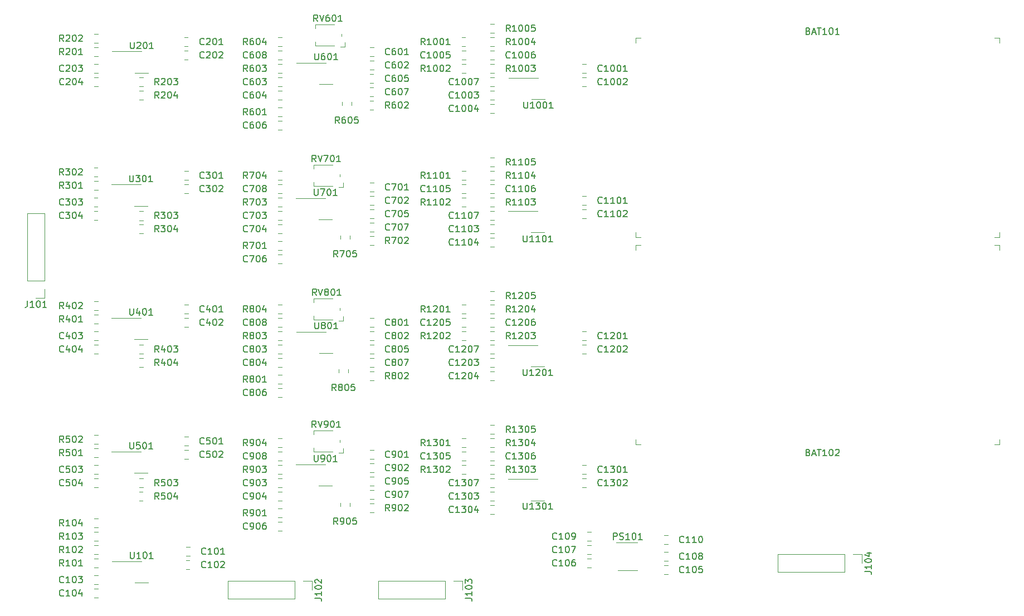
<source format=gbr>
G04 #@! TF.GenerationSoftware,KiCad,Pcbnew,(5.1.5)-3*
G04 #@! TF.CreationDate,2020-08-20T20:48:59-04:00*
G04 #@! TF.ProjectId,carte_v1,63617274-655f-4763-912e-6b696361645f,rev?*
G04 #@! TF.SameCoordinates,Original*
G04 #@! TF.FileFunction,Legend,Top*
G04 #@! TF.FilePolarity,Positive*
%FSLAX46Y46*%
G04 Gerber Fmt 4.6, Leading zero omitted, Abs format (unit mm)*
G04 Created by KiCad (PCBNEW (5.1.5)-3) date 2020-08-20 20:48:59*
%MOMM*%
%LPD*%
G04 APERTURE LIST*
%ADD10C,0.120000*%
%ADD11C,0.100000*%
%ADD12C,0.150000*%
G04 APERTURE END LIST*
D10*
X177570000Y-132694000D02*
X180570000Y-132694000D01*
X177320000Y-128474000D02*
X180570000Y-128474000D01*
D11*
X235606001Y-81302001D02*
X235606001Y-82052001D01*
X180286001Y-81302001D02*
X180286001Y-82052001D01*
X235606001Y-82052001D02*
X234856001Y-82052001D01*
X181036001Y-82052001D02*
X180286001Y-82052001D01*
X181036001Y-51752001D02*
X180286001Y-51752001D01*
X180286001Y-51752001D02*
X180286001Y-52502001D01*
X235606001Y-51752001D02*
X235606001Y-52502001D01*
X235606001Y-51752001D02*
X234856001Y-51752001D01*
X235604000Y-83222000D02*
X234854000Y-83222000D01*
X235604000Y-83222000D02*
X235604000Y-83972000D01*
X180284000Y-83222000D02*
X180284000Y-83972000D01*
X181034000Y-83222000D02*
X180284000Y-83222000D01*
X181034000Y-113522000D02*
X180284000Y-113522000D01*
X235604000Y-113522000D02*
X234854000Y-113522000D01*
X180284000Y-112772000D02*
X180284000Y-113522000D01*
X235604000Y-112772000D02*
X235604000Y-113522000D01*
D10*
X112538252Y-130504000D02*
X112015748Y-130504000D01*
X112538252Y-129084000D02*
X112015748Y-129084000D01*
X112529252Y-131116000D02*
X112006748Y-131116000D01*
X112529252Y-132536000D02*
X112006748Y-132536000D01*
X98045748Y-133402000D02*
X98568252Y-133402000D01*
X98045748Y-134822000D02*
X98568252Y-134822000D01*
X98045748Y-136854000D02*
X98568252Y-136854000D01*
X98045748Y-135434000D02*
X98568252Y-135434000D01*
X184659748Y-131878000D02*
X185182252Y-131878000D01*
X184659748Y-133298000D02*
X185182252Y-133298000D01*
X172975748Y-132282000D02*
X173498252Y-132282000D01*
X172975748Y-130862000D02*
X173498252Y-130862000D01*
X172975748Y-130250000D02*
X173498252Y-130250000D01*
X172975748Y-128830000D02*
X173498252Y-128830000D01*
X184659748Y-129846000D02*
X185182252Y-129846000D01*
X184659748Y-131266000D02*
X185182252Y-131266000D01*
X172975748Y-128218000D02*
X173498252Y-128218000D01*
X172975748Y-126798000D02*
X173498252Y-126798000D01*
X184659748Y-127306000D02*
X185182252Y-127306000D01*
X184659748Y-128726000D02*
X185182252Y-128726000D01*
X112266252Y-53034000D02*
X111743748Y-53034000D01*
X112266252Y-51614000D02*
X111743748Y-51614000D01*
X112265252Y-53646000D02*
X111742748Y-53646000D01*
X112265252Y-55066000D02*
X111742748Y-55066000D01*
X98045748Y-55678000D02*
X98568252Y-55678000D01*
X98045748Y-57098000D02*
X98568252Y-57098000D01*
X98045748Y-59130000D02*
X98568252Y-59130000D01*
X98045748Y-57710000D02*
X98568252Y-57710000D01*
X112284252Y-73354000D02*
X111761748Y-73354000D01*
X112284252Y-71934000D02*
X111761748Y-71934000D01*
X112284252Y-73966000D02*
X111761748Y-73966000D01*
X112284252Y-75386000D02*
X111761748Y-75386000D01*
X98027748Y-75998000D02*
X98550252Y-75998000D01*
X98027748Y-77418000D02*
X98550252Y-77418000D01*
X98027748Y-79450000D02*
X98550252Y-79450000D01*
X98027748Y-78030000D02*
X98550252Y-78030000D01*
X112284252Y-93674000D02*
X111761748Y-93674000D01*
X112284252Y-92254000D02*
X111761748Y-92254000D01*
X112284252Y-94286000D02*
X111761748Y-94286000D01*
X112284252Y-95706000D02*
X111761748Y-95706000D01*
X98045748Y-96318000D02*
X98568252Y-96318000D01*
X98045748Y-97738000D02*
X98568252Y-97738000D01*
X98045748Y-99770000D02*
X98568252Y-99770000D01*
X98045748Y-98350000D02*
X98568252Y-98350000D01*
X112284252Y-113740000D02*
X111761748Y-113740000D01*
X112284252Y-112320000D02*
X111761748Y-112320000D01*
X112284252Y-114352000D02*
X111761748Y-114352000D01*
X112284252Y-115772000D02*
X111761748Y-115772000D01*
X98045748Y-116638000D02*
X98568252Y-116638000D01*
X98045748Y-118058000D02*
X98568252Y-118058000D01*
X98045748Y-120090000D02*
X98568252Y-120090000D01*
X98045748Y-118670000D02*
X98568252Y-118670000D01*
X140478252Y-54558000D02*
X139955748Y-54558000D01*
X140478252Y-53138000D02*
X139955748Y-53138000D01*
X140478252Y-55170000D02*
X139955748Y-55170000D01*
X140478252Y-56590000D02*
X139955748Y-56590000D01*
X125985748Y-57710000D02*
X126508252Y-57710000D01*
X125985748Y-59130000D02*
X126508252Y-59130000D01*
X125985748Y-61162000D02*
X126508252Y-61162000D01*
X125985748Y-59742000D02*
X126508252Y-59742000D01*
X140460252Y-57202000D02*
X139937748Y-57202000D01*
X140460252Y-58622000D02*
X139937748Y-58622000D01*
X125985748Y-65734000D02*
X126508252Y-65734000D01*
X125985748Y-64314000D02*
X126508252Y-64314000D01*
X140460252Y-60654000D02*
X139937748Y-60654000D01*
X140460252Y-59234000D02*
X139937748Y-59234000D01*
X126508252Y-55066000D02*
X125985748Y-55066000D01*
X126508252Y-53646000D02*
X125985748Y-53646000D01*
X140478252Y-75132000D02*
X139955748Y-75132000D01*
X140478252Y-73712000D02*
X139955748Y-73712000D01*
X140478252Y-75744000D02*
X139955748Y-75744000D01*
X140478252Y-77164000D02*
X139955748Y-77164000D01*
X125985748Y-78030000D02*
X126508252Y-78030000D01*
X125985748Y-79450000D02*
X126508252Y-79450000D01*
X125985748Y-81482000D02*
X126508252Y-81482000D01*
X125985748Y-80062000D02*
X126508252Y-80062000D01*
X140478252Y-77776000D02*
X139955748Y-77776000D01*
X140478252Y-79196000D02*
X139955748Y-79196000D01*
X125985748Y-86054000D02*
X126508252Y-86054000D01*
X125985748Y-84634000D02*
X126508252Y-84634000D01*
X140478252Y-81228000D02*
X139955748Y-81228000D01*
X140478252Y-79808000D02*
X139955748Y-79808000D01*
X126508252Y-75386000D02*
X125985748Y-75386000D01*
X126508252Y-73966000D02*
X125985748Y-73966000D01*
X140478252Y-95706000D02*
X139955748Y-95706000D01*
X140478252Y-94286000D02*
X139955748Y-94286000D01*
X140478252Y-96318000D02*
X139955748Y-96318000D01*
X140478252Y-97738000D02*
X139955748Y-97738000D01*
X125985748Y-98350000D02*
X126508252Y-98350000D01*
X125985748Y-99770000D02*
X126508252Y-99770000D01*
X125985748Y-101802000D02*
X126508252Y-101802000D01*
X125985748Y-100382000D02*
X126508252Y-100382000D01*
X140478252Y-98350000D02*
X139955748Y-98350000D01*
X140478252Y-99770000D02*
X139955748Y-99770000D01*
X125985748Y-106374000D02*
X126508252Y-106374000D01*
X125985748Y-104954000D02*
X126508252Y-104954000D01*
X140478252Y-101802000D02*
X139955748Y-101802000D01*
X140478252Y-100382000D02*
X139955748Y-100382000D01*
X126508252Y-95706000D02*
X125985748Y-95706000D01*
X126508252Y-94286000D02*
X125985748Y-94286000D01*
X140478252Y-115772000D02*
X139955748Y-115772000D01*
X140478252Y-114352000D02*
X139955748Y-114352000D01*
X140478252Y-116384000D02*
X139955748Y-116384000D01*
X140478252Y-117804000D02*
X139955748Y-117804000D01*
X125985748Y-118670000D02*
X126508252Y-118670000D01*
X125985748Y-120090000D02*
X126508252Y-120090000D01*
X125985748Y-122122000D02*
X126508252Y-122122000D01*
X125985748Y-120702000D02*
X126508252Y-120702000D01*
X140478252Y-119836000D02*
X139955748Y-119836000D01*
X140478252Y-118416000D02*
X139955748Y-118416000D01*
X125985748Y-126694000D02*
X126508252Y-126694000D01*
X125985748Y-125274000D02*
X126508252Y-125274000D01*
X140478252Y-120448000D02*
X139955748Y-120448000D01*
X140478252Y-121868000D02*
X139955748Y-121868000D01*
X126508252Y-116026000D02*
X125985748Y-116026000D01*
X126508252Y-114606000D02*
X125985748Y-114606000D01*
X172736252Y-55678000D02*
X172213748Y-55678000D01*
X172736252Y-57098000D02*
X172213748Y-57098000D01*
X172736252Y-59130000D02*
X172213748Y-59130000D01*
X172736252Y-57710000D02*
X172213748Y-57710000D01*
X158243748Y-61162000D02*
X158766252Y-61162000D01*
X158243748Y-59742000D02*
X158766252Y-59742000D01*
X158243748Y-61774000D02*
X158766252Y-61774000D01*
X158243748Y-63194000D02*
X158766252Y-63194000D01*
X153925748Y-55066000D02*
X154448252Y-55066000D01*
X153925748Y-53646000D02*
X154448252Y-53646000D01*
X158243748Y-53646000D02*
X158766252Y-53646000D01*
X158243748Y-55066000D02*
X158766252Y-55066000D01*
X158766252Y-57710000D02*
X158243748Y-57710000D01*
X158766252Y-59130000D02*
X158243748Y-59130000D01*
X172736252Y-75744000D02*
X172213748Y-75744000D01*
X172736252Y-77164000D02*
X172213748Y-77164000D01*
X172736252Y-77776000D02*
X172213748Y-77776000D01*
X172736252Y-79196000D02*
X172213748Y-79196000D01*
X158243748Y-80062000D02*
X158766252Y-80062000D01*
X158243748Y-81482000D02*
X158766252Y-81482000D01*
X158243748Y-82094000D02*
X158766252Y-82094000D01*
X158243748Y-83514000D02*
X158766252Y-83514000D01*
X153925748Y-73966000D02*
X154448252Y-73966000D01*
X153925748Y-75386000D02*
X154448252Y-75386000D01*
X158243748Y-73966000D02*
X158766252Y-73966000D01*
X158243748Y-75386000D02*
X158766252Y-75386000D01*
X158766252Y-79450000D02*
X158243748Y-79450000D01*
X158766252Y-78030000D02*
X158243748Y-78030000D01*
X172736252Y-96318000D02*
X172213748Y-96318000D01*
X172736252Y-97738000D02*
X172213748Y-97738000D01*
X172736252Y-98350000D02*
X172213748Y-98350000D01*
X172736252Y-99770000D02*
X172213748Y-99770000D01*
X158243748Y-101802000D02*
X158766252Y-101802000D01*
X158243748Y-100382000D02*
X158766252Y-100382000D01*
X158243748Y-102414000D02*
X158766252Y-102414000D01*
X158243748Y-103834000D02*
X158766252Y-103834000D01*
X153925748Y-95706000D02*
X154448252Y-95706000D01*
X153925748Y-94286000D02*
X154448252Y-94286000D01*
X158243748Y-95706000D02*
X158766252Y-95706000D01*
X158243748Y-94286000D02*
X158766252Y-94286000D01*
X158766252Y-99770000D02*
X158243748Y-99770000D01*
X158766252Y-98350000D02*
X158243748Y-98350000D01*
X172736252Y-118058000D02*
X172213748Y-118058000D01*
X172736252Y-116638000D02*
X172213748Y-116638000D01*
X172736252Y-118670000D02*
X172213748Y-118670000D01*
X172736252Y-120090000D02*
X172213748Y-120090000D01*
X158243748Y-120702000D02*
X158766252Y-120702000D01*
X158243748Y-122122000D02*
X158766252Y-122122000D01*
X158243748Y-124154000D02*
X158766252Y-124154000D01*
X158243748Y-122734000D02*
X158766252Y-122734000D01*
X153925748Y-114606000D02*
X154448252Y-114606000D01*
X153925748Y-116026000D02*
X154448252Y-116026000D01*
X158243748Y-114606000D02*
X158766252Y-114606000D01*
X158243748Y-116026000D02*
X158766252Y-116026000D01*
X158766252Y-118670000D02*
X158243748Y-118670000D01*
X158766252Y-120090000D02*
X158243748Y-120090000D01*
X90484000Y-78426000D02*
X87824000Y-78426000D01*
X90484000Y-88646000D02*
X90484000Y-78426000D01*
X87824000Y-88646000D02*
X87824000Y-78426000D01*
X90484000Y-88646000D02*
X87824000Y-88646000D01*
X90484000Y-89916000D02*
X90484000Y-91246000D01*
X90484000Y-91246000D02*
X89154000Y-91246000D01*
X131124000Y-134306000D02*
X131124000Y-135636000D01*
X129794000Y-134306000D02*
X131124000Y-134306000D01*
X128524000Y-134306000D02*
X128524000Y-136966000D01*
X128524000Y-136966000D02*
X118304000Y-136966000D01*
X128524000Y-134306000D02*
X118304000Y-134306000D01*
X118304000Y-134306000D02*
X118304000Y-136966000D01*
X141164000Y-134306000D02*
X141164000Y-136966000D01*
X151384000Y-134306000D02*
X141164000Y-134306000D01*
X151384000Y-136966000D02*
X141164000Y-136966000D01*
X151384000Y-134306000D02*
X151384000Y-136966000D01*
X152654000Y-134306000D02*
X153984000Y-134306000D01*
X153984000Y-134306000D02*
X153984000Y-135636000D01*
X214690000Y-130242000D02*
X214690000Y-131572000D01*
X213360000Y-130242000D02*
X214690000Y-130242000D01*
X212090000Y-130242000D02*
X212090000Y-132902000D01*
X212090000Y-132902000D02*
X201870000Y-132902000D01*
X212090000Y-130242000D02*
X201870000Y-130242000D01*
X201870000Y-130242000D02*
X201870000Y-132902000D01*
X98568252Y-132282000D02*
X98045748Y-132282000D01*
X98568252Y-130862000D02*
X98045748Y-130862000D01*
X98568252Y-128830000D02*
X98045748Y-128830000D01*
X98568252Y-130250000D02*
X98045748Y-130250000D01*
X98045748Y-126798000D02*
X98568252Y-126798000D01*
X98045748Y-128218000D02*
X98568252Y-128218000D01*
X98568252Y-124766000D02*
X98045748Y-124766000D01*
X98568252Y-126186000D02*
X98045748Y-126186000D01*
X98568252Y-53138000D02*
X98045748Y-53138000D01*
X98568252Y-54558000D02*
X98045748Y-54558000D01*
X98568252Y-51106000D02*
X98045748Y-51106000D01*
X98568252Y-52526000D02*
X98045748Y-52526000D01*
X105426252Y-57710000D02*
X104903748Y-57710000D01*
X105426252Y-59130000D02*
X104903748Y-59130000D01*
X105426252Y-61162000D02*
X104903748Y-61162000D01*
X105426252Y-59742000D02*
X104903748Y-59742000D01*
X98568252Y-74878000D02*
X98045748Y-74878000D01*
X98568252Y-73458000D02*
X98045748Y-73458000D01*
X98559252Y-71426000D02*
X98036748Y-71426000D01*
X98559252Y-72846000D02*
X98036748Y-72846000D01*
X105426252Y-78093001D02*
X104903748Y-78093001D01*
X105426252Y-79513001D02*
X104903748Y-79513001D01*
X105426252Y-81482000D02*
X104903748Y-81482000D01*
X105426252Y-80062000D02*
X104903748Y-80062000D01*
X98568252Y-93778000D02*
X98045748Y-93778000D01*
X98568252Y-95198000D02*
X98045748Y-95198000D01*
X98568252Y-91746000D02*
X98045748Y-91746000D01*
X98568252Y-93166000D02*
X98045748Y-93166000D01*
X105426252Y-99770000D02*
X104903748Y-99770000D01*
X105426252Y-98350000D02*
X104903748Y-98350000D01*
X105426252Y-101802000D02*
X104903748Y-101802000D01*
X105426252Y-100382000D02*
X104903748Y-100382000D01*
X98568252Y-114098000D02*
X98045748Y-114098000D01*
X98568252Y-115518000D02*
X98045748Y-115518000D01*
X98568252Y-113486000D02*
X98045748Y-113486000D01*
X98568252Y-112066000D02*
X98045748Y-112066000D01*
X105426252Y-120090000D02*
X104903748Y-120090000D01*
X105426252Y-118670000D02*
X104903748Y-118670000D01*
X105417252Y-120702000D02*
X104894748Y-120702000D01*
X105417252Y-122122000D02*
X104894748Y-122122000D01*
X125985748Y-63702000D02*
X126508252Y-63702000D01*
X125985748Y-62282000D02*
X126508252Y-62282000D01*
X139937748Y-61266000D02*
X140460252Y-61266000D01*
X139937748Y-62686000D02*
X140460252Y-62686000D01*
X126508252Y-57098000D02*
X125985748Y-57098000D01*
X126508252Y-55678000D02*
X125985748Y-55678000D01*
X125985748Y-53034000D02*
X126508252Y-53034000D01*
X125985748Y-51614000D02*
X126508252Y-51614000D01*
X135688000Y-61974252D02*
X135688000Y-61451748D01*
X137108000Y-61974252D02*
X137108000Y-61451748D01*
X125985748Y-84022000D02*
X126508252Y-84022000D01*
X125985748Y-82602000D02*
X126508252Y-82602000D01*
X139955748Y-83260000D02*
X140478252Y-83260000D01*
X139955748Y-81840000D02*
X140478252Y-81840000D01*
X126508252Y-77418000D02*
X125985748Y-77418000D01*
X126508252Y-75998000D02*
X125985748Y-75998000D01*
X125985748Y-71934000D02*
X126508252Y-71934000D01*
X125985748Y-73354000D02*
X126508252Y-73354000D01*
X136854000Y-82294252D02*
X136854000Y-81771748D01*
X135434000Y-82294252D02*
X135434000Y-81771748D01*
X125985748Y-102922000D02*
X126508252Y-102922000D01*
X125985748Y-104342000D02*
X126508252Y-104342000D01*
X139955748Y-103834000D02*
X140478252Y-103834000D01*
X139955748Y-102414000D02*
X140478252Y-102414000D01*
X126508252Y-96318000D02*
X125985748Y-96318000D01*
X126508252Y-97738000D02*
X125985748Y-97738000D01*
X125985748Y-92254000D02*
X126508252Y-92254000D01*
X125985748Y-93674000D02*
X126508252Y-93674000D01*
X136600000Y-102614252D02*
X136600000Y-102091748D01*
X135180000Y-102614252D02*
X135180000Y-102091748D01*
X125985748Y-124662000D02*
X126508252Y-124662000D01*
X125985748Y-123242000D02*
X126508252Y-123242000D01*
X139955748Y-122480000D02*
X140478252Y-122480000D01*
X139955748Y-123900000D02*
X140478252Y-123900000D01*
X126508252Y-118058000D02*
X125985748Y-118058000D01*
X126508252Y-116638000D02*
X125985748Y-116638000D01*
X125985748Y-113994000D02*
X126508252Y-113994000D01*
X125985748Y-112574000D02*
X126508252Y-112574000D01*
X135434000Y-122934252D02*
X135434000Y-122411748D01*
X136854000Y-122934252D02*
X136854000Y-122411748D01*
X153916748Y-51614000D02*
X154439252Y-51614000D01*
X153916748Y-53034000D02*
X154439252Y-53034000D01*
X154448252Y-55678000D02*
X153925748Y-55678000D01*
X154448252Y-57098000D02*
X153925748Y-57098000D01*
X158766252Y-57098000D02*
X158243748Y-57098000D01*
X158766252Y-55678000D02*
X158243748Y-55678000D01*
X158243748Y-53034000D02*
X158766252Y-53034000D01*
X158243748Y-51614000D02*
X158766252Y-51614000D01*
X158766252Y-51002000D02*
X158243748Y-51002000D01*
X158766252Y-49582000D02*
X158243748Y-49582000D01*
X153925748Y-71934000D02*
X154448252Y-71934000D01*
X153925748Y-73354000D02*
X154448252Y-73354000D01*
X154448252Y-77418000D02*
X153925748Y-77418000D01*
X154448252Y-75998000D02*
X153925748Y-75998000D01*
X158766252Y-75998000D02*
X158243748Y-75998000D01*
X158766252Y-77418000D02*
X158243748Y-77418000D01*
X158243748Y-73354000D02*
X158766252Y-73354000D01*
X158243748Y-71934000D02*
X158766252Y-71934000D01*
X158766252Y-71322000D02*
X158243748Y-71322000D01*
X158766252Y-69902000D02*
X158243748Y-69902000D01*
X153925748Y-92254000D02*
X154448252Y-92254000D01*
X153925748Y-93674000D02*
X154448252Y-93674000D01*
X154448252Y-97738000D02*
X153925748Y-97738000D01*
X154448252Y-96318000D02*
X153925748Y-96318000D01*
X158766252Y-96318000D02*
X158243748Y-96318000D01*
X158766252Y-97738000D02*
X158243748Y-97738000D01*
X158243748Y-93674000D02*
X158766252Y-93674000D01*
X158243748Y-92254000D02*
X158766252Y-92254000D01*
X158766252Y-91642000D02*
X158243748Y-91642000D01*
X158766252Y-90222000D02*
X158243748Y-90222000D01*
X153925748Y-112574000D02*
X154448252Y-112574000D01*
X153925748Y-113994000D02*
X154448252Y-113994000D01*
X154448252Y-116638000D02*
X153925748Y-116638000D01*
X154448252Y-118058000D02*
X153925748Y-118058000D01*
X158766252Y-116638000D02*
X158243748Y-116638000D01*
X158766252Y-118058000D02*
X158243748Y-118058000D01*
X158243748Y-112574000D02*
X158766252Y-112574000D01*
X158243748Y-113994000D02*
X158766252Y-113994000D01*
X158766252Y-110542000D02*
X158243748Y-110542000D01*
X158766252Y-111962000D02*
X158243748Y-111962000D01*
X136130000Y-53108000D02*
X136130000Y-52408000D01*
X135430000Y-53108000D02*
X136130000Y-53108000D01*
X131630000Y-49708000D02*
X131630000Y-50308000D01*
X134530000Y-49708000D02*
X131630000Y-49708000D01*
X131630000Y-52908000D02*
X131630000Y-52308000D01*
X134530000Y-52908000D02*
X131630000Y-52908000D01*
X135630000Y-51508000D02*
X135630000Y-51108000D01*
X135876000Y-74444000D02*
X135876000Y-73744000D01*
X135176000Y-74444000D02*
X135876000Y-74444000D01*
X131376000Y-71044000D02*
X131376000Y-71644000D01*
X134276000Y-71044000D02*
X131376000Y-71044000D01*
X131376000Y-74244000D02*
X131376000Y-73644000D01*
X134276000Y-74244000D02*
X131376000Y-74244000D01*
X135376000Y-72844000D02*
X135376000Y-72444000D01*
X135376000Y-93164000D02*
X135376000Y-92764000D01*
X134276000Y-94564000D02*
X131376000Y-94564000D01*
X131376000Y-94564000D02*
X131376000Y-93964000D01*
X134276000Y-91364000D02*
X131376000Y-91364000D01*
X131376000Y-91364000D02*
X131376000Y-91964000D01*
X135176000Y-94764000D02*
X135876000Y-94764000D01*
X135876000Y-94764000D02*
X135876000Y-94064000D01*
X135376000Y-113230000D02*
X135376000Y-112830000D01*
X134276000Y-114630000D02*
X131376000Y-114630000D01*
X131376000Y-114630000D02*
X131376000Y-114030000D01*
X134276000Y-111430000D02*
X131376000Y-111430000D01*
X131376000Y-111430000D02*
X131376000Y-112030000D01*
X135176000Y-114830000D02*
X135876000Y-114830000D01*
X135876000Y-114830000D02*
X135876000Y-114130000D01*
X105211001Y-131287001D02*
X100711001Y-131287001D01*
X106211001Y-134527001D02*
X104211001Y-134527001D01*
X106229000Y-57033000D02*
X104229000Y-57033000D01*
X105229000Y-53793000D02*
X100729000Y-53793000D01*
X106121001Y-77271000D02*
X104121001Y-77271000D01*
X105121001Y-74031000D02*
X100621001Y-74031000D01*
X106133001Y-97515001D02*
X104133001Y-97515001D01*
X105133001Y-94275001D02*
X100633001Y-94275001D01*
X106143001Y-117857001D02*
X104143001Y-117857001D01*
X105143001Y-114617001D02*
X100643001Y-114617001D01*
X133249001Y-55497001D02*
X128749001Y-55497001D01*
X134249001Y-58737001D02*
X132249001Y-58737001D01*
X133171001Y-76101001D02*
X128671001Y-76101001D01*
X134171001Y-79341001D02*
X132171001Y-79341001D01*
X133253001Y-96391001D02*
X128753001Y-96391001D01*
X134253001Y-99631001D02*
X132253001Y-99631001D01*
X133171001Y-116561001D02*
X128671001Y-116561001D01*
X134171001Y-119801001D02*
X132171001Y-119801001D01*
X165515001Y-57783001D02*
X161015001Y-57783001D01*
X166515001Y-61023001D02*
X164515001Y-61023001D01*
X166429001Y-81267001D02*
X164429001Y-81267001D01*
X165429001Y-78027001D02*
X160929001Y-78027001D01*
X166417001Y-101663001D02*
X164417001Y-101663001D01*
X165417001Y-98423001D02*
X160917001Y-98423001D01*
X166429001Y-122041001D02*
X164429001Y-122041001D01*
X165429001Y-118801001D02*
X160929001Y-118801001D01*
D12*
X176903333Y-127986380D02*
X176903333Y-126986380D01*
X177284285Y-126986380D01*
X177379523Y-127034000D01*
X177427142Y-127081619D01*
X177474761Y-127176857D01*
X177474761Y-127319714D01*
X177427142Y-127414952D01*
X177379523Y-127462571D01*
X177284285Y-127510190D01*
X176903333Y-127510190D01*
X177855714Y-127938761D02*
X177998571Y-127986380D01*
X178236666Y-127986380D01*
X178331904Y-127938761D01*
X178379523Y-127891142D01*
X178427142Y-127795904D01*
X178427142Y-127700666D01*
X178379523Y-127605428D01*
X178331904Y-127557809D01*
X178236666Y-127510190D01*
X178046190Y-127462571D01*
X177950952Y-127414952D01*
X177903333Y-127367333D01*
X177855714Y-127272095D01*
X177855714Y-127176857D01*
X177903333Y-127081619D01*
X177950952Y-127034000D01*
X178046190Y-126986380D01*
X178284285Y-126986380D01*
X178427142Y-127034000D01*
X179379523Y-127986380D02*
X178808095Y-127986380D01*
X179093809Y-127986380D02*
X179093809Y-126986380D01*
X178998571Y-127129238D01*
X178903333Y-127224476D01*
X178808095Y-127272095D01*
X179998571Y-126986380D02*
X180093809Y-126986380D01*
X180189047Y-127034000D01*
X180236666Y-127081619D01*
X180284285Y-127176857D01*
X180331904Y-127367333D01*
X180331904Y-127605428D01*
X180284285Y-127795904D01*
X180236666Y-127891142D01*
X180189047Y-127938761D01*
X180093809Y-127986380D01*
X179998571Y-127986380D01*
X179903333Y-127938761D01*
X179855714Y-127891142D01*
X179808095Y-127795904D01*
X179760476Y-127605428D01*
X179760476Y-127367333D01*
X179808095Y-127176857D01*
X179855714Y-127081619D01*
X179903333Y-127034000D01*
X179998571Y-126986380D01*
X181284285Y-127986380D02*
X180712857Y-127986380D01*
X180998571Y-127986380D02*
X180998571Y-126986380D01*
X180903333Y-127129238D01*
X180808095Y-127224476D01*
X180712857Y-127272095D01*
X206529334Y-50670572D02*
X206672191Y-50718191D01*
X206719810Y-50765810D01*
X206767429Y-50861048D01*
X206767429Y-51003905D01*
X206719810Y-51099143D01*
X206672191Y-51146762D01*
X206576953Y-51194381D01*
X206196001Y-51194381D01*
X206196001Y-50194381D01*
X206529334Y-50194381D01*
X206624572Y-50242001D01*
X206672191Y-50289620D01*
X206719810Y-50384858D01*
X206719810Y-50480096D01*
X206672191Y-50575334D01*
X206624572Y-50622953D01*
X206529334Y-50670572D01*
X206196001Y-50670572D01*
X207148381Y-50908667D02*
X207624572Y-50908667D01*
X207053143Y-51194381D02*
X207386477Y-50194381D01*
X207719810Y-51194381D01*
X207910286Y-50194381D02*
X208481715Y-50194381D01*
X208196001Y-51194381D02*
X208196001Y-50194381D01*
X209338858Y-51194381D02*
X208767429Y-51194381D01*
X209053143Y-51194381D02*
X209053143Y-50194381D01*
X208957905Y-50337239D01*
X208862667Y-50432477D01*
X208767429Y-50480096D01*
X209957905Y-50194381D02*
X210053143Y-50194381D01*
X210148381Y-50242001D01*
X210196001Y-50289620D01*
X210243620Y-50384858D01*
X210291239Y-50575334D01*
X210291239Y-50813429D01*
X210243620Y-51003905D01*
X210196001Y-51099143D01*
X210148381Y-51146762D01*
X210053143Y-51194381D01*
X209957905Y-51194381D01*
X209862667Y-51146762D01*
X209815048Y-51099143D01*
X209767429Y-51003905D01*
X209719810Y-50813429D01*
X209719810Y-50575334D01*
X209767429Y-50384858D01*
X209815048Y-50289620D01*
X209862667Y-50242001D01*
X209957905Y-50194381D01*
X211243620Y-51194381D02*
X210672191Y-51194381D01*
X210957905Y-51194381D02*
X210957905Y-50194381D01*
X210862667Y-50337239D01*
X210767429Y-50432477D01*
X210672191Y-50480096D01*
X206527333Y-114736571D02*
X206670190Y-114784190D01*
X206717809Y-114831809D01*
X206765428Y-114927047D01*
X206765428Y-115069904D01*
X206717809Y-115165142D01*
X206670190Y-115212761D01*
X206574952Y-115260380D01*
X206194000Y-115260380D01*
X206194000Y-114260380D01*
X206527333Y-114260380D01*
X206622571Y-114308000D01*
X206670190Y-114355619D01*
X206717809Y-114450857D01*
X206717809Y-114546095D01*
X206670190Y-114641333D01*
X206622571Y-114688952D01*
X206527333Y-114736571D01*
X206194000Y-114736571D01*
X207146380Y-114974666D02*
X207622571Y-114974666D01*
X207051142Y-115260380D02*
X207384476Y-114260380D01*
X207717809Y-115260380D01*
X207908285Y-114260380D02*
X208479714Y-114260380D01*
X208194000Y-115260380D02*
X208194000Y-114260380D01*
X209336857Y-115260380D02*
X208765428Y-115260380D01*
X209051142Y-115260380D02*
X209051142Y-114260380D01*
X208955904Y-114403238D01*
X208860666Y-114498476D01*
X208765428Y-114546095D01*
X209955904Y-114260380D02*
X210051142Y-114260380D01*
X210146380Y-114308000D01*
X210194000Y-114355619D01*
X210241619Y-114450857D01*
X210289238Y-114641333D01*
X210289238Y-114879428D01*
X210241619Y-115069904D01*
X210194000Y-115165142D01*
X210146380Y-115212761D01*
X210051142Y-115260380D01*
X209955904Y-115260380D01*
X209860666Y-115212761D01*
X209813047Y-115165142D01*
X209765428Y-115069904D01*
X209717809Y-114879428D01*
X209717809Y-114641333D01*
X209765428Y-114450857D01*
X209813047Y-114355619D01*
X209860666Y-114308000D01*
X209955904Y-114260380D01*
X210670190Y-114355619D02*
X210717809Y-114308000D01*
X210813047Y-114260380D01*
X211051142Y-114260380D01*
X211146380Y-114308000D01*
X211194000Y-114355619D01*
X211241619Y-114450857D01*
X211241619Y-114546095D01*
X211194000Y-114688952D01*
X210622571Y-115260380D01*
X211241619Y-115260380D01*
X114958952Y-130151142D02*
X114911333Y-130198761D01*
X114768476Y-130246380D01*
X114673238Y-130246380D01*
X114530380Y-130198761D01*
X114435142Y-130103523D01*
X114387523Y-130008285D01*
X114339904Y-129817809D01*
X114339904Y-129674952D01*
X114387523Y-129484476D01*
X114435142Y-129389238D01*
X114530380Y-129294000D01*
X114673238Y-129246380D01*
X114768476Y-129246380D01*
X114911333Y-129294000D01*
X114958952Y-129341619D01*
X115911333Y-130246380D02*
X115339904Y-130246380D01*
X115625619Y-130246380D02*
X115625619Y-129246380D01*
X115530380Y-129389238D01*
X115435142Y-129484476D01*
X115339904Y-129532095D01*
X116530380Y-129246380D02*
X116625619Y-129246380D01*
X116720857Y-129294000D01*
X116768476Y-129341619D01*
X116816095Y-129436857D01*
X116863714Y-129627333D01*
X116863714Y-129865428D01*
X116816095Y-130055904D01*
X116768476Y-130151142D01*
X116720857Y-130198761D01*
X116625619Y-130246380D01*
X116530380Y-130246380D01*
X116435142Y-130198761D01*
X116387523Y-130151142D01*
X116339904Y-130055904D01*
X116292285Y-129865428D01*
X116292285Y-129627333D01*
X116339904Y-129436857D01*
X116387523Y-129341619D01*
X116435142Y-129294000D01*
X116530380Y-129246380D01*
X117816095Y-130246380D02*
X117244666Y-130246380D01*
X117530380Y-130246380D02*
X117530380Y-129246380D01*
X117435142Y-129389238D01*
X117339904Y-129484476D01*
X117244666Y-129532095D01*
X114958952Y-132183142D02*
X114911333Y-132230761D01*
X114768476Y-132278380D01*
X114673238Y-132278380D01*
X114530380Y-132230761D01*
X114435142Y-132135523D01*
X114387523Y-132040285D01*
X114339904Y-131849809D01*
X114339904Y-131706952D01*
X114387523Y-131516476D01*
X114435142Y-131421238D01*
X114530380Y-131326000D01*
X114673238Y-131278380D01*
X114768476Y-131278380D01*
X114911333Y-131326000D01*
X114958952Y-131373619D01*
X115911333Y-132278380D02*
X115339904Y-132278380D01*
X115625619Y-132278380D02*
X115625619Y-131278380D01*
X115530380Y-131421238D01*
X115435142Y-131516476D01*
X115339904Y-131564095D01*
X116530380Y-131278380D02*
X116625619Y-131278380D01*
X116720857Y-131326000D01*
X116768476Y-131373619D01*
X116816095Y-131468857D01*
X116863714Y-131659333D01*
X116863714Y-131897428D01*
X116816095Y-132087904D01*
X116768476Y-132183142D01*
X116720857Y-132230761D01*
X116625619Y-132278380D01*
X116530380Y-132278380D01*
X116435142Y-132230761D01*
X116387523Y-132183142D01*
X116339904Y-132087904D01*
X116292285Y-131897428D01*
X116292285Y-131659333D01*
X116339904Y-131468857D01*
X116387523Y-131373619D01*
X116435142Y-131326000D01*
X116530380Y-131278380D01*
X117244666Y-131373619D02*
X117292285Y-131326000D01*
X117387523Y-131278380D01*
X117625619Y-131278380D01*
X117720857Y-131326000D01*
X117768476Y-131373619D01*
X117816095Y-131468857D01*
X117816095Y-131564095D01*
X117768476Y-131706952D01*
X117197047Y-132278380D01*
X117816095Y-132278380D01*
X93368952Y-134469142D02*
X93321333Y-134516761D01*
X93178476Y-134564380D01*
X93083238Y-134564380D01*
X92940380Y-134516761D01*
X92845142Y-134421523D01*
X92797523Y-134326285D01*
X92749904Y-134135809D01*
X92749904Y-133992952D01*
X92797523Y-133802476D01*
X92845142Y-133707238D01*
X92940380Y-133612000D01*
X93083238Y-133564380D01*
X93178476Y-133564380D01*
X93321333Y-133612000D01*
X93368952Y-133659619D01*
X94321333Y-134564380D02*
X93749904Y-134564380D01*
X94035619Y-134564380D02*
X94035619Y-133564380D01*
X93940380Y-133707238D01*
X93845142Y-133802476D01*
X93749904Y-133850095D01*
X94940380Y-133564380D02*
X95035619Y-133564380D01*
X95130857Y-133612000D01*
X95178476Y-133659619D01*
X95226095Y-133754857D01*
X95273714Y-133945333D01*
X95273714Y-134183428D01*
X95226095Y-134373904D01*
X95178476Y-134469142D01*
X95130857Y-134516761D01*
X95035619Y-134564380D01*
X94940380Y-134564380D01*
X94845142Y-134516761D01*
X94797523Y-134469142D01*
X94749904Y-134373904D01*
X94702285Y-134183428D01*
X94702285Y-133945333D01*
X94749904Y-133754857D01*
X94797523Y-133659619D01*
X94845142Y-133612000D01*
X94940380Y-133564380D01*
X95607047Y-133564380D02*
X96226095Y-133564380D01*
X95892761Y-133945333D01*
X96035619Y-133945333D01*
X96130857Y-133992952D01*
X96178476Y-134040571D01*
X96226095Y-134135809D01*
X96226095Y-134373904D01*
X96178476Y-134469142D01*
X96130857Y-134516761D01*
X96035619Y-134564380D01*
X95749904Y-134564380D01*
X95654666Y-134516761D01*
X95607047Y-134469142D01*
X93368952Y-136501142D02*
X93321333Y-136548761D01*
X93178476Y-136596380D01*
X93083238Y-136596380D01*
X92940380Y-136548761D01*
X92845142Y-136453523D01*
X92797523Y-136358285D01*
X92749904Y-136167809D01*
X92749904Y-136024952D01*
X92797523Y-135834476D01*
X92845142Y-135739238D01*
X92940380Y-135644000D01*
X93083238Y-135596380D01*
X93178476Y-135596380D01*
X93321333Y-135644000D01*
X93368952Y-135691619D01*
X94321333Y-136596380D02*
X93749904Y-136596380D01*
X94035619Y-136596380D02*
X94035619Y-135596380D01*
X93940380Y-135739238D01*
X93845142Y-135834476D01*
X93749904Y-135882095D01*
X94940380Y-135596380D02*
X95035619Y-135596380D01*
X95130857Y-135644000D01*
X95178476Y-135691619D01*
X95226095Y-135786857D01*
X95273714Y-135977333D01*
X95273714Y-136215428D01*
X95226095Y-136405904D01*
X95178476Y-136501142D01*
X95130857Y-136548761D01*
X95035619Y-136596380D01*
X94940380Y-136596380D01*
X94845142Y-136548761D01*
X94797523Y-136501142D01*
X94749904Y-136405904D01*
X94702285Y-136215428D01*
X94702285Y-135977333D01*
X94749904Y-135786857D01*
X94797523Y-135691619D01*
X94845142Y-135644000D01*
X94940380Y-135596380D01*
X96130857Y-135929714D02*
X96130857Y-136596380D01*
X95892761Y-135548761D02*
X95654666Y-136263047D01*
X96273714Y-136263047D01*
X187602952Y-132945142D02*
X187555333Y-132992761D01*
X187412476Y-133040380D01*
X187317238Y-133040380D01*
X187174380Y-132992761D01*
X187079142Y-132897523D01*
X187031523Y-132802285D01*
X186983904Y-132611809D01*
X186983904Y-132468952D01*
X187031523Y-132278476D01*
X187079142Y-132183238D01*
X187174380Y-132088000D01*
X187317238Y-132040380D01*
X187412476Y-132040380D01*
X187555333Y-132088000D01*
X187602952Y-132135619D01*
X188555333Y-133040380D02*
X187983904Y-133040380D01*
X188269619Y-133040380D02*
X188269619Y-132040380D01*
X188174380Y-132183238D01*
X188079142Y-132278476D01*
X187983904Y-132326095D01*
X189174380Y-132040380D02*
X189269619Y-132040380D01*
X189364857Y-132088000D01*
X189412476Y-132135619D01*
X189460095Y-132230857D01*
X189507714Y-132421333D01*
X189507714Y-132659428D01*
X189460095Y-132849904D01*
X189412476Y-132945142D01*
X189364857Y-132992761D01*
X189269619Y-133040380D01*
X189174380Y-133040380D01*
X189079142Y-132992761D01*
X189031523Y-132945142D01*
X188983904Y-132849904D01*
X188936285Y-132659428D01*
X188936285Y-132421333D01*
X188983904Y-132230857D01*
X189031523Y-132135619D01*
X189079142Y-132088000D01*
X189174380Y-132040380D01*
X190412476Y-132040380D02*
X189936285Y-132040380D01*
X189888666Y-132516571D01*
X189936285Y-132468952D01*
X190031523Y-132421333D01*
X190269619Y-132421333D01*
X190364857Y-132468952D01*
X190412476Y-132516571D01*
X190460095Y-132611809D01*
X190460095Y-132849904D01*
X190412476Y-132945142D01*
X190364857Y-132992761D01*
X190269619Y-133040380D01*
X190031523Y-133040380D01*
X189936285Y-132992761D01*
X189888666Y-132945142D01*
X168298952Y-131929142D02*
X168251333Y-131976761D01*
X168108476Y-132024380D01*
X168013238Y-132024380D01*
X167870380Y-131976761D01*
X167775142Y-131881523D01*
X167727523Y-131786285D01*
X167679904Y-131595809D01*
X167679904Y-131452952D01*
X167727523Y-131262476D01*
X167775142Y-131167238D01*
X167870380Y-131072000D01*
X168013238Y-131024380D01*
X168108476Y-131024380D01*
X168251333Y-131072000D01*
X168298952Y-131119619D01*
X169251333Y-132024380D02*
X168679904Y-132024380D01*
X168965619Y-132024380D02*
X168965619Y-131024380D01*
X168870380Y-131167238D01*
X168775142Y-131262476D01*
X168679904Y-131310095D01*
X169870380Y-131024380D02*
X169965619Y-131024380D01*
X170060857Y-131072000D01*
X170108476Y-131119619D01*
X170156095Y-131214857D01*
X170203714Y-131405333D01*
X170203714Y-131643428D01*
X170156095Y-131833904D01*
X170108476Y-131929142D01*
X170060857Y-131976761D01*
X169965619Y-132024380D01*
X169870380Y-132024380D01*
X169775142Y-131976761D01*
X169727523Y-131929142D01*
X169679904Y-131833904D01*
X169632285Y-131643428D01*
X169632285Y-131405333D01*
X169679904Y-131214857D01*
X169727523Y-131119619D01*
X169775142Y-131072000D01*
X169870380Y-131024380D01*
X171060857Y-131024380D02*
X170870380Y-131024380D01*
X170775142Y-131072000D01*
X170727523Y-131119619D01*
X170632285Y-131262476D01*
X170584666Y-131452952D01*
X170584666Y-131833904D01*
X170632285Y-131929142D01*
X170679904Y-131976761D01*
X170775142Y-132024380D01*
X170965619Y-132024380D01*
X171060857Y-131976761D01*
X171108476Y-131929142D01*
X171156095Y-131833904D01*
X171156095Y-131595809D01*
X171108476Y-131500571D01*
X171060857Y-131452952D01*
X170965619Y-131405333D01*
X170775142Y-131405333D01*
X170679904Y-131452952D01*
X170632285Y-131500571D01*
X170584666Y-131595809D01*
X168298952Y-129897142D02*
X168251333Y-129944761D01*
X168108476Y-129992380D01*
X168013238Y-129992380D01*
X167870380Y-129944761D01*
X167775142Y-129849523D01*
X167727523Y-129754285D01*
X167679904Y-129563809D01*
X167679904Y-129420952D01*
X167727523Y-129230476D01*
X167775142Y-129135238D01*
X167870380Y-129040000D01*
X168013238Y-128992380D01*
X168108476Y-128992380D01*
X168251333Y-129040000D01*
X168298952Y-129087619D01*
X169251333Y-129992380D02*
X168679904Y-129992380D01*
X168965619Y-129992380D02*
X168965619Y-128992380D01*
X168870380Y-129135238D01*
X168775142Y-129230476D01*
X168679904Y-129278095D01*
X169870380Y-128992380D02*
X169965619Y-128992380D01*
X170060857Y-129040000D01*
X170108476Y-129087619D01*
X170156095Y-129182857D01*
X170203714Y-129373333D01*
X170203714Y-129611428D01*
X170156095Y-129801904D01*
X170108476Y-129897142D01*
X170060857Y-129944761D01*
X169965619Y-129992380D01*
X169870380Y-129992380D01*
X169775142Y-129944761D01*
X169727523Y-129897142D01*
X169679904Y-129801904D01*
X169632285Y-129611428D01*
X169632285Y-129373333D01*
X169679904Y-129182857D01*
X169727523Y-129087619D01*
X169775142Y-129040000D01*
X169870380Y-128992380D01*
X170537047Y-128992380D02*
X171203714Y-128992380D01*
X170775142Y-129992380D01*
X187602952Y-130913142D02*
X187555333Y-130960761D01*
X187412476Y-131008380D01*
X187317238Y-131008380D01*
X187174380Y-130960761D01*
X187079142Y-130865523D01*
X187031523Y-130770285D01*
X186983904Y-130579809D01*
X186983904Y-130436952D01*
X187031523Y-130246476D01*
X187079142Y-130151238D01*
X187174380Y-130056000D01*
X187317238Y-130008380D01*
X187412476Y-130008380D01*
X187555333Y-130056000D01*
X187602952Y-130103619D01*
X188555333Y-131008380D02*
X187983904Y-131008380D01*
X188269619Y-131008380D02*
X188269619Y-130008380D01*
X188174380Y-130151238D01*
X188079142Y-130246476D01*
X187983904Y-130294095D01*
X189174380Y-130008380D02*
X189269619Y-130008380D01*
X189364857Y-130056000D01*
X189412476Y-130103619D01*
X189460095Y-130198857D01*
X189507714Y-130389333D01*
X189507714Y-130627428D01*
X189460095Y-130817904D01*
X189412476Y-130913142D01*
X189364857Y-130960761D01*
X189269619Y-131008380D01*
X189174380Y-131008380D01*
X189079142Y-130960761D01*
X189031523Y-130913142D01*
X188983904Y-130817904D01*
X188936285Y-130627428D01*
X188936285Y-130389333D01*
X188983904Y-130198857D01*
X189031523Y-130103619D01*
X189079142Y-130056000D01*
X189174380Y-130008380D01*
X190079142Y-130436952D02*
X189983904Y-130389333D01*
X189936285Y-130341714D01*
X189888666Y-130246476D01*
X189888666Y-130198857D01*
X189936285Y-130103619D01*
X189983904Y-130056000D01*
X190079142Y-130008380D01*
X190269619Y-130008380D01*
X190364857Y-130056000D01*
X190412476Y-130103619D01*
X190460095Y-130198857D01*
X190460095Y-130246476D01*
X190412476Y-130341714D01*
X190364857Y-130389333D01*
X190269619Y-130436952D01*
X190079142Y-130436952D01*
X189983904Y-130484571D01*
X189936285Y-130532190D01*
X189888666Y-130627428D01*
X189888666Y-130817904D01*
X189936285Y-130913142D01*
X189983904Y-130960761D01*
X190079142Y-131008380D01*
X190269619Y-131008380D01*
X190364857Y-130960761D01*
X190412476Y-130913142D01*
X190460095Y-130817904D01*
X190460095Y-130627428D01*
X190412476Y-130532190D01*
X190364857Y-130484571D01*
X190269619Y-130436952D01*
X168298952Y-127865142D02*
X168251333Y-127912761D01*
X168108476Y-127960380D01*
X168013238Y-127960380D01*
X167870380Y-127912761D01*
X167775142Y-127817523D01*
X167727523Y-127722285D01*
X167679904Y-127531809D01*
X167679904Y-127388952D01*
X167727523Y-127198476D01*
X167775142Y-127103238D01*
X167870380Y-127008000D01*
X168013238Y-126960380D01*
X168108476Y-126960380D01*
X168251333Y-127008000D01*
X168298952Y-127055619D01*
X169251333Y-127960380D02*
X168679904Y-127960380D01*
X168965619Y-127960380D02*
X168965619Y-126960380D01*
X168870380Y-127103238D01*
X168775142Y-127198476D01*
X168679904Y-127246095D01*
X169870380Y-126960380D02*
X169965619Y-126960380D01*
X170060857Y-127008000D01*
X170108476Y-127055619D01*
X170156095Y-127150857D01*
X170203714Y-127341333D01*
X170203714Y-127579428D01*
X170156095Y-127769904D01*
X170108476Y-127865142D01*
X170060857Y-127912761D01*
X169965619Y-127960380D01*
X169870380Y-127960380D01*
X169775142Y-127912761D01*
X169727523Y-127865142D01*
X169679904Y-127769904D01*
X169632285Y-127579428D01*
X169632285Y-127341333D01*
X169679904Y-127150857D01*
X169727523Y-127055619D01*
X169775142Y-127008000D01*
X169870380Y-126960380D01*
X170679904Y-127960380D02*
X170870380Y-127960380D01*
X170965619Y-127912761D01*
X171013238Y-127865142D01*
X171108476Y-127722285D01*
X171156095Y-127531809D01*
X171156095Y-127150857D01*
X171108476Y-127055619D01*
X171060857Y-127008000D01*
X170965619Y-126960380D01*
X170775142Y-126960380D01*
X170679904Y-127008000D01*
X170632285Y-127055619D01*
X170584666Y-127150857D01*
X170584666Y-127388952D01*
X170632285Y-127484190D01*
X170679904Y-127531809D01*
X170775142Y-127579428D01*
X170965619Y-127579428D01*
X171060857Y-127531809D01*
X171108476Y-127484190D01*
X171156095Y-127388952D01*
X187602952Y-128373142D02*
X187555333Y-128420761D01*
X187412476Y-128468380D01*
X187317238Y-128468380D01*
X187174380Y-128420761D01*
X187079142Y-128325523D01*
X187031523Y-128230285D01*
X186983904Y-128039809D01*
X186983904Y-127896952D01*
X187031523Y-127706476D01*
X187079142Y-127611238D01*
X187174380Y-127516000D01*
X187317238Y-127468380D01*
X187412476Y-127468380D01*
X187555333Y-127516000D01*
X187602952Y-127563619D01*
X188555333Y-128468380D02*
X187983904Y-128468380D01*
X188269619Y-128468380D02*
X188269619Y-127468380D01*
X188174380Y-127611238D01*
X188079142Y-127706476D01*
X187983904Y-127754095D01*
X189507714Y-128468380D02*
X188936285Y-128468380D01*
X189222000Y-128468380D02*
X189222000Y-127468380D01*
X189126761Y-127611238D01*
X189031523Y-127706476D01*
X188936285Y-127754095D01*
X190126761Y-127468380D02*
X190222000Y-127468380D01*
X190317238Y-127516000D01*
X190364857Y-127563619D01*
X190412476Y-127658857D01*
X190460095Y-127849333D01*
X190460095Y-128087428D01*
X190412476Y-128277904D01*
X190364857Y-128373142D01*
X190317238Y-128420761D01*
X190222000Y-128468380D01*
X190126761Y-128468380D01*
X190031523Y-128420761D01*
X189983904Y-128373142D01*
X189936285Y-128277904D01*
X189888666Y-128087428D01*
X189888666Y-127849333D01*
X189936285Y-127658857D01*
X189983904Y-127563619D01*
X190031523Y-127516000D01*
X190126761Y-127468380D01*
X114704952Y-52681142D02*
X114657333Y-52728761D01*
X114514476Y-52776380D01*
X114419238Y-52776380D01*
X114276380Y-52728761D01*
X114181142Y-52633523D01*
X114133523Y-52538285D01*
X114085904Y-52347809D01*
X114085904Y-52204952D01*
X114133523Y-52014476D01*
X114181142Y-51919238D01*
X114276380Y-51824000D01*
X114419238Y-51776380D01*
X114514476Y-51776380D01*
X114657333Y-51824000D01*
X114704952Y-51871619D01*
X115085904Y-51871619D02*
X115133523Y-51824000D01*
X115228761Y-51776380D01*
X115466857Y-51776380D01*
X115562095Y-51824000D01*
X115609714Y-51871619D01*
X115657333Y-51966857D01*
X115657333Y-52062095D01*
X115609714Y-52204952D01*
X115038285Y-52776380D01*
X115657333Y-52776380D01*
X116276380Y-51776380D02*
X116371619Y-51776380D01*
X116466857Y-51824000D01*
X116514476Y-51871619D01*
X116562095Y-51966857D01*
X116609714Y-52157333D01*
X116609714Y-52395428D01*
X116562095Y-52585904D01*
X116514476Y-52681142D01*
X116466857Y-52728761D01*
X116371619Y-52776380D01*
X116276380Y-52776380D01*
X116181142Y-52728761D01*
X116133523Y-52681142D01*
X116085904Y-52585904D01*
X116038285Y-52395428D01*
X116038285Y-52157333D01*
X116085904Y-51966857D01*
X116133523Y-51871619D01*
X116181142Y-51824000D01*
X116276380Y-51776380D01*
X117562095Y-52776380D02*
X116990666Y-52776380D01*
X117276380Y-52776380D02*
X117276380Y-51776380D01*
X117181142Y-51919238D01*
X117085904Y-52014476D01*
X116990666Y-52062095D01*
X114704952Y-54713142D02*
X114657333Y-54760761D01*
X114514476Y-54808380D01*
X114419238Y-54808380D01*
X114276380Y-54760761D01*
X114181142Y-54665523D01*
X114133523Y-54570285D01*
X114085904Y-54379809D01*
X114085904Y-54236952D01*
X114133523Y-54046476D01*
X114181142Y-53951238D01*
X114276380Y-53856000D01*
X114419238Y-53808380D01*
X114514476Y-53808380D01*
X114657333Y-53856000D01*
X114704952Y-53903619D01*
X115085904Y-53903619D02*
X115133523Y-53856000D01*
X115228761Y-53808380D01*
X115466857Y-53808380D01*
X115562095Y-53856000D01*
X115609714Y-53903619D01*
X115657333Y-53998857D01*
X115657333Y-54094095D01*
X115609714Y-54236952D01*
X115038285Y-54808380D01*
X115657333Y-54808380D01*
X116276380Y-53808380D02*
X116371619Y-53808380D01*
X116466857Y-53856000D01*
X116514476Y-53903619D01*
X116562095Y-53998857D01*
X116609714Y-54189333D01*
X116609714Y-54427428D01*
X116562095Y-54617904D01*
X116514476Y-54713142D01*
X116466857Y-54760761D01*
X116371619Y-54808380D01*
X116276380Y-54808380D01*
X116181142Y-54760761D01*
X116133523Y-54713142D01*
X116085904Y-54617904D01*
X116038285Y-54427428D01*
X116038285Y-54189333D01*
X116085904Y-53998857D01*
X116133523Y-53903619D01*
X116181142Y-53856000D01*
X116276380Y-53808380D01*
X116990666Y-53903619D02*
X117038285Y-53856000D01*
X117133523Y-53808380D01*
X117371619Y-53808380D01*
X117466857Y-53856000D01*
X117514476Y-53903619D01*
X117562095Y-53998857D01*
X117562095Y-54094095D01*
X117514476Y-54236952D01*
X116943047Y-54808380D01*
X117562095Y-54808380D01*
X93368952Y-56745142D02*
X93321333Y-56792761D01*
X93178476Y-56840380D01*
X93083238Y-56840380D01*
X92940380Y-56792761D01*
X92845142Y-56697523D01*
X92797523Y-56602285D01*
X92749904Y-56411809D01*
X92749904Y-56268952D01*
X92797523Y-56078476D01*
X92845142Y-55983238D01*
X92940380Y-55888000D01*
X93083238Y-55840380D01*
X93178476Y-55840380D01*
X93321333Y-55888000D01*
X93368952Y-55935619D01*
X93749904Y-55935619D02*
X93797523Y-55888000D01*
X93892761Y-55840380D01*
X94130857Y-55840380D01*
X94226095Y-55888000D01*
X94273714Y-55935619D01*
X94321333Y-56030857D01*
X94321333Y-56126095D01*
X94273714Y-56268952D01*
X93702285Y-56840380D01*
X94321333Y-56840380D01*
X94940380Y-55840380D02*
X95035619Y-55840380D01*
X95130857Y-55888000D01*
X95178476Y-55935619D01*
X95226095Y-56030857D01*
X95273714Y-56221333D01*
X95273714Y-56459428D01*
X95226095Y-56649904D01*
X95178476Y-56745142D01*
X95130857Y-56792761D01*
X95035619Y-56840380D01*
X94940380Y-56840380D01*
X94845142Y-56792761D01*
X94797523Y-56745142D01*
X94749904Y-56649904D01*
X94702285Y-56459428D01*
X94702285Y-56221333D01*
X94749904Y-56030857D01*
X94797523Y-55935619D01*
X94845142Y-55888000D01*
X94940380Y-55840380D01*
X95607047Y-55840380D02*
X96226095Y-55840380D01*
X95892761Y-56221333D01*
X96035619Y-56221333D01*
X96130857Y-56268952D01*
X96178476Y-56316571D01*
X96226095Y-56411809D01*
X96226095Y-56649904D01*
X96178476Y-56745142D01*
X96130857Y-56792761D01*
X96035619Y-56840380D01*
X95749904Y-56840380D01*
X95654666Y-56792761D01*
X95607047Y-56745142D01*
X93386952Y-58777142D02*
X93339333Y-58824761D01*
X93196476Y-58872380D01*
X93101238Y-58872380D01*
X92958380Y-58824761D01*
X92863142Y-58729523D01*
X92815523Y-58634285D01*
X92767904Y-58443809D01*
X92767904Y-58300952D01*
X92815523Y-58110476D01*
X92863142Y-58015238D01*
X92958380Y-57920000D01*
X93101238Y-57872380D01*
X93196476Y-57872380D01*
X93339333Y-57920000D01*
X93386952Y-57967619D01*
X93767904Y-57967619D02*
X93815523Y-57920000D01*
X93910761Y-57872380D01*
X94148857Y-57872380D01*
X94244095Y-57920000D01*
X94291714Y-57967619D01*
X94339333Y-58062857D01*
X94339333Y-58158095D01*
X94291714Y-58300952D01*
X93720285Y-58872380D01*
X94339333Y-58872380D01*
X94958380Y-57872380D02*
X95053619Y-57872380D01*
X95148857Y-57920000D01*
X95196476Y-57967619D01*
X95244095Y-58062857D01*
X95291714Y-58253333D01*
X95291714Y-58491428D01*
X95244095Y-58681904D01*
X95196476Y-58777142D01*
X95148857Y-58824761D01*
X95053619Y-58872380D01*
X94958380Y-58872380D01*
X94863142Y-58824761D01*
X94815523Y-58777142D01*
X94767904Y-58681904D01*
X94720285Y-58491428D01*
X94720285Y-58253333D01*
X94767904Y-58062857D01*
X94815523Y-57967619D01*
X94863142Y-57920000D01*
X94958380Y-57872380D01*
X96148857Y-58205714D02*
X96148857Y-58872380D01*
X95910761Y-57824761D02*
X95672666Y-58539047D01*
X96291714Y-58539047D01*
X114704952Y-73001142D02*
X114657333Y-73048761D01*
X114514476Y-73096380D01*
X114419238Y-73096380D01*
X114276380Y-73048761D01*
X114181142Y-72953523D01*
X114133523Y-72858285D01*
X114085904Y-72667809D01*
X114085904Y-72524952D01*
X114133523Y-72334476D01*
X114181142Y-72239238D01*
X114276380Y-72144000D01*
X114419238Y-72096380D01*
X114514476Y-72096380D01*
X114657333Y-72144000D01*
X114704952Y-72191619D01*
X115038285Y-72096380D02*
X115657333Y-72096380D01*
X115324000Y-72477333D01*
X115466857Y-72477333D01*
X115562095Y-72524952D01*
X115609714Y-72572571D01*
X115657333Y-72667809D01*
X115657333Y-72905904D01*
X115609714Y-73001142D01*
X115562095Y-73048761D01*
X115466857Y-73096380D01*
X115181142Y-73096380D01*
X115085904Y-73048761D01*
X115038285Y-73001142D01*
X116276380Y-72096380D02*
X116371619Y-72096380D01*
X116466857Y-72144000D01*
X116514476Y-72191619D01*
X116562095Y-72286857D01*
X116609714Y-72477333D01*
X116609714Y-72715428D01*
X116562095Y-72905904D01*
X116514476Y-73001142D01*
X116466857Y-73048761D01*
X116371619Y-73096380D01*
X116276380Y-73096380D01*
X116181142Y-73048761D01*
X116133523Y-73001142D01*
X116085904Y-72905904D01*
X116038285Y-72715428D01*
X116038285Y-72477333D01*
X116085904Y-72286857D01*
X116133523Y-72191619D01*
X116181142Y-72144000D01*
X116276380Y-72096380D01*
X117562095Y-73096380D02*
X116990666Y-73096380D01*
X117276380Y-73096380D02*
X117276380Y-72096380D01*
X117181142Y-72239238D01*
X117085904Y-72334476D01*
X116990666Y-72382095D01*
X114704952Y-75033142D02*
X114657333Y-75080761D01*
X114514476Y-75128380D01*
X114419238Y-75128380D01*
X114276380Y-75080761D01*
X114181142Y-74985523D01*
X114133523Y-74890285D01*
X114085904Y-74699809D01*
X114085904Y-74556952D01*
X114133523Y-74366476D01*
X114181142Y-74271238D01*
X114276380Y-74176000D01*
X114419238Y-74128380D01*
X114514476Y-74128380D01*
X114657333Y-74176000D01*
X114704952Y-74223619D01*
X115038285Y-74128380D02*
X115657333Y-74128380D01*
X115324000Y-74509333D01*
X115466857Y-74509333D01*
X115562095Y-74556952D01*
X115609714Y-74604571D01*
X115657333Y-74699809D01*
X115657333Y-74937904D01*
X115609714Y-75033142D01*
X115562095Y-75080761D01*
X115466857Y-75128380D01*
X115181142Y-75128380D01*
X115085904Y-75080761D01*
X115038285Y-75033142D01*
X116276380Y-74128380D02*
X116371619Y-74128380D01*
X116466857Y-74176000D01*
X116514476Y-74223619D01*
X116562095Y-74318857D01*
X116609714Y-74509333D01*
X116609714Y-74747428D01*
X116562095Y-74937904D01*
X116514476Y-75033142D01*
X116466857Y-75080761D01*
X116371619Y-75128380D01*
X116276380Y-75128380D01*
X116181142Y-75080761D01*
X116133523Y-75033142D01*
X116085904Y-74937904D01*
X116038285Y-74747428D01*
X116038285Y-74509333D01*
X116085904Y-74318857D01*
X116133523Y-74223619D01*
X116181142Y-74176000D01*
X116276380Y-74128380D01*
X116990666Y-74223619D02*
X117038285Y-74176000D01*
X117133523Y-74128380D01*
X117371619Y-74128380D01*
X117466857Y-74176000D01*
X117514476Y-74223619D01*
X117562095Y-74318857D01*
X117562095Y-74414095D01*
X117514476Y-74556952D01*
X116943047Y-75128380D01*
X117562095Y-75128380D01*
X93368952Y-77065142D02*
X93321333Y-77112761D01*
X93178476Y-77160380D01*
X93083238Y-77160380D01*
X92940380Y-77112761D01*
X92845142Y-77017523D01*
X92797523Y-76922285D01*
X92749904Y-76731809D01*
X92749904Y-76588952D01*
X92797523Y-76398476D01*
X92845142Y-76303238D01*
X92940380Y-76208000D01*
X93083238Y-76160380D01*
X93178476Y-76160380D01*
X93321333Y-76208000D01*
X93368952Y-76255619D01*
X93702285Y-76160380D02*
X94321333Y-76160380D01*
X93988000Y-76541333D01*
X94130857Y-76541333D01*
X94226095Y-76588952D01*
X94273714Y-76636571D01*
X94321333Y-76731809D01*
X94321333Y-76969904D01*
X94273714Y-77065142D01*
X94226095Y-77112761D01*
X94130857Y-77160380D01*
X93845142Y-77160380D01*
X93749904Y-77112761D01*
X93702285Y-77065142D01*
X94940380Y-76160380D02*
X95035619Y-76160380D01*
X95130857Y-76208000D01*
X95178476Y-76255619D01*
X95226095Y-76350857D01*
X95273714Y-76541333D01*
X95273714Y-76779428D01*
X95226095Y-76969904D01*
X95178476Y-77065142D01*
X95130857Y-77112761D01*
X95035619Y-77160380D01*
X94940380Y-77160380D01*
X94845142Y-77112761D01*
X94797523Y-77065142D01*
X94749904Y-76969904D01*
X94702285Y-76779428D01*
X94702285Y-76541333D01*
X94749904Y-76350857D01*
X94797523Y-76255619D01*
X94845142Y-76208000D01*
X94940380Y-76160380D01*
X95607047Y-76160380D02*
X96226095Y-76160380D01*
X95892761Y-76541333D01*
X96035619Y-76541333D01*
X96130857Y-76588952D01*
X96178476Y-76636571D01*
X96226095Y-76731809D01*
X96226095Y-76969904D01*
X96178476Y-77065142D01*
X96130857Y-77112761D01*
X96035619Y-77160380D01*
X95749904Y-77160380D01*
X95654666Y-77112761D01*
X95607047Y-77065142D01*
X93368952Y-79097142D02*
X93321333Y-79144761D01*
X93178476Y-79192380D01*
X93083238Y-79192380D01*
X92940380Y-79144761D01*
X92845142Y-79049523D01*
X92797523Y-78954285D01*
X92749904Y-78763809D01*
X92749904Y-78620952D01*
X92797523Y-78430476D01*
X92845142Y-78335238D01*
X92940380Y-78240000D01*
X93083238Y-78192380D01*
X93178476Y-78192380D01*
X93321333Y-78240000D01*
X93368952Y-78287619D01*
X93702285Y-78192380D02*
X94321333Y-78192380D01*
X93988000Y-78573333D01*
X94130857Y-78573333D01*
X94226095Y-78620952D01*
X94273714Y-78668571D01*
X94321333Y-78763809D01*
X94321333Y-79001904D01*
X94273714Y-79097142D01*
X94226095Y-79144761D01*
X94130857Y-79192380D01*
X93845142Y-79192380D01*
X93749904Y-79144761D01*
X93702285Y-79097142D01*
X94940380Y-78192380D02*
X95035619Y-78192380D01*
X95130857Y-78240000D01*
X95178476Y-78287619D01*
X95226095Y-78382857D01*
X95273714Y-78573333D01*
X95273714Y-78811428D01*
X95226095Y-79001904D01*
X95178476Y-79097142D01*
X95130857Y-79144761D01*
X95035619Y-79192380D01*
X94940380Y-79192380D01*
X94845142Y-79144761D01*
X94797523Y-79097142D01*
X94749904Y-79001904D01*
X94702285Y-78811428D01*
X94702285Y-78573333D01*
X94749904Y-78382857D01*
X94797523Y-78287619D01*
X94845142Y-78240000D01*
X94940380Y-78192380D01*
X96130857Y-78525714D02*
X96130857Y-79192380D01*
X95892761Y-78144761D02*
X95654666Y-78859047D01*
X96273714Y-78859047D01*
X114704952Y-93321142D02*
X114657333Y-93368761D01*
X114514476Y-93416380D01*
X114419238Y-93416380D01*
X114276380Y-93368761D01*
X114181142Y-93273523D01*
X114133523Y-93178285D01*
X114085904Y-92987809D01*
X114085904Y-92844952D01*
X114133523Y-92654476D01*
X114181142Y-92559238D01*
X114276380Y-92464000D01*
X114419238Y-92416380D01*
X114514476Y-92416380D01*
X114657333Y-92464000D01*
X114704952Y-92511619D01*
X115562095Y-92749714D02*
X115562095Y-93416380D01*
X115324000Y-92368761D02*
X115085904Y-93083047D01*
X115704952Y-93083047D01*
X116276380Y-92416380D02*
X116371619Y-92416380D01*
X116466857Y-92464000D01*
X116514476Y-92511619D01*
X116562095Y-92606857D01*
X116609714Y-92797333D01*
X116609714Y-93035428D01*
X116562095Y-93225904D01*
X116514476Y-93321142D01*
X116466857Y-93368761D01*
X116371619Y-93416380D01*
X116276380Y-93416380D01*
X116181142Y-93368761D01*
X116133523Y-93321142D01*
X116085904Y-93225904D01*
X116038285Y-93035428D01*
X116038285Y-92797333D01*
X116085904Y-92606857D01*
X116133523Y-92511619D01*
X116181142Y-92464000D01*
X116276380Y-92416380D01*
X117562095Y-93416380D02*
X116990666Y-93416380D01*
X117276380Y-93416380D02*
X117276380Y-92416380D01*
X117181142Y-92559238D01*
X117085904Y-92654476D01*
X116990666Y-92702095D01*
X114704952Y-95353142D02*
X114657333Y-95400761D01*
X114514476Y-95448380D01*
X114419238Y-95448380D01*
X114276380Y-95400761D01*
X114181142Y-95305523D01*
X114133523Y-95210285D01*
X114085904Y-95019809D01*
X114085904Y-94876952D01*
X114133523Y-94686476D01*
X114181142Y-94591238D01*
X114276380Y-94496000D01*
X114419238Y-94448380D01*
X114514476Y-94448380D01*
X114657333Y-94496000D01*
X114704952Y-94543619D01*
X115562095Y-94781714D02*
X115562095Y-95448380D01*
X115324000Y-94400761D02*
X115085904Y-95115047D01*
X115704952Y-95115047D01*
X116276380Y-94448380D02*
X116371619Y-94448380D01*
X116466857Y-94496000D01*
X116514476Y-94543619D01*
X116562095Y-94638857D01*
X116609714Y-94829333D01*
X116609714Y-95067428D01*
X116562095Y-95257904D01*
X116514476Y-95353142D01*
X116466857Y-95400761D01*
X116371619Y-95448380D01*
X116276380Y-95448380D01*
X116181142Y-95400761D01*
X116133523Y-95353142D01*
X116085904Y-95257904D01*
X116038285Y-95067428D01*
X116038285Y-94829333D01*
X116085904Y-94638857D01*
X116133523Y-94543619D01*
X116181142Y-94496000D01*
X116276380Y-94448380D01*
X116990666Y-94543619D02*
X117038285Y-94496000D01*
X117133523Y-94448380D01*
X117371619Y-94448380D01*
X117466857Y-94496000D01*
X117514476Y-94543619D01*
X117562095Y-94638857D01*
X117562095Y-94734095D01*
X117514476Y-94876952D01*
X116943047Y-95448380D01*
X117562095Y-95448380D01*
X93368952Y-97385142D02*
X93321333Y-97432761D01*
X93178476Y-97480380D01*
X93083238Y-97480380D01*
X92940380Y-97432761D01*
X92845142Y-97337523D01*
X92797523Y-97242285D01*
X92749904Y-97051809D01*
X92749904Y-96908952D01*
X92797523Y-96718476D01*
X92845142Y-96623238D01*
X92940380Y-96528000D01*
X93083238Y-96480380D01*
X93178476Y-96480380D01*
X93321333Y-96528000D01*
X93368952Y-96575619D01*
X94226095Y-96813714D02*
X94226095Y-97480380D01*
X93988000Y-96432761D02*
X93749904Y-97147047D01*
X94368952Y-97147047D01*
X94940380Y-96480380D02*
X95035619Y-96480380D01*
X95130857Y-96528000D01*
X95178476Y-96575619D01*
X95226095Y-96670857D01*
X95273714Y-96861333D01*
X95273714Y-97099428D01*
X95226095Y-97289904D01*
X95178476Y-97385142D01*
X95130857Y-97432761D01*
X95035619Y-97480380D01*
X94940380Y-97480380D01*
X94845142Y-97432761D01*
X94797523Y-97385142D01*
X94749904Y-97289904D01*
X94702285Y-97099428D01*
X94702285Y-96861333D01*
X94749904Y-96670857D01*
X94797523Y-96575619D01*
X94845142Y-96528000D01*
X94940380Y-96480380D01*
X95607047Y-96480380D02*
X96226095Y-96480380D01*
X95892761Y-96861333D01*
X96035619Y-96861333D01*
X96130857Y-96908952D01*
X96178476Y-96956571D01*
X96226095Y-97051809D01*
X96226095Y-97289904D01*
X96178476Y-97385142D01*
X96130857Y-97432761D01*
X96035619Y-97480380D01*
X95749904Y-97480380D01*
X95654666Y-97432761D01*
X95607047Y-97385142D01*
X93368952Y-99417142D02*
X93321333Y-99464761D01*
X93178476Y-99512380D01*
X93083238Y-99512380D01*
X92940380Y-99464761D01*
X92845142Y-99369523D01*
X92797523Y-99274285D01*
X92749904Y-99083809D01*
X92749904Y-98940952D01*
X92797523Y-98750476D01*
X92845142Y-98655238D01*
X92940380Y-98560000D01*
X93083238Y-98512380D01*
X93178476Y-98512380D01*
X93321333Y-98560000D01*
X93368952Y-98607619D01*
X94226095Y-98845714D02*
X94226095Y-99512380D01*
X93988000Y-98464761D02*
X93749904Y-99179047D01*
X94368952Y-99179047D01*
X94940380Y-98512380D02*
X95035619Y-98512380D01*
X95130857Y-98560000D01*
X95178476Y-98607619D01*
X95226095Y-98702857D01*
X95273714Y-98893333D01*
X95273714Y-99131428D01*
X95226095Y-99321904D01*
X95178476Y-99417142D01*
X95130857Y-99464761D01*
X95035619Y-99512380D01*
X94940380Y-99512380D01*
X94845142Y-99464761D01*
X94797523Y-99417142D01*
X94749904Y-99321904D01*
X94702285Y-99131428D01*
X94702285Y-98893333D01*
X94749904Y-98702857D01*
X94797523Y-98607619D01*
X94845142Y-98560000D01*
X94940380Y-98512380D01*
X96130857Y-98845714D02*
X96130857Y-99512380D01*
X95892761Y-98464761D02*
X95654666Y-99179047D01*
X96273714Y-99179047D01*
X114704952Y-113387142D02*
X114657333Y-113434761D01*
X114514476Y-113482380D01*
X114419238Y-113482380D01*
X114276380Y-113434761D01*
X114181142Y-113339523D01*
X114133523Y-113244285D01*
X114085904Y-113053809D01*
X114085904Y-112910952D01*
X114133523Y-112720476D01*
X114181142Y-112625238D01*
X114276380Y-112530000D01*
X114419238Y-112482380D01*
X114514476Y-112482380D01*
X114657333Y-112530000D01*
X114704952Y-112577619D01*
X115609714Y-112482380D02*
X115133523Y-112482380D01*
X115085904Y-112958571D01*
X115133523Y-112910952D01*
X115228761Y-112863333D01*
X115466857Y-112863333D01*
X115562095Y-112910952D01*
X115609714Y-112958571D01*
X115657333Y-113053809D01*
X115657333Y-113291904D01*
X115609714Y-113387142D01*
X115562095Y-113434761D01*
X115466857Y-113482380D01*
X115228761Y-113482380D01*
X115133523Y-113434761D01*
X115085904Y-113387142D01*
X116276380Y-112482380D02*
X116371619Y-112482380D01*
X116466857Y-112530000D01*
X116514476Y-112577619D01*
X116562095Y-112672857D01*
X116609714Y-112863333D01*
X116609714Y-113101428D01*
X116562095Y-113291904D01*
X116514476Y-113387142D01*
X116466857Y-113434761D01*
X116371619Y-113482380D01*
X116276380Y-113482380D01*
X116181142Y-113434761D01*
X116133523Y-113387142D01*
X116085904Y-113291904D01*
X116038285Y-113101428D01*
X116038285Y-112863333D01*
X116085904Y-112672857D01*
X116133523Y-112577619D01*
X116181142Y-112530000D01*
X116276380Y-112482380D01*
X117562095Y-113482380D02*
X116990666Y-113482380D01*
X117276380Y-113482380D02*
X117276380Y-112482380D01*
X117181142Y-112625238D01*
X117085904Y-112720476D01*
X116990666Y-112768095D01*
X114704952Y-115419142D02*
X114657333Y-115466761D01*
X114514476Y-115514380D01*
X114419238Y-115514380D01*
X114276380Y-115466761D01*
X114181142Y-115371523D01*
X114133523Y-115276285D01*
X114085904Y-115085809D01*
X114085904Y-114942952D01*
X114133523Y-114752476D01*
X114181142Y-114657238D01*
X114276380Y-114562000D01*
X114419238Y-114514380D01*
X114514476Y-114514380D01*
X114657333Y-114562000D01*
X114704952Y-114609619D01*
X115609714Y-114514380D02*
X115133523Y-114514380D01*
X115085904Y-114990571D01*
X115133523Y-114942952D01*
X115228761Y-114895333D01*
X115466857Y-114895333D01*
X115562095Y-114942952D01*
X115609714Y-114990571D01*
X115657333Y-115085809D01*
X115657333Y-115323904D01*
X115609714Y-115419142D01*
X115562095Y-115466761D01*
X115466857Y-115514380D01*
X115228761Y-115514380D01*
X115133523Y-115466761D01*
X115085904Y-115419142D01*
X116276380Y-114514380D02*
X116371619Y-114514380D01*
X116466857Y-114562000D01*
X116514476Y-114609619D01*
X116562095Y-114704857D01*
X116609714Y-114895333D01*
X116609714Y-115133428D01*
X116562095Y-115323904D01*
X116514476Y-115419142D01*
X116466857Y-115466761D01*
X116371619Y-115514380D01*
X116276380Y-115514380D01*
X116181142Y-115466761D01*
X116133523Y-115419142D01*
X116085904Y-115323904D01*
X116038285Y-115133428D01*
X116038285Y-114895333D01*
X116085904Y-114704857D01*
X116133523Y-114609619D01*
X116181142Y-114562000D01*
X116276380Y-114514380D01*
X116990666Y-114609619D02*
X117038285Y-114562000D01*
X117133523Y-114514380D01*
X117371619Y-114514380D01*
X117466857Y-114562000D01*
X117514476Y-114609619D01*
X117562095Y-114704857D01*
X117562095Y-114800095D01*
X117514476Y-114942952D01*
X116943047Y-115514380D01*
X117562095Y-115514380D01*
X93368952Y-117705142D02*
X93321333Y-117752761D01*
X93178476Y-117800380D01*
X93083238Y-117800380D01*
X92940380Y-117752761D01*
X92845142Y-117657523D01*
X92797523Y-117562285D01*
X92749904Y-117371809D01*
X92749904Y-117228952D01*
X92797523Y-117038476D01*
X92845142Y-116943238D01*
X92940380Y-116848000D01*
X93083238Y-116800380D01*
X93178476Y-116800380D01*
X93321333Y-116848000D01*
X93368952Y-116895619D01*
X94273714Y-116800380D02*
X93797523Y-116800380D01*
X93749904Y-117276571D01*
X93797523Y-117228952D01*
X93892761Y-117181333D01*
X94130857Y-117181333D01*
X94226095Y-117228952D01*
X94273714Y-117276571D01*
X94321333Y-117371809D01*
X94321333Y-117609904D01*
X94273714Y-117705142D01*
X94226095Y-117752761D01*
X94130857Y-117800380D01*
X93892761Y-117800380D01*
X93797523Y-117752761D01*
X93749904Y-117705142D01*
X94940380Y-116800380D02*
X95035619Y-116800380D01*
X95130857Y-116848000D01*
X95178476Y-116895619D01*
X95226095Y-116990857D01*
X95273714Y-117181333D01*
X95273714Y-117419428D01*
X95226095Y-117609904D01*
X95178476Y-117705142D01*
X95130857Y-117752761D01*
X95035619Y-117800380D01*
X94940380Y-117800380D01*
X94845142Y-117752761D01*
X94797523Y-117705142D01*
X94749904Y-117609904D01*
X94702285Y-117419428D01*
X94702285Y-117181333D01*
X94749904Y-116990857D01*
X94797523Y-116895619D01*
X94845142Y-116848000D01*
X94940380Y-116800380D01*
X95607047Y-116800380D02*
X96226095Y-116800380D01*
X95892761Y-117181333D01*
X96035619Y-117181333D01*
X96130857Y-117228952D01*
X96178476Y-117276571D01*
X96226095Y-117371809D01*
X96226095Y-117609904D01*
X96178476Y-117705142D01*
X96130857Y-117752761D01*
X96035619Y-117800380D01*
X95749904Y-117800380D01*
X95654666Y-117752761D01*
X95607047Y-117705142D01*
X93368952Y-119737142D02*
X93321333Y-119784761D01*
X93178476Y-119832380D01*
X93083238Y-119832380D01*
X92940380Y-119784761D01*
X92845142Y-119689523D01*
X92797523Y-119594285D01*
X92749904Y-119403809D01*
X92749904Y-119260952D01*
X92797523Y-119070476D01*
X92845142Y-118975238D01*
X92940380Y-118880000D01*
X93083238Y-118832380D01*
X93178476Y-118832380D01*
X93321333Y-118880000D01*
X93368952Y-118927619D01*
X94273714Y-118832380D02*
X93797523Y-118832380D01*
X93749904Y-119308571D01*
X93797523Y-119260952D01*
X93892761Y-119213333D01*
X94130857Y-119213333D01*
X94226095Y-119260952D01*
X94273714Y-119308571D01*
X94321333Y-119403809D01*
X94321333Y-119641904D01*
X94273714Y-119737142D01*
X94226095Y-119784761D01*
X94130857Y-119832380D01*
X93892761Y-119832380D01*
X93797523Y-119784761D01*
X93749904Y-119737142D01*
X94940380Y-118832380D02*
X95035619Y-118832380D01*
X95130857Y-118880000D01*
X95178476Y-118927619D01*
X95226095Y-119022857D01*
X95273714Y-119213333D01*
X95273714Y-119451428D01*
X95226095Y-119641904D01*
X95178476Y-119737142D01*
X95130857Y-119784761D01*
X95035619Y-119832380D01*
X94940380Y-119832380D01*
X94845142Y-119784761D01*
X94797523Y-119737142D01*
X94749904Y-119641904D01*
X94702285Y-119451428D01*
X94702285Y-119213333D01*
X94749904Y-119022857D01*
X94797523Y-118927619D01*
X94845142Y-118880000D01*
X94940380Y-118832380D01*
X96130857Y-119165714D02*
X96130857Y-119832380D01*
X95892761Y-118784761D02*
X95654666Y-119499047D01*
X96273714Y-119499047D01*
X142898952Y-54205142D02*
X142851333Y-54252761D01*
X142708476Y-54300380D01*
X142613238Y-54300380D01*
X142470380Y-54252761D01*
X142375142Y-54157523D01*
X142327523Y-54062285D01*
X142279904Y-53871809D01*
X142279904Y-53728952D01*
X142327523Y-53538476D01*
X142375142Y-53443238D01*
X142470380Y-53348000D01*
X142613238Y-53300380D01*
X142708476Y-53300380D01*
X142851333Y-53348000D01*
X142898952Y-53395619D01*
X143756095Y-53300380D02*
X143565619Y-53300380D01*
X143470380Y-53348000D01*
X143422761Y-53395619D01*
X143327523Y-53538476D01*
X143279904Y-53728952D01*
X143279904Y-54109904D01*
X143327523Y-54205142D01*
X143375142Y-54252761D01*
X143470380Y-54300380D01*
X143660857Y-54300380D01*
X143756095Y-54252761D01*
X143803714Y-54205142D01*
X143851333Y-54109904D01*
X143851333Y-53871809D01*
X143803714Y-53776571D01*
X143756095Y-53728952D01*
X143660857Y-53681333D01*
X143470380Y-53681333D01*
X143375142Y-53728952D01*
X143327523Y-53776571D01*
X143279904Y-53871809D01*
X144470380Y-53300380D02*
X144565619Y-53300380D01*
X144660857Y-53348000D01*
X144708476Y-53395619D01*
X144756095Y-53490857D01*
X144803714Y-53681333D01*
X144803714Y-53919428D01*
X144756095Y-54109904D01*
X144708476Y-54205142D01*
X144660857Y-54252761D01*
X144565619Y-54300380D01*
X144470380Y-54300380D01*
X144375142Y-54252761D01*
X144327523Y-54205142D01*
X144279904Y-54109904D01*
X144232285Y-53919428D01*
X144232285Y-53681333D01*
X144279904Y-53490857D01*
X144327523Y-53395619D01*
X144375142Y-53348000D01*
X144470380Y-53300380D01*
X145756095Y-54300380D02*
X145184666Y-54300380D01*
X145470380Y-54300380D02*
X145470380Y-53300380D01*
X145375142Y-53443238D01*
X145279904Y-53538476D01*
X145184666Y-53586095D01*
X142898952Y-56237142D02*
X142851333Y-56284761D01*
X142708476Y-56332380D01*
X142613238Y-56332380D01*
X142470380Y-56284761D01*
X142375142Y-56189523D01*
X142327523Y-56094285D01*
X142279904Y-55903809D01*
X142279904Y-55760952D01*
X142327523Y-55570476D01*
X142375142Y-55475238D01*
X142470380Y-55380000D01*
X142613238Y-55332380D01*
X142708476Y-55332380D01*
X142851333Y-55380000D01*
X142898952Y-55427619D01*
X143756095Y-55332380D02*
X143565619Y-55332380D01*
X143470380Y-55380000D01*
X143422761Y-55427619D01*
X143327523Y-55570476D01*
X143279904Y-55760952D01*
X143279904Y-56141904D01*
X143327523Y-56237142D01*
X143375142Y-56284761D01*
X143470380Y-56332380D01*
X143660857Y-56332380D01*
X143756095Y-56284761D01*
X143803714Y-56237142D01*
X143851333Y-56141904D01*
X143851333Y-55903809D01*
X143803714Y-55808571D01*
X143756095Y-55760952D01*
X143660857Y-55713333D01*
X143470380Y-55713333D01*
X143375142Y-55760952D01*
X143327523Y-55808571D01*
X143279904Y-55903809D01*
X144470380Y-55332380D02*
X144565619Y-55332380D01*
X144660857Y-55380000D01*
X144708476Y-55427619D01*
X144756095Y-55522857D01*
X144803714Y-55713333D01*
X144803714Y-55951428D01*
X144756095Y-56141904D01*
X144708476Y-56237142D01*
X144660857Y-56284761D01*
X144565619Y-56332380D01*
X144470380Y-56332380D01*
X144375142Y-56284761D01*
X144327523Y-56237142D01*
X144279904Y-56141904D01*
X144232285Y-55951428D01*
X144232285Y-55713333D01*
X144279904Y-55522857D01*
X144327523Y-55427619D01*
X144375142Y-55380000D01*
X144470380Y-55332380D01*
X145184666Y-55427619D02*
X145232285Y-55380000D01*
X145327523Y-55332380D01*
X145565619Y-55332380D01*
X145660857Y-55380000D01*
X145708476Y-55427619D01*
X145756095Y-55522857D01*
X145756095Y-55618095D01*
X145708476Y-55760952D01*
X145137047Y-56332380D01*
X145756095Y-56332380D01*
X121308952Y-58777142D02*
X121261333Y-58824761D01*
X121118476Y-58872380D01*
X121023238Y-58872380D01*
X120880380Y-58824761D01*
X120785142Y-58729523D01*
X120737523Y-58634285D01*
X120689904Y-58443809D01*
X120689904Y-58300952D01*
X120737523Y-58110476D01*
X120785142Y-58015238D01*
X120880380Y-57920000D01*
X121023238Y-57872380D01*
X121118476Y-57872380D01*
X121261333Y-57920000D01*
X121308952Y-57967619D01*
X122166095Y-57872380D02*
X121975619Y-57872380D01*
X121880380Y-57920000D01*
X121832761Y-57967619D01*
X121737523Y-58110476D01*
X121689904Y-58300952D01*
X121689904Y-58681904D01*
X121737523Y-58777142D01*
X121785142Y-58824761D01*
X121880380Y-58872380D01*
X122070857Y-58872380D01*
X122166095Y-58824761D01*
X122213714Y-58777142D01*
X122261333Y-58681904D01*
X122261333Y-58443809D01*
X122213714Y-58348571D01*
X122166095Y-58300952D01*
X122070857Y-58253333D01*
X121880380Y-58253333D01*
X121785142Y-58300952D01*
X121737523Y-58348571D01*
X121689904Y-58443809D01*
X122880380Y-57872380D02*
X122975619Y-57872380D01*
X123070857Y-57920000D01*
X123118476Y-57967619D01*
X123166095Y-58062857D01*
X123213714Y-58253333D01*
X123213714Y-58491428D01*
X123166095Y-58681904D01*
X123118476Y-58777142D01*
X123070857Y-58824761D01*
X122975619Y-58872380D01*
X122880380Y-58872380D01*
X122785142Y-58824761D01*
X122737523Y-58777142D01*
X122689904Y-58681904D01*
X122642285Y-58491428D01*
X122642285Y-58253333D01*
X122689904Y-58062857D01*
X122737523Y-57967619D01*
X122785142Y-57920000D01*
X122880380Y-57872380D01*
X123547047Y-57872380D02*
X124166095Y-57872380D01*
X123832761Y-58253333D01*
X123975619Y-58253333D01*
X124070857Y-58300952D01*
X124118476Y-58348571D01*
X124166095Y-58443809D01*
X124166095Y-58681904D01*
X124118476Y-58777142D01*
X124070857Y-58824761D01*
X123975619Y-58872380D01*
X123689904Y-58872380D01*
X123594666Y-58824761D01*
X123547047Y-58777142D01*
X121308952Y-60809142D02*
X121261333Y-60856761D01*
X121118476Y-60904380D01*
X121023238Y-60904380D01*
X120880380Y-60856761D01*
X120785142Y-60761523D01*
X120737523Y-60666285D01*
X120689904Y-60475809D01*
X120689904Y-60332952D01*
X120737523Y-60142476D01*
X120785142Y-60047238D01*
X120880380Y-59952000D01*
X121023238Y-59904380D01*
X121118476Y-59904380D01*
X121261333Y-59952000D01*
X121308952Y-59999619D01*
X122166095Y-59904380D02*
X121975619Y-59904380D01*
X121880380Y-59952000D01*
X121832761Y-59999619D01*
X121737523Y-60142476D01*
X121689904Y-60332952D01*
X121689904Y-60713904D01*
X121737523Y-60809142D01*
X121785142Y-60856761D01*
X121880380Y-60904380D01*
X122070857Y-60904380D01*
X122166095Y-60856761D01*
X122213714Y-60809142D01*
X122261333Y-60713904D01*
X122261333Y-60475809D01*
X122213714Y-60380571D01*
X122166095Y-60332952D01*
X122070857Y-60285333D01*
X121880380Y-60285333D01*
X121785142Y-60332952D01*
X121737523Y-60380571D01*
X121689904Y-60475809D01*
X122880380Y-59904380D02*
X122975619Y-59904380D01*
X123070857Y-59952000D01*
X123118476Y-59999619D01*
X123166095Y-60094857D01*
X123213714Y-60285333D01*
X123213714Y-60523428D01*
X123166095Y-60713904D01*
X123118476Y-60809142D01*
X123070857Y-60856761D01*
X122975619Y-60904380D01*
X122880380Y-60904380D01*
X122785142Y-60856761D01*
X122737523Y-60809142D01*
X122689904Y-60713904D01*
X122642285Y-60523428D01*
X122642285Y-60285333D01*
X122689904Y-60094857D01*
X122737523Y-59999619D01*
X122785142Y-59952000D01*
X122880380Y-59904380D01*
X124070857Y-60237714D02*
X124070857Y-60904380D01*
X123832761Y-59856761D02*
X123594666Y-60571047D01*
X124213714Y-60571047D01*
X142898952Y-58269142D02*
X142851333Y-58316761D01*
X142708476Y-58364380D01*
X142613238Y-58364380D01*
X142470380Y-58316761D01*
X142375142Y-58221523D01*
X142327523Y-58126285D01*
X142279904Y-57935809D01*
X142279904Y-57792952D01*
X142327523Y-57602476D01*
X142375142Y-57507238D01*
X142470380Y-57412000D01*
X142613238Y-57364380D01*
X142708476Y-57364380D01*
X142851333Y-57412000D01*
X142898952Y-57459619D01*
X143756095Y-57364380D02*
X143565619Y-57364380D01*
X143470380Y-57412000D01*
X143422761Y-57459619D01*
X143327523Y-57602476D01*
X143279904Y-57792952D01*
X143279904Y-58173904D01*
X143327523Y-58269142D01*
X143375142Y-58316761D01*
X143470380Y-58364380D01*
X143660857Y-58364380D01*
X143756095Y-58316761D01*
X143803714Y-58269142D01*
X143851333Y-58173904D01*
X143851333Y-57935809D01*
X143803714Y-57840571D01*
X143756095Y-57792952D01*
X143660857Y-57745333D01*
X143470380Y-57745333D01*
X143375142Y-57792952D01*
X143327523Y-57840571D01*
X143279904Y-57935809D01*
X144470380Y-57364380D02*
X144565619Y-57364380D01*
X144660857Y-57412000D01*
X144708476Y-57459619D01*
X144756095Y-57554857D01*
X144803714Y-57745333D01*
X144803714Y-57983428D01*
X144756095Y-58173904D01*
X144708476Y-58269142D01*
X144660857Y-58316761D01*
X144565619Y-58364380D01*
X144470380Y-58364380D01*
X144375142Y-58316761D01*
X144327523Y-58269142D01*
X144279904Y-58173904D01*
X144232285Y-57983428D01*
X144232285Y-57745333D01*
X144279904Y-57554857D01*
X144327523Y-57459619D01*
X144375142Y-57412000D01*
X144470380Y-57364380D01*
X145708476Y-57364380D02*
X145232285Y-57364380D01*
X145184666Y-57840571D01*
X145232285Y-57792952D01*
X145327523Y-57745333D01*
X145565619Y-57745333D01*
X145660857Y-57792952D01*
X145708476Y-57840571D01*
X145756095Y-57935809D01*
X145756095Y-58173904D01*
X145708476Y-58269142D01*
X145660857Y-58316761D01*
X145565619Y-58364380D01*
X145327523Y-58364380D01*
X145232285Y-58316761D01*
X145184666Y-58269142D01*
X121308952Y-65381142D02*
X121261333Y-65428761D01*
X121118476Y-65476380D01*
X121023238Y-65476380D01*
X120880380Y-65428761D01*
X120785142Y-65333523D01*
X120737523Y-65238285D01*
X120689904Y-65047809D01*
X120689904Y-64904952D01*
X120737523Y-64714476D01*
X120785142Y-64619238D01*
X120880380Y-64524000D01*
X121023238Y-64476380D01*
X121118476Y-64476380D01*
X121261333Y-64524000D01*
X121308952Y-64571619D01*
X122166095Y-64476380D02*
X121975619Y-64476380D01*
X121880380Y-64524000D01*
X121832761Y-64571619D01*
X121737523Y-64714476D01*
X121689904Y-64904952D01*
X121689904Y-65285904D01*
X121737523Y-65381142D01*
X121785142Y-65428761D01*
X121880380Y-65476380D01*
X122070857Y-65476380D01*
X122166095Y-65428761D01*
X122213714Y-65381142D01*
X122261333Y-65285904D01*
X122261333Y-65047809D01*
X122213714Y-64952571D01*
X122166095Y-64904952D01*
X122070857Y-64857333D01*
X121880380Y-64857333D01*
X121785142Y-64904952D01*
X121737523Y-64952571D01*
X121689904Y-65047809D01*
X122880380Y-64476380D02*
X122975619Y-64476380D01*
X123070857Y-64524000D01*
X123118476Y-64571619D01*
X123166095Y-64666857D01*
X123213714Y-64857333D01*
X123213714Y-65095428D01*
X123166095Y-65285904D01*
X123118476Y-65381142D01*
X123070857Y-65428761D01*
X122975619Y-65476380D01*
X122880380Y-65476380D01*
X122785142Y-65428761D01*
X122737523Y-65381142D01*
X122689904Y-65285904D01*
X122642285Y-65095428D01*
X122642285Y-64857333D01*
X122689904Y-64666857D01*
X122737523Y-64571619D01*
X122785142Y-64524000D01*
X122880380Y-64476380D01*
X124070857Y-64476380D02*
X123880380Y-64476380D01*
X123785142Y-64524000D01*
X123737523Y-64571619D01*
X123642285Y-64714476D01*
X123594666Y-64904952D01*
X123594666Y-65285904D01*
X123642285Y-65381142D01*
X123689904Y-65428761D01*
X123785142Y-65476380D01*
X123975619Y-65476380D01*
X124070857Y-65428761D01*
X124118476Y-65381142D01*
X124166095Y-65285904D01*
X124166095Y-65047809D01*
X124118476Y-64952571D01*
X124070857Y-64904952D01*
X123975619Y-64857333D01*
X123785142Y-64857333D01*
X123689904Y-64904952D01*
X123642285Y-64952571D01*
X123594666Y-65047809D01*
X142898952Y-60301142D02*
X142851333Y-60348761D01*
X142708476Y-60396380D01*
X142613238Y-60396380D01*
X142470380Y-60348761D01*
X142375142Y-60253523D01*
X142327523Y-60158285D01*
X142279904Y-59967809D01*
X142279904Y-59824952D01*
X142327523Y-59634476D01*
X142375142Y-59539238D01*
X142470380Y-59444000D01*
X142613238Y-59396380D01*
X142708476Y-59396380D01*
X142851333Y-59444000D01*
X142898952Y-59491619D01*
X143756095Y-59396380D02*
X143565619Y-59396380D01*
X143470380Y-59444000D01*
X143422761Y-59491619D01*
X143327523Y-59634476D01*
X143279904Y-59824952D01*
X143279904Y-60205904D01*
X143327523Y-60301142D01*
X143375142Y-60348761D01*
X143470380Y-60396380D01*
X143660857Y-60396380D01*
X143756095Y-60348761D01*
X143803714Y-60301142D01*
X143851333Y-60205904D01*
X143851333Y-59967809D01*
X143803714Y-59872571D01*
X143756095Y-59824952D01*
X143660857Y-59777333D01*
X143470380Y-59777333D01*
X143375142Y-59824952D01*
X143327523Y-59872571D01*
X143279904Y-59967809D01*
X144470380Y-59396380D02*
X144565619Y-59396380D01*
X144660857Y-59444000D01*
X144708476Y-59491619D01*
X144756095Y-59586857D01*
X144803714Y-59777333D01*
X144803714Y-60015428D01*
X144756095Y-60205904D01*
X144708476Y-60301142D01*
X144660857Y-60348761D01*
X144565619Y-60396380D01*
X144470380Y-60396380D01*
X144375142Y-60348761D01*
X144327523Y-60301142D01*
X144279904Y-60205904D01*
X144232285Y-60015428D01*
X144232285Y-59777333D01*
X144279904Y-59586857D01*
X144327523Y-59491619D01*
X144375142Y-59444000D01*
X144470380Y-59396380D01*
X145137047Y-59396380D02*
X145803714Y-59396380D01*
X145375142Y-60396380D01*
X121308952Y-54713142D02*
X121261333Y-54760761D01*
X121118476Y-54808380D01*
X121023238Y-54808380D01*
X120880380Y-54760761D01*
X120785142Y-54665523D01*
X120737523Y-54570285D01*
X120689904Y-54379809D01*
X120689904Y-54236952D01*
X120737523Y-54046476D01*
X120785142Y-53951238D01*
X120880380Y-53856000D01*
X121023238Y-53808380D01*
X121118476Y-53808380D01*
X121261333Y-53856000D01*
X121308952Y-53903619D01*
X122166095Y-53808380D02*
X121975619Y-53808380D01*
X121880380Y-53856000D01*
X121832761Y-53903619D01*
X121737523Y-54046476D01*
X121689904Y-54236952D01*
X121689904Y-54617904D01*
X121737523Y-54713142D01*
X121785142Y-54760761D01*
X121880380Y-54808380D01*
X122070857Y-54808380D01*
X122166095Y-54760761D01*
X122213714Y-54713142D01*
X122261333Y-54617904D01*
X122261333Y-54379809D01*
X122213714Y-54284571D01*
X122166095Y-54236952D01*
X122070857Y-54189333D01*
X121880380Y-54189333D01*
X121785142Y-54236952D01*
X121737523Y-54284571D01*
X121689904Y-54379809D01*
X122880380Y-53808380D02*
X122975619Y-53808380D01*
X123070857Y-53856000D01*
X123118476Y-53903619D01*
X123166095Y-53998857D01*
X123213714Y-54189333D01*
X123213714Y-54427428D01*
X123166095Y-54617904D01*
X123118476Y-54713142D01*
X123070857Y-54760761D01*
X122975619Y-54808380D01*
X122880380Y-54808380D01*
X122785142Y-54760761D01*
X122737523Y-54713142D01*
X122689904Y-54617904D01*
X122642285Y-54427428D01*
X122642285Y-54189333D01*
X122689904Y-53998857D01*
X122737523Y-53903619D01*
X122785142Y-53856000D01*
X122880380Y-53808380D01*
X123785142Y-54236952D02*
X123689904Y-54189333D01*
X123642285Y-54141714D01*
X123594666Y-54046476D01*
X123594666Y-53998857D01*
X123642285Y-53903619D01*
X123689904Y-53856000D01*
X123785142Y-53808380D01*
X123975619Y-53808380D01*
X124070857Y-53856000D01*
X124118476Y-53903619D01*
X124166095Y-53998857D01*
X124166095Y-54046476D01*
X124118476Y-54141714D01*
X124070857Y-54189333D01*
X123975619Y-54236952D01*
X123785142Y-54236952D01*
X123689904Y-54284571D01*
X123642285Y-54332190D01*
X123594666Y-54427428D01*
X123594666Y-54617904D01*
X123642285Y-54713142D01*
X123689904Y-54760761D01*
X123785142Y-54808380D01*
X123975619Y-54808380D01*
X124070857Y-54760761D01*
X124118476Y-54713142D01*
X124166095Y-54617904D01*
X124166095Y-54427428D01*
X124118476Y-54332190D01*
X124070857Y-54284571D01*
X123975619Y-54236952D01*
X142898952Y-74779142D02*
X142851333Y-74826761D01*
X142708476Y-74874380D01*
X142613238Y-74874380D01*
X142470380Y-74826761D01*
X142375142Y-74731523D01*
X142327523Y-74636285D01*
X142279904Y-74445809D01*
X142279904Y-74302952D01*
X142327523Y-74112476D01*
X142375142Y-74017238D01*
X142470380Y-73922000D01*
X142613238Y-73874380D01*
X142708476Y-73874380D01*
X142851333Y-73922000D01*
X142898952Y-73969619D01*
X143232285Y-73874380D02*
X143898952Y-73874380D01*
X143470380Y-74874380D01*
X144470380Y-73874380D02*
X144565619Y-73874380D01*
X144660857Y-73922000D01*
X144708476Y-73969619D01*
X144756095Y-74064857D01*
X144803714Y-74255333D01*
X144803714Y-74493428D01*
X144756095Y-74683904D01*
X144708476Y-74779142D01*
X144660857Y-74826761D01*
X144565619Y-74874380D01*
X144470380Y-74874380D01*
X144375142Y-74826761D01*
X144327523Y-74779142D01*
X144279904Y-74683904D01*
X144232285Y-74493428D01*
X144232285Y-74255333D01*
X144279904Y-74064857D01*
X144327523Y-73969619D01*
X144375142Y-73922000D01*
X144470380Y-73874380D01*
X145756095Y-74874380D02*
X145184666Y-74874380D01*
X145470380Y-74874380D02*
X145470380Y-73874380D01*
X145375142Y-74017238D01*
X145279904Y-74112476D01*
X145184666Y-74160095D01*
X142898952Y-76811142D02*
X142851333Y-76858761D01*
X142708476Y-76906380D01*
X142613238Y-76906380D01*
X142470380Y-76858761D01*
X142375142Y-76763523D01*
X142327523Y-76668285D01*
X142279904Y-76477809D01*
X142279904Y-76334952D01*
X142327523Y-76144476D01*
X142375142Y-76049238D01*
X142470380Y-75954000D01*
X142613238Y-75906380D01*
X142708476Y-75906380D01*
X142851333Y-75954000D01*
X142898952Y-76001619D01*
X143232285Y-75906380D02*
X143898952Y-75906380D01*
X143470380Y-76906380D01*
X144470380Y-75906380D02*
X144565619Y-75906380D01*
X144660857Y-75954000D01*
X144708476Y-76001619D01*
X144756095Y-76096857D01*
X144803714Y-76287333D01*
X144803714Y-76525428D01*
X144756095Y-76715904D01*
X144708476Y-76811142D01*
X144660857Y-76858761D01*
X144565619Y-76906380D01*
X144470380Y-76906380D01*
X144375142Y-76858761D01*
X144327523Y-76811142D01*
X144279904Y-76715904D01*
X144232285Y-76525428D01*
X144232285Y-76287333D01*
X144279904Y-76096857D01*
X144327523Y-76001619D01*
X144375142Y-75954000D01*
X144470380Y-75906380D01*
X145184666Y-76001619D02*
X145232285Y-75954000D01*
X145327523Y-75906380D01*
X145565619Y-75906380D01*
X145660857Y-75954000D01*
X145708476Y-76001619D01*
X145756095Y-76096857D01*
X145756095Y-76192095D01*
X145708476Y-76334952D01*
X145137047Y-76906380D01*
X145756095Y-76906380D01*
X121308952Y-79097142D02*
X121261333Y-79144761D01*
X121118476Y-79192380D01*
X121023238Y-79192380D01*
X120880380Y-79144761D01*
X120785142Y-79049523D01*
X120737523Y-78954285D01*
X120689904Y-78763809D01*
X120689904Y-78620952D01*
X120737523Y-78430476D01*
X120785142Y-78335238D01*
X120880380Y-78240000D01*
X121023238Y-78192380D01*
X121118476Y-78192380D01*
X121261333Y-78240000D01*
X121308952Y-78287619D01*
X121642285Y-78192380D02*
X122308952Y-78192380D01*
X121880380Y-79192380D01*
X122880380Y-78192380D02*
X122975619Y-78192380D01*
X123070857Y-78240000D01*
X123118476Y-78287619D01*
X123166095Y-78382857D01*
X123213714Y-78573333D01*
X123213714Y-78811428D01*
X123166095Y-79001904D01*
X123118476Y-79097142D01*
X123070857Y-79144761D01*
X122975619Y-79192380D01*
X122880380Y-79192380D01*
X122785142Y-79144761D01*
X122737523Y-79097142D01*
X122689904Y-79001904D01*
X122642285Y-78811428D01*
X122642285Y-78573333D01*
X122689904Y-78382857D01*
X122737523Y-78287619D01*
X122785142Y-78240000D01*
X122880380Y-78192380D01*
X123547047Y-78192380D02*
X124166095Y-78192380D01*
X123832761Y-78573333D01*
X123975619Y-78573333D01*
X124070857Y-78620952D01*
X124118476Y-78668571D01*
X124166095Y-78763809D01*
X124166095Y-79001904D01*
X124118476Y-79097142D01*
X124070857Y-79144761D01*
X123975619Y-79192380D01*
X123689904Y-79192380D01*
X123594666Y-79144761D01*
X123547047Y-79097142D01*
X121308952Y-81129142D02*
X121261333Y-81176761D01*
X121118476Y-81224380D01*
X121023238Y-81224380D01*
X120880380Y-81176761D01*
X120785142Y-81081523D01*
X120737523Y-80986285D01*
X120689904Y-80795809D01*
X120689904Y-80652952D01*
X120737523Y-80462476D01*
X120785142Y-80367238D01*
X120880380Y-80272000D01*
X121023238Y-80224380D01*
X121118476Y-80224380D01*
X121261333Y-80272000D01*
X121308952Y-80319619D01*
X121642285Y-80224380D02*
X122308952Y-80224380D01*
X121880380Y-81224380D01*
X122880380Y-80224380D02*
X122975619Y-80224380D01*
X123070857Y-80272000D01*
X123118476Y-80319619D01*
X123166095Y-80414857D01*
X123213714Y-80605333D01*
X123213714Y-80843428D01*
X123166095Y-81033904D01*
X123118476Y-81129142D01*
X123070857Y-81176761D01*
X122975619Y-81224380D01*
X122880380Y-81224380D01*
X122785142Y-81176761D01*
X122737523Y-81129142D01*
X122689904Y-81033904D01*
X122642285Y-80843428D01*
X122642285Y-80605333D01*
X122689904Y-80414857D01*
X122737523Y-80319619D01*
X122785142Y-80272000D01*
X122880380Y-80224380D01*
X124070857Y-80557714D02*
X124070857Y-81224380D01*
X123832761Y-80176761D02*
X123594666Y-80891047D01*
X124213714Y-80891047D01*
X142898952Y-78843142D02*
X142851333Y-78890761D01*
X142708476Y-78938380D01*
X142613238Y-78938380D01*
X142470380Y-78890761D01*
X142375142Y-78795523D01*
X142327523Y-78700285D01*
X142279904Y-78509809D01*
X142279904Y-78366952D01*
X142327523Y-78176476D01*
X142375142Y-78081238D01*
X142470380Y-77986000D01*
X142613238Y-77938380D01*
X142708476Y-77938380D01*
X142851333Y-77986000D01*
X142898952Y-78033619D01*
X143232285Y-77938380D02*
X143898952Y-77938380D01*
X143470380Y-78938380D01*
X144470380Y-77938380D02*
X144565619Y-77938380D01*
X144660857Y-77986000D01*
X144708476Y-78033619D01*
X144756095Y-78128857D01*
X144803714Y-78319333D01*
X144803714Y-78557428D01*
X144756095Y-78747904D01*
X144708476Y-78843142D01*
X144660857Y-78890761D01*
X144565619Y-78938380D01*
X144470380Y-78938380D01*
X144375142Y-78890761D01*
X144327523Y-78843142D01*
X144279904Y-78747904D01*
X144232285Y-78557428D01*
X144232285Y-78319333D01*
X144279904Y-78128857D01*
X144327523Y-78033619D01*
X144375142Y-77986000D01*
X144470380Y-77938380D01*
X145708476Y-77938380D02*
X145232285Y-77938380D01*
X145184666Y-78414571D01*
X145232285Y-78366952D01*
X145327523Y-78319333D01*
X145565619Y-78319333D01*
X145660857Y-78366952D01*
X145708476Y-78414571D01*
X145756095Y-78509809D01*
X145756095Y-78747904D01*
X145708476Y-78843142D01*
X145660857Y-78890761D01*
X145565619Y-78938380D01*
X145327523Y-78938380D01*
X145232285Y-78890761D01*
X145184666Y-78843142D01*
X121308952Y-85701142D02*
X121261333Y-85748761D01*
X121118476Y-85796380D01*
X121023238Y-85796380D01*
X120880380Y-85748761D01*
X120785142Y-85653523D01*
X120737523Y-85558285D01*
X120689904Y-85367809D01*
X120689904Y-85224952D01*
X120737523Y-85034476D01*
X120785142Y-84939238D01*
X120880380Y-84844000D01*
X121023238Y-84796380D01*
X121118476Y-84796380D01*
X121261333Y-84844000D01*
X121308952Y-84891619D01*
X121642285Y-84796380D02*
X122308952Y-84796380D01*
X121880380Y-85796380D01*
X122880380Y-84796380D02*
X122975619Y-84796380D01*
X123070857Y-84844000D01*
X123118476Y-84891619D01*
X123166095Y-84986857D01*
X123213714Y-85177333D01*
X123213714Y-85415428D01*
X123166095Y-85605904D01*
X123118476Y-85701142D01*
X123070857Y-85748761D01*
X122975619Y-85796380D01*
X122880380Y-85796380D01*
X122785142Y-85748761D01*
X122737523Y-85701142D01*
X122689904Y-85605904D01*
X122642285Y-85415428D01*
X122642285Y-85177333D01*
X122689904Y-84986857D01*
X122737523Y-84891619D01*
X122785142Y-84844000D01*
X122880380Y-84796380D01*
X124070857Y-84796380D02*
X123880380Y-84796380D01*
X123785142Y-84844000D01*
X123737523Y-84891619D01*
X123642285Y-85034476D01*
X123594666Y-85224952D01*
X123594666Y-85605904D01*
X123642285Y-85701142D01*
X123689904Y-85748761D01*
X123785142Y-85796380D01*
X123975619Y-85796380D01*
X124070857Y-85748761D01*
X124118476Y-85701142D01*
X124166095Y-85605904D01*
X124166095Y-85367809D01*
X124118476Y-85272571D01*
X124070857Y-85224952D01*
X123975619Y-85177333D01*
X123785142Y-85177333D01*
X123689904Y-85224952D01*
X123642285Y-85272571D01*
X123594666Y-85367809D01*
X142898952Y-80875142D02*
X142851333Y-80922761D01*
X142708476Y-80970380D01*
X142613238Y-80970380D01*
X142470380Y-80922761D01*
X142375142Y-80827523D01*
X142327523Y-80732285D01*
X142279904Y-80541809D01*
X142279904Y-80398952D01*
X142327523Y-80208476D01*
X142375142Y-80113238D01*
X142470380Y-80018000D01*
X142613238Y-79970380D01*
X142708476Y-79970380D01*
X142851333Y-80018000D01*
X142898952Y-80065619D01*
X143232285Y-79970380D02*
X143898952Y-79970380D01*
X143470380Y-80970380D01*
X144470380Y-79970380D02*
X144565619Y-79970380D01*
X144660857Y-80018000D01*
X144708476Y-80065619D01*
X144756095Y-80160857D01*
X144803714Y-80351333D01*
X144803714Y-80589428D01*
X144756095Y-80779904D01*
X144708476Y-80875142D01*
X144660857Y-80922761D01*
X144565619Y-80970380D01*
X144470380Y-80970380D01*
X144375142Y-80922761D01*
X144327523Y-80875142D01*
X144279904Y-80779904D01*
X144232285Y-80589428D01*
X144232285Y-80351333D01*
X144279904Y-80160857D01*
X144327523Y-80065619D01*
X144375142Y-80018000D01*
X144470380Y-79970380D01*
X145137047Y-79970380D02*
X145803714Y-79970380D01*
X145375142Y-80970380D01*
X121308952Y-75033142D02*
X121261333Y-75080761D01*
X121118476Y-75128380D01*
X121023238Y-75128380D01*
X120880380Y-75080761D01*
X120785142Y-74985523D01*
X120737523Y-74890285D01*
X120689904Y-74699809D01*
X120689904Y-74556952D01*
X120737523Y-74366476D01*
X120785142Y-74271238D01*
X120880380Y-74176000D01*
X121023238Y-74128380D01*
X121118476Y-74128380D01*
X121261333Y-74176000D01*
X121308952Y-74223619D01*
X121642285Y-74128380D02*
X122308952Y-74128380D01*
X121880380Y-75128380D01*
X122880380Y-74128380D02*
X122975619Y-74128380D01*
X123070857Y-74176000D01*
X123118476Y-74223619D01*
X123166095Y-74318857D01*
X123213714Y-74509333D01*
X123213714Y-74747428D01*
X123166095Y-74937904D01*
X123118476Y-75033142D01*
X123070857Y-75080761D01*
X122975619Y-75128380D01*
X122880380Y-75128380D01*
X122785142Y-75080761D01*
X122737523Y-75033142D01*
X122689904Y-74937904D01*
X122642285Y-74747428D01*
X122642285Y-74509333D01*
X122689904Y-74318857D01*
X122737523Y-74223619D01*
X122785142Y-74176000D01*
X122880380Y-74128380D01*
X123785142Y-74556952D02*
X123689904Y-74509333D01*
X123642285Y-74461714D01*
X123594666Y-74366476D01*
X123594666Y-74318857D01*
X123642285Y-74223619D01*
X123689904Y-74176000D01*
X123785142Y-74128380D01*
X123975619Y-74128380D01*
X124070857Y-74176000D01*
X124118476Y-74223619D01*
X124166095Y-74318857D01*
X124166095Y-74366476D01*
X124118476Y-74461714D01*
X124070857Y-74509333D01*
X123975619Y-74556952D01*
X123785142Y-74556952D01*
X123689904Y-74604571D01*
X123642285Y-74652190D01*
X123594666Y-74747428D01*
X123594666Y-74937904D01*
X123642285Y-75033142D01*
X123689904Y-75080761D01*
X123785142Y-75128380D01*
X123975619Y-75128380D01*
X124070857Y-75080761D01*
X124118476Y-75033142D01*
X124166095Y-74937904D01*
X124166095Y-74747428D01*
X124118476Y-74652190D01*
X124070857Y-74604571D01*
X123975619Y-74556952D01*
X142898952Y-95353142D02*
X142851333Y-95400761D01*
X142708476Y-95448380D01*
X142613238Y-95448380D01*
X142470380Y-95400761D01*
X142375142Y-95305523D01*
X142327523Y-95210285D01*
X142279904Y-95019809D01*
X142279904Y-94876952D01*
X142327523Y-94686476D01*
X142375142Y-94591238D01*
X142470380Y-94496000D01*
X142613238Y-94448380D01*
X142708476Y-94448380D01*
X142851333Y-94496000D01*
X142898952Y-94543619D01*
X143470380Y-94876952D02*
X143375142Y-94829333D01*
X143327523Y-94781714D01*
X143279904Y-94686476D01*
X143279904Y-94638857D01*
X143327523Y-94543619D01*
X143375142Y-94496000D01*
X143470380Y-94448380D01*
X143660857Y-94448380D01*
X143756095Y-94496000D01*
X143803714Y-94543619D01*
X143851333Y-94638857D01*
X143851333Y-94686476D01*
X143803714Y-94781714D01*
X143756095Y-94829333D01*
X143660857Y-94876952D01*
X143470380Y-94876952D01*
X143375142Y-94924571D01*
X143327523Y-94972190D01*
X143279904Y-95067428D01*
X143279904Y-95257904D01*
X143327523Y-95353142D01*
X143375142Y-95400761D01*
X143470380Y-95448380D01*
X143660857Y-95448380D01*
X143756095Y-95400761D01*
X143803714Y-95353142D01*
X143851333Y-95257904D01*
X143851333Y-95067428D01*
X143803714Y-94972190D01*
X143756095Y-94924571D01*
X143660857Y-94876952D01*
X144470380Y-94448380D02*
X144565619Y-94448380D01*
X144660857Y-94496000D01*
X144708476Y-94543619D01*
X144756095Y-94638857D01*
X144803714Y-94829333D01*
X144803714Y-95067428D01*
X144756095Y-95257904D01*
X144708476Y-95353142D01*
X144660857Y-95400761D01*
X144565619Y-95448380D01*
X144470380Y-95448380D01*
X144375142Y-95400761D01*
X144327523Y-95353142D01*
X144279904Y-95257904D01*
X144232285Y-95067428D01*
X144232285Y-94829333D01*
X144279904Y-94638857D01*
X144327523Y-94543619D01*
X144375142Y-94496000D01*
X144470380Y-94448380D01*
X145756095Y-95448380D02*
X145184666Y-95448380D01*
X145470380Y-95448380D02*
X145470380Y-94448380D01*
X145375142Y-94591238D01*
X145279904Y-94686476D01*
X145184666Y-94734095D01*
X142898952Y-97385142D02*
X142851333Y-97432761D01*
X142708476Y-97480380D01*
X142613238Y-97480380D01*
X142470380Y-97432761D01*
X142375142Y-97337523D01*
X142327523Y-97242285D01*
X142279904Y-97051809D01*
X142279904Y-96908952D01*
X142327523Y-96718476D01*
X142375142Y-96623238D01*
X142470380Y-96528000D01*
X142613238Y-96480380D01*
X142708476Y-96480380D01*
X142851333Y-96528000D01*
X142898952Y-96575619D01*
X143470380Y-96908952D02*
X143375142Y-96861333D01*
X143327523Y-96813714D01*
X143279904Y-96718476D01*
X143279904Y-96670857D01*
X143327523Y-96575619D01*
X143375142Y-96528000D01*
X143470380Y-96480380D01*
X143660857Y-96480380D01*
X143756095Y-96528000D01*
X143803714Y-96575619D01*
X143851333Y-96670857D01*
X143851333Y-96718476D01*
X143803714Y-96813714D01*
X143756095Y-96861333D01*
X143660857Y-96908952D01*
X143470380Y-96908952D01*
X143375142Y-96956571D01*
X143327523Y-97004190D01*
X143279904Y-97099428D01*
X143279904Y-97289904D01*
X143327523Y-97385142D01*
X143375142Y-97432761D01*
X143470380Y-97480380D01*
X143660857Y-97480380D01*
X143756095Y-97432761D01*
X143803714Y-97385142D01*
X143851333Y-97289904D01*
X143851333Y-97099428D01*
X143803714Y-97004190D01*
X143756095Y-96956571D01*
X143660857Y-96908952D01*
X144470380Y-96480380D02*
X144565619Y-96480380D01*
X144660857Y-96528000D01*
X144708476Y-96575619D01*
X144756095Y-96670857D01*
X144803714Y-96861333D01*
X144803714Y-97099428D01*
X144756095Y-97289904D01*
X144708476Y-97385142D01*
X144660857Y-97432761D01*
X144565619Y-97480380D01*
X144470380Y-97480380D01*
X144375142Y-97432761D01*
X144327523Y-97385142D01*
X144279904Y-97289904D01*
X144232285Y-97099428D01*
X144232285Y-96861333D01*
X144279904Y-96670857D01*
X144327523Y-96575619D01*
X144375142Y-96528000D01*
X144470380Y-96480380D01*
X145184666Y-96575619D02*
X145232285Y-96528000D01*
X145327523Y-96480380D01*
X145565619Y-96480380D01*
X145660857Y-96528000D01*
X145708476Y-96575619D01*
X145756095Y-96670857D01*
X145756095Y-96766095D01*
X145708476Y-96908952D01*
X145137047Y-97480380D01*
X145756095Y-97480380D01*
X121308952Y-99417142D02*
X121261333Y-99464761D01*
X121118476Y-99512380D01*
X121023238Y-99512380D01*
X120880380Y-99464761D01*
X120785142Y-99369523D01*
X120737523Y-99274285D01*
X120689904Y-99083809D01*
X120689904Y-98940952D01*
X120737523Y-98750476D01*
X120785142Y-98655238D01*
X120880380Y-98560000D01*
X121023238Y-98512380D01*
X121118476Y-98512380D01*
X121261333Y-98560000D01*
X121308952Y-98607619D01*
X121880380Y-98940952D02*
X121785142Y-98893333D01*
X121737523Y-98845714D01*
X121689904Y-98750476D01*
X121689904Y-98702857D01*
X121737523Y-98607619D01*
X121785142Y-98560000D01*
X121880380Y-98512380D01*
X122070857Y-98512380D01*
X122166095Y-98560000D01*
X122213714Y-98607619D01*
X122261333Y-98702857D01*
X122261333Y-98750476D01*
X122213714Y-98845714D01*
X122166095Y-98893333D01*
X122070857Y-98940952D01*
X121880380Y-98940952D01*
X121785142Y-98988571D01*
X121737523Y-99036190D01*
X121689904Y-99131428D01*
X121689904Y-99321904D01*
X121737523Y-99417142D01*
X121785142Y-99464761D01*
X121880380Y-99512380D01*
X122070857Y-99512380D01*
X122166095Y-99464761D01*
X122213714Y-99417142D01*
X122261333Y-99321904D01*
X122261333Y-99131428D01*
X122213714Y-99036190D01*
X122166095Y-98988571D01*
X122070857Y-98940952D01*
X122880380Y-98512380D02*
X122975619Y-98512380D01*
X123070857Y-98560000D01*
X123118476Y-98607619D01*
X123166095Y-98702857D01*
X123213714Y-98893333D01*
X123213714Y-99131428D01*
X123166095Y-99321904D01*
X123118476Y-99417142D01*
X123070857Y-99464761D01*
X122975619Y-99512380D01*
X122880380Y-99512380D01*
X122785142Y-99464761D01*
X122737523Y-99417142D01*
X122689904Y-99321904D01*
X122642285Y-99131428D01*
X122642285Y-98893333D01*
X122689904Y-98702857D01*
X122737523Y-98607619D01*
X122785142Y-98560000D01*
X122880380Y-98512380D01*
X123547047Y-98512380D02*
X124166095Y-98512380D01*
X123832761Y-98893333D01*
X123975619Y-98893333D01*
X124070857Y-98940952D01*
X124118476Y-98988571D01*
X124166095Y-99083809D01*
X124166095Y-99321904D01*
X124118476Y-99417142D01*
X124070857Y-99464761D01*
X123975619Y-99512380D01*
X123689904Y-99512380D01*
X123594666Y-99464761D01*
X123547047Y-99417142D01*
X121308952Y-101449142D02*
X121261333Y-101496761D01*
X121118476Y-101544380D01*
X121023238Y-101544380D01*
X120880380Y-101496761D01*
X120785142Y-101401523D01*
X120737523Y-101306285D01*
X120689904Y-101115809D01*
X120689904Y-100972952D01*
X120737523Y-100782476D01*
X120785142Y-100687238D01*
X120880380Y-100592000D01*
X121023238Y-100544380D01*
X121118476Y-100544380D01*
X121261333Y-100592000D01*
X121308952Y-100639619D01*
X121880380Y-100972952D02*
X121785142Y-100925333D01*
X121737523Y-100877714D01*
X121689904Y-100782476D01*
X121689904Y-100734857D01*
X121737523Y-100639619D01*
X121785142Y-100592000D01*
X121880380Y-100544380D01*
X122070857Y-100544380D01*
X122166095Y-100592000D01*
X122213714Y-100639619D01*
X122261333Y-100734857D01*
X122261333Y-100782476D01*
X122213714Y-100877714D01*
X122166095Y-100925333D01*
X122070857Y-100972952D01*
X121880380Y-100972952D01*
X121785142Y-101020571D01*
X121737523Y-101068190D01*
X121689904Y-101163428D01*
X121689904Y-101353904D01*
X121737523Y-101449142D01*
X121785142Y-101496761D01*
X121880380Y-101544380D01*
X122070857Y-101544380D01*
X122166095Y-101496761D01*
X122213714Y-101449142D01*
X122261333Y-101353904D01*
X122261333Y-101163428D01*
X122213714Y-101068190D01*
X122166095Y-101020571D01*
X122070857Y-100972952D01*
X122880380Y-100544380D02*
X122975619Y-100544380D01*
X123070857Y-100592000D01*
X123118476Y-100639619D01*
X123166095Y-100734857D01*
X123213714Y-100925333D01*
X123213714Y-101163428D01*
X123166095Y-101353904D01*
X123118476Y-101449142D01*
X123070857Y-101496761D01*
X122975619Y-101544380D01*
X122880380Y-101544380D01*
X122785142Y-101496761D01*
X122737523Y-101449142D01*
X122689904Y-101353904D01*
X122642285Y-101163428D01*
X122642285Y-100925333D01*
X122689904Y-100734857D01*
X122737523Y-100639619D01*
X122785142Y-100592000D01*
X122880380Y-100544380D01*
X124070857Y-100877714D02*
X124070857Y-101544380D01*
X123832761Y-100496761D02*
X123594666Y-101211047D01*
X124213714Y-101211047D01*
X142898952Y-99417142D02*
X142851333Y-99464761D01*
X142708476Y-99512380D01*
X142613238Y-99512380D01*
X142470380Y-99464761D01*
X142375142Y-99369523D01*
X142327523Y-99274285D01*
X142279904Y-99083809D01*
X142279904Y-98940952D01*
X142327523Y-98750476D01*
X142375142Y-98655238D01*
X142470380Y-98560000D01*
X142613238Y-98512380D01*
X142708476Y-98512380D01*
X142851333Y-98560000D01*
X142898952Y-98607619D01*
X143470380Y-98940952D02*
X143375142Y-98893333D01*
X143327523Y-98845714D01*
X143279904Y-98750476D01*
X143279904Y-98702857D01*
X143327523Y-98607619D01*
X143375142Y-98560000D01*
X143470380Y-98512380D01*
X143660857Y-98512380D01*
X143756095Y-98560000D01*
X143803714Y-98607619D01*
X143851333Y-98702857D01*
X143851333Y-98750476D01*
X143803714Y-98845714D01*
X143756095Y-98893333D01*
X143660857Y-98940952D01*
X143470380Y-98940952D01*
X143375142Y-98988571D01*
X143327523Y-99036190D01*
X143279904Y-99131428D01*
X143279904Y-99321904D01*
X143327523Y-99417142D01*
X143375142Y-99464761D01*
X143470380Y-99512380D01*
X143660857Y-99512380D01*
X143756095Y-99464761D01*
X143803714Y-99417142D01*
X143851333Y-99321904D01*
X143851333Y-99131428D01*
X143803714Y-99036190D01*
X143756095Y-98988571D01*
X143660857Y-98940952D01*
X144470380Y-98512380D02*
X144565619Y-98512380D01*
X144660857Y-98560000D01*
X144708476Y-98607619D01*
X144756095Y-98702857D01*
X144803714Y-98893333D01*
X144803714Y-99131428D01*
X144756095Y-99321904D01*
X144708476Y-99417142D01*
X144660857Y-99464761D01*
X144565619Y-99512380D01*
X144470380Y-99512380D01*
X144375142Y-99464761D01*
X144327523Y-99417142D01*
X144279904Y-99321904D01*
X144232285Y-99131428D01*
X144232285Y-98893333D01*
X144279904Y-98702857D01*
X144327523Y-98607619D01*
X144375142Y-98560000D01*
X144470380Y-98512380D01*
X145708476Y-98512380D02*
X145232285Y-98512380D01*
X145184666Y-98988571D01*
X145232285Y-98940952D01*
X145327523Y-98893333D01*
X145565619Y-98893333D01*
X145660857Y-98940952D01*
X145708476Y-98988571D01*
X145756095Y-99083809D01*
X145756095Y-99321904D01*
X145708476Y-99417142D01*
X145660857Y-99464761D01*
X145565619Y-99512380D01*
X145327523Y-99512380D01*
X145232285Y-99464761D01*
X145184666Y-99417142D01*
X121308952Y-106021142D02*
X121261333Y-106068761D01*
X121118476Y-106116380D01*
X121023238Y-106116380D01*
X120880380Y-106068761D01*
X120785142Y-105973523D01*
X120737523Y-105878285D01*
X120689904Y-105687809D01*
X120689904Y-105544952D01*
X120737523Y-105354476D01*
X120785142Y-105259238D01*
X120880380Y-105164000D01*
X121023238Y-105116380D01*
X121118476Y-105116380D01*
X121261333Y-105164000D01*
X121308952Y-105211619D01*
X121880380Y-105544952D02*
X121785142Y-105497333D01*
X121737523Y-105449714D01*
X121689904Y-105354476D01*
X121689904Y-105306857D01*
X121737523Y-105211619D01*
X121785142Y-105164000D01*
X121880380Y-105116380D01*
X122070857Y-105116380D01*
X122166095Y-105164000D01*
X122213714Y-105211619D01*
X122261333Y-105306857D01*
X122261333Y-105354476D01*
X122213714Y-105449714D01*
X122166095Y-105497333D01*
X122070857Y-105544952D01*
X121880380Y-105544952D01*
X121785142Y-105592571D01*
X121737523Y-105640190D01*
X121689904Y-105735428D01*
X121689904Y-105925904D01*
X121737523Y-106021142D01*
X121785142Y-106068761D01*
X121880380Y-106116380D01*
X122070857Y-106116380D01*
X122166095Y-106068761D01*
X122213714Y-106021142D01*
X122261333Y-105925904D01*
X122261333Y-105735428D01*
X122213714Y-105640190D01*
X122166095Y-105592571D01*
X122070857Y-105544952D01*
X122880380Y-105116380D02*
X122975619Y-105116380D01*
X123070857Y-105164000D01*
X123118476Y-105211619D01*
X123166095Y-105306857D01*
X123213714Y-105497333D01*
X123213714Y-105735428D01*
X123166095Y-105925904D01*
X123118476Y-106021142D01*
X123070857Y-106068761D01*
X122975619Y-106116380D01*
X122880380Y-106116380D01*
X122785142Y-106068761D01*
X122737523Y-106021142D01*
X122689904Y-105925904D01*
X122642285Y-105735428D01*
X122642285Y-105497333D01*
X122689904Y-105306857D01*
X122737523Y-105211619D01*
X122785142Y-105164000D01*
X122880380Y-105116380D01*
X124070857Y-105116380D02*
X123880380Y-105116380D01*
X123785142Y-105164000D01*
X123737523Y-105211619D01*
X123642285Y-105354476D01*
X123594666Y-105544952D01*
X123594666Y-105925904D01*
X123642285Y-106021142D01*
X123689904Y-106068761D01*
X123785142Y-106116380D01*
X123975619Y-106116380D01*
X124070857Y-106068761D01*
X124118476Y-106021142D01*
X124166095Y-105925904D01*
X124166095Y-105687809D01*
X124118476Y-105592571D01*
X124070857Y-105544952D01*
X123975619Y-105497333D01*
X123785142Y-105497333D01*
X123689904Y-105544952D01*
X123642285Y-105592571D01*
X123594666Y-105687809D01*
X142898952Y-101449142D02*
X142851333Y-101496761D01*
X142708476Y-101544380D01*
X142613238Y-101544380D01*
X142470380Y-101496761D01*
X142375142Y-101401523D01*
X142327523Y-101306285D01*
X142279904Y-101115809D01*
X142279904Y-100972952D01*
X142327523Y-100782476D01*
X142375142Y-100687238D01*
X142470380Y-100592000D01*
X142613238Y-100544380D01*
X142708476Y-100544380D01*
X142851333Y-100592000D01*
X142898952Y-100639619D01*
X143470380Y-100972952D02*
X143375142Y-100925333D01*
X143327523Y-100877714D01*
X143279904Y-100782476D01*
X143279904Y-100734857D01*
X143327523Y-100639619D01*
X143375142Y-100592000D01*
X143470380Y-100544380D01*
X143660857Y-100544380D01*
X143756095Y-100592000D01*
X143803714Y-100639619D01*
X143851333Y-100734857D01*
X143851333Y-100782476D01*
X143803714Y-100877714D01*
X143756095Y-100925333D01*
X143660857Y-100972952D01*
X143470380Y-100972952D01*
X143375142Y-101020571D01*
X143327523Y-101068190D01*
X143279904Y-101163428D01*
X143279904Y-101353904D01*
X143327523Y-101449142D01*
X143375142Y-101496761D01*
X143470380Y-101544380D01*
X143660857Y-101544380D01*
X143756095Y-101496761D01*
X143803714Y-101449142D01*
X143851333Y-101353904D01*
X143851333Y-101163428D01*
X143803714Y-101068190D01*
X143756095Y-101020571D01*
X143660857Y-100972952D01*
X144470380Y-100544380D02*
X144565619Y-100544380D01*
X144660857Y-100592000D01*
X144708476Y-100639619D01*
X144756095Y-100734857D01*
X144803714Y-100925333D01*
X144803714Y-101163428D01*
X144756095Y-101353904D01*
X144708476Y-101449142D01*
X144660857Y-101496761D01*
X144565619Y-101544380D01*
X144470380Y-101544380D01*
X144375142Y-101496761D01*
X144327523Y-101449142D01*
X144279904Y-101353904D01*
X144232285Y-101163428D01*
X144232285Y-100925333D01*
X144279904Y-100734857D01*
X144327523Y-100639619D01*
X144375142Y-100592000D01*
X144470380Y-100544380D01*
X145137047Y-100544380D02*
X145803714Y-100544380D01*
X145375142Y-101544380D01*
X121308952Y-95353142D02*
X121261333Y-95400761D01*
X121118476Y-95448380D01*
X121023238Y-95448380D01*
X120880380Y-95400761D01*
X120785142Y-95305523D01*
X120737523Y-95210285D01*
X120689904Y-95019809D01*
X120689904Y-94876952D01*
X120737523Y-94686476D01*
X120785142Y-94591238D01*
X120880380Y-94496000D01*
X121023238Y-94448380D01*
X121118476Y-94448380D01*
X121261333Y-94496000D01*
X121308952Y-94543619D01*
X121880380Y-94876952D02*
X121785142Y-94829333D01*
X121737523Y-94781714D01*
X121689904Y-94686476D01*
X121689904Y-94638857D01*
X121737523Y-94543619D01*
X121785142Y-94496000D01*
X121880380Y-94448380D01*
X122070857Y-94448380D01*
X122166095Y-94496000D01*
X122213714Y-94543619D01*
X122261333Y-94638857D01*
X122261333Y-94686476D01*
X122213714Y-94781714D01*
X122166095Y-94829333D01*
X122070857Y-94876952D01*
X121880380Y-94876952D01*
X121785142Y-94924571D01*
X121737523Y-94972190D01*
X121689904Y-95067428D01*
X121689904Y-95257904D01*
X121737523Y-95353142D01*
X121785142Y-95400761D01*
X121880380Y-95448380D01*
X122070857Y-95448380D01*
X122166095Y-95400761D01*
X122213714Y-95353142D01*
X122261333Y-95257904D01*
X122261333Y-95067428D01*
X122213714Y-94972190D01*
X122166095Y-94924571D01*
X122070857Y-94876952D01*
X122880380Y-94448380D02*
X122975619Y-94448380D01*
X123070857Y-94496000D01*
X123118476Y-94543619D01*
X123166095Y-94638857D01*
X123213714Y-94829333D01*
X123213714Y-95067428D01*
X123166095Y-95257904D01*
X123118476Y-95353142D01*
X123070857Y-95400761D01*
X122975619Y-95448380D01*
X122880380Y-95448380D01*
X122785142Y-95400761D01*
X122737523Y-95353142D01*
X122689904Y-95257904D01*
X122642285Y-95067428D01*
X122642285Y-94829333D01*
X122689904Y-94638857D01*
X122737523Y-94543619D01*
X122785142Y-94496000D01*
X122880380Y-94448380D01*
X123785142Y-94876952D02*
X123689904Y-94829333D01*
X123642285Y-94781714D01*
X123594666Y-94686476D01*
X123594666Y-94638857D01*
X123642285Y-94543619D01*
X123689904Y-94496000D01*
X123785142Y-94448380D01*
X123975619Y-94448380D01*
X124070857Y-94496000D01*
X124118476Y-94543619D01*
X124166095Y-94638857D01*
X124166095Y-94686476D01*
X124118476Y-94781714D01*
X124070857Y-94829333D01*
X123975619Y-94876952D01*
X123785142Y-94876952D01*
X123689904Y-94924571D01*
X123642285Y-94972190D01*
X123594666Y-95067428D01*
X123594666Y-95257904D01*
X123642285Y-95353142D01*
X123689904Y-95400761D01*
X123785142Y-95448380D01*
X123975619Y-95448380D01*
X124070857Y-95400761D01*
X124118476Y-95353142D01*
X124166095Y-95257904D01*
X124166095Y-95067428D01*
X124118476Y-94972190D01*
X124070857Y-94924571D01*
X123975619Y-94876952D01*
X142898952Y-115419142D02*
X142851333Y-115466761D01*
X142708476Y-115514380D01*
X142613238Y-115514380D01*
X142470380Y-115466761D01*
X142375142Y-115371523D01*
X142327523Y-115276285D01*
X142279904Y-115085809D01*
X142279904Y-114942952D01*
X142327523Y-114752476D01*
X142375142Y-114657238D01*
X142470380Y-114562000D01*
X142613238Y-114514380D01*
X142708476Y-114514380D01*
X142851333Y-114562000D01*
X142898952Y-114609619D01*
X143375142Y-115514380D02*
X143565619Y-115514380D01*
X143660857Y-115466761D01*
X143708476Y-115419142D01*
X143803714Y-115276285D01*
X143851333Y-115085809D01*
X143851333Y-114704857D01*
X143803714Y-114609619D01*
X143756095Y-114562000D01*
X143660857Y-114514380D01*
X143470380Y-114514380D01*
X143375142Y-114562000D01*
X143327523Y-114609619D01*
X143279904Y-114704857D01*
X143279904Y-114942952D01*
X143327523Y-115038190D01*
X143375142Y-115085809D01*
X143470380Y-115133428D01*
X143660857Y-115133428D01*
X143756095Y-115085809D01*
X143803714Y-115038190D01*
X143851333Y-114942952D01*
X144470380Y-114514380D02*
X144565619Y-114514380D01*
X144660857Y-114562000D01*
X144708476Y-114609619D01*
X144756095Y-114704857D01*
X144803714Y-114895333D01*
X144803714Y-115133428D01*
X144756095Y-115323904D01*
X144708476Y-115419142D01*
X144660857Y-115466761D01*
X144565619Y-115514380D01*
X144470380Y-115514380D01*
X144375142Y-115466761D01*
X144327523Y-115419142D01*
X144279904Y-115323904D01*
X144232285Y-115133428D01*
X144232285Y-114895333D01*
X144279904Y-114704857D01*
X144327523Y-114609619D01*
X144375142Y-114562000D01*
X144470380Y-114514380D01*
X145756095Y-115514380D02*
X145184666Y-115514380D01*
X145470380Y-115514380D02*
X145470380Y-114514380D01*
X145375142Y-114657238D01*
X145279904Y-114752476D01*
X145184666Y-114800095D01*
X142898952Y-117451142D02*
X142851333Y-117498761D01*
X142708476Y-117546380D01*
X142613238Y-117546380D01*
X142470380Y-117498761D01*
X142375142Y-117403523D01*
X142327523Y-117308285D01*
X142279904Y-117117809D01*
X142279904Y-116974952D01*
X142327523Y-116784476D01*
X142375142Y-116689238D01*
X142470380Y-116594000D01*
X142613238Y-116546380D01*
X142708476Y-116546380D01*
X142851333Y-116594000D01*
X142898952Y-116641619D01*
X143375142Y-117546380D02*
X143565619Y-117546380D01*
X143660857Y-117498761D01*
X143708476Y-117451142D01*
X143803714Y-117308285D01*
X143851333Y-117117809D01*
X143851333Y-116736857D01*
X143803714Y-116641619D01*
X143756095Y-116594000D01*
X143660857Y-116546380D01*
X143470380Y-116546380D01*
X143375142Y-116594000D01*
X143327523Y-116641619D01*
X143279904Y-116736857D01*
X143279904Y-116974952D01*
X143327523Y-117070190D01*
X143375142Y-117117809D01*
X143470380Y-117165428D01*
X143660857Y-117165428D01*
X143756095Y-117117809D01*
X143803714Y-117070190D01*
X143851333Y-116974952D01*
X144470380Y-116546380D02*
X144565619Y-116546380D01*
X144660857Y-116594000D01*
X144708476Y-116641619D01*
X144756095Y-116736857D01*
X144803714Y-116927333D01*
X144803714Y-117165428D01*
X144756095Y-117355904D01*
X144708476Y-117451142D01*
X144660857Y-117498761D01*
X144565619Y-117546380D01*
X144470380Y-117546380D01*
X144375142Y-117498761D01*
X144327523Y-117451142D01*
X144279904Y-117355904D01*
X144232285Y-117165428D01*
X144232285Y-116927333D01*
X144279904Y-116736857D01*
X144327523Y-116641619D01*
X144375142Y-116594000D01*
X144470380Y-116546380D01*
X145184666Y-116641619D02*
X145232285Y-116594000D01*
X145327523Y-116546380D01*
X145565619Y-116546380D01*
X145660857Y-116594000D01*
X145708476Y-116641619D01*
X145756095Y-116736857D01*
X145756095Y-116832095D01*
X145708476Y-116974952D01*
X145137047Y-117546380D01*
X145756095Y-117546380D01*
X121308952Y-119737142D02*
X121261333Y-119784761D01*
X121118476Y-119832380D01*
X121023238Y-119832380D01*
X120880380Y-119784761D01*
X120785142Y-119689523D01*
X120737523Y-119594285D01*
X120689904Y-119403809D01*
X120689904Y-119260952D01*
X120737523Y-119070476D01*
X120785142Y-118975238D01*
X120880380Y-118880000D01*
X121023238Y-118832380D01*
X121118476Y-118832380D01*
X121261333Y-118880000D01*
X121308952Y-118927619D01*
X121785142Y-119832380D02*
X121975619Y-119832380D01*
X122070857Y-119784761D01*
X122118476Y-119737142D01*
X122213714Y-119594285D01*
X122261333Y-119403809D01*
X122261333Y-119022857D01*
X122213714Y-118927619D01*
X122166095Y-118880000D01*
X122070857Y-118832380D01*
X121880380Y-118832380D01*
X121785142Y-118880000D01*
X121737523Y-118927619D01*
X121689904Y-119022857D01*
X121689904Y-119260952D01*
X121737523Y-119356190D01*
X121785142Y-119403809D01*
X121880380Y-119451428D01*
X122070857Y-119451428D01*
X122166095Y-119403809D01*
X122213714Y-119356190D01*
X122261333Y-119260952D01*
X122880380Y-118832380D02*
X122975619Y-118832380D01*
X123070857Y-118880000D01*
X123118476Y-118927619D01*
X123166095Y-119022857D01*
X123213714Y-119213333D01*
X123213714Y-119451428D01*
X123166095Y-119641904D01*
X123118476Y-119737142D01*
X123070857Y-119784761D01*
X122975619Y-119832380D01*
X122880380Y-119832380D01*
X122785142Y-119784761D01*
X122737523Y-119737142D01*
X122689904Y-119641904D01*
X122642285Y-119451428D01*
X122642285Y-119213333D01*
X122689904Y-119022857D01*
X122737523Y-118927619D01*
X122785142Y-118880000D01*
X122880380Y-118832380D01*
X123547047Y-118832380D02*
X124166095Y-118832380D01*
X123832761Y-119213333D01*
X123975619Y-119213333D01*
X124070857Y-119260952D01*
X124118476Y-119308571D01*
X124166095Y-119403809D01*
X124166095Y-119641904D01*
X124118476Y-119737142D01*
X124070857Y-119784761D01*
X123975619Y-119832380D01*
X123689904Y-119832380D01*
X123594666Y-119784761D01*
X123547047Y-119737142D01*
X121308952Y-121769142D02*
X121261333Y-121816761D01*
X121118476Y-121864380D01*
X121023238Y-121864380D01*
X120880380Y-121816761D01*
X120785142Y-121721523D01*
X120737523Y-121626285D01*
X120689904Y-121435809D01*
X120689904Y-121292952D01*
X120737523Y-121102476D01*
X120785142Y-121007238D01*
X120880380Y-120912000D01*
X121023238Y-120864380D01*
X121118476Y-120864380D01*
X121261333Y-120912000D01*
X121308952Y-120959619D01*
X121785142Y-121864380D02*
X121975619Y-121864380D01*
X122070857Y-121816761D01*
X122118476Y-121769142D01*
X122213714Y-121626285D01*
X122261333Y-121435809D01*
X122261333Y-121054857D01*
X122213714Y-120959619D01*
X122166095Y-120912000D01*
X122070857Y-120864380D01*
X121880380Y-120864380D01*
X121785142Y-120912000D01*
X121737523Y-120959619D01*
X121689904Y-121054857D01*
X121689904Y-121292952D01*
X121737523Y-121388190D01*
X121785142Y-121435809D01*
X121880380Y-121483428D01*
X122070857Y-121483428D01*
X122166095Y-121435809D01*
X122213714Y-121388190D01*
X122261333Y-121292952D01*
X122880380Y-120864380D02*
X122975619Y-120864380D01*
X123070857Y-120912000D01*
X123118476Y-120959619D01*
X123166095Y-121054857D01*
X123213714Y-121245333D01*
X123213714Y-121483428D01*
X123166095Y-121673904D01*
X123118476Y-121769142D01*
X123070857Y-121816761D01*
X122975619Y-121864380D01*
X122880380Y-121864380D01*
X122785142Y-121816761D01*
X122737523Y-121769142D01*
X122689904Y-121673904D01*
X122642285Y-121483428D01*
X122642285Y-121245333D01*
X122689904Y-121054857D01*
X122737523Y-120959619D01*
X122785142Y-120912000D01*
X122880380Y-120864380D01*
X124070857Y-121197714D02*
X124070857Y-121864380D01*
X123832761Y-120816761D02*
X123594666Y-121531047D01*
X124213714Y-121531047D01*
X142898952Y-119483142D02*
X142851333Y-119530761D01*
X142708476Y-119578380D01*
X142613238Y-119578380D01*
X142470380Y-119530761D01*
X142375142Y-119435523D01*
X142327523Y-119340285D01*
X142279904Y-119149809D01*
X142279904Y-119006952D01*
X142327523Y-118816476D01*
X142375142Y-118721238D01*
X142470380Y-118626000D01*
X142613238Y-118578380D01*
X142708476Y-118578380D01*
X142851333Y-118626000D01*
X142898952Y-118673619D01*
X143375142Y-119578380D02*
X143565619Y-119578380D01*
X143660857Y-119530761D01*
X143708476Y-119483142D01*
X143803714Y-119340285D01*
X143851333Y-119149809D01*
X143851333Y-118768857D01*
X143803714Y-118673619D01*
X143756095Y-118626000D01*
X143660857Y-118578380D01*
X143470380Y-118578380D01*
X143375142Y-118626000D01*
X143327523Y-118673619D01*
X143279904Y-118768857D01*
X143279904Y-119006952D01*
X143327523Y-119102190D01*
X143375142Y-119149809D01*
X143470380Y-119197428D01*
X143660857Y-119197428D01*
X143756095Y-119149809D01*
X143803714Y-119102190D01*
X143851333Y-119006952D01*
X144470380Y-118578380D02*
X144565619Y-118578380D01*
X144660857Y-118626000D01*
X144708476Y-118673619D01*
X144756095Y-118768857D01*
X144803714Y-118959333D01*
X144803714Y-119197428D01*
X144756095Y-119387904D01*
X144708476Y-119483142D01*
X144660857Y-119530761D01*
X144565619Y-119578380D01*
X144470380Y-119578380D01*
X144375142Y-119530761D01*
X144327523Y-119483142D01*
X144279904Y-119387904D01*
X144232285Y-119197428D01*
X144232285Y-118959333D01*
X144279904Y-118768857D01*
X144327523Y-118673619D01*
X144375142Y-118626000D01*
X144470380Y-118578380D01*
X145708476Y-118578380D02*
X145232285Y-118578380D01*
X145184666Y-119054571D01*
X145232285Y-119006952D01*
X145327523Y-118959333D01*
X145565619Y-118959333D01*
X145660857Y-119006952D01*
X145708476Y-119054571D01*
X145756095Y-119149809D01*
X145756095Y-119387904D01*
X145708476Y-119483142D01*
X145660857Y-119530761D01*
X145565619Y-119578380D01*
X145327523Y-119578380D01*
X145232285Y-119530761D01*
X145184666Y-119483142D01*
X121308952Y-126341142D02*
X121261333Y-126388761D01*
X121118476Y-126436380D01*
X121023238Y-126436380D01*
X120880380Y-126388761D01*
X120785142Y-126293523D01*
X120737523Y-126198285D01*
X120689904Y-126007809D01*
X120689904Y-125864952D01*
X120737523Y-125674476D01*
X120785142Y-125579238D01*
X120880380Y-125484000D01*
X121023238Y-125436380D01*
X121118476Y-125436380D01*
X121261333Y-125484000D01*
X121308952Y-125531619D01*
X121785142Y-126436380D02*
X121975619Y-126436380D01*
X122070857Y-126388761D01*
X122118476Y-126341142D01*
X122213714Y-126198285D01*
X122261333Y-126007809D01*
X122261333Y-125626857D01*
X122213714Y-125531619D01*
X122166095Y-125484000D01*
X122070857Y-125436380D01*
X121880380Y-125436380D01*
X121785142Y-125484000D01*
X121737523Y-125531619D01*
X121689904Y-125626857D01*
X121689904Y-125864952D01*
X121737523Y-125960190D01*
X121785142Y-126007809D01*
X121880380Y-126055428D01*
X122070857Y-126055428D01*
X122166095Y-126007809D01*
X122213714Y-125960190D01*
X122261333Y-125864952D01*
X122880380Y-125436380D02*
X122975619Y-125436380D01*
X123070857Y-125484000D01*
X123118476Y-125531619D01*
X123166095Y-125626857D01*
X123213714Y-125817333D01*
X123213714Y-126055428D01*
X123166095Y-126245904D01*
X123118476Y-126341142D01*
X123070857Y-126388761D01*
X122975619Y-126436380D01*
X122880380Y-126436380D01*
X122785142Y-126388761D01*
X122737523Y-126341142D01*
X122689904Y-126245904D01*
X122642285Y-126055428D01*
X122642285Y-125817333D01*
X122689904Y-125626857D01*
X122737523Y-125531619D01*
X122785142Y-125484000D01*
X122880380Y-125436380D01*
X124070857Y-125436380D02*
X123880380Y-125436380D01*
X123785142Y-125484000D01*
X123737523Y-125531619D01*
X123642285Y-125674476D01*
X123594666Y-125864952D01*
X123594666Y-126245904D01*
X123642285Y-126341142D01*
X123689904Y-126388761D01*
X123785142Y-126436380D01*
X123975619Y-126436380D01*
X124070857Y-126388761D01*
X124118476Y-126341142D01*
X124166095Y-126245904D01*
X124166095Y-126007809D01*
X124118476Y-125912571D01*
X124070857Y-125864952D01*
X123975619Y-125817333D01*
X123785142Y-125817333D01*
X123689904Y-125864952D01*
X123642285Y-125912571D01*
X123594666Y-126007809D01*
X142898952Y-121515142D02*
X142851333Y-121562761D01*
X142708476Y-121610380D01*
X142613238Y-121610380D01*
X142470380Y-121562761D01*
X142375142Y-121467523D01*
X142327523Y-121372285D01*
X142279904Y-121181809D01*
X142279904Y-121038952D01*
X142327523Y-120848476D01*
X142375142Y-120753238D01*
X142470380Y-120658000D01*
X142613238Y-120610380D01*
X142708476Y-120610380D01*
X142851333Y-120658000D01*
X142898952Y-120705619D01*
X143375142Y-121610380D02*
X143565619Y-121610380D01*
X143660857Y-121562761D01*
X143708476Y-121515142D01*
X143803714Y-121372285D01*
X143851333Y-121181809D01*
X143851333Y-120800857D01*
X143803714Y-120705619D01*
X143756095Y-120658000D01*
X143660857Y-120610380D01*
X143470380Y-120610380D01*
X143375142Y-120658000D01*
X143327523Y-120705619D01*
X143279904Y-120800857D01*
X143279904Y-121038952D01*
X143327523Y-121134190D01*
X143375142Y-121181809D01*
X143470380Y-121229428D01*
X143660857Y-121229428D01*
X143756095Y-121181809D01*
X143803714Y-121134190D01*
X143851333Y-121038952D01*
X144470380Y-120610380D02*
X144565619Y-120610380D01*
X144660857Y-120658000D01*
X144708476Y-120705619D01*
X144756095Y-120800857D01*
X144803714Y-120991333D01*
X144803714Y-121229428D01*
X144756095Y-121419904D01*
X144708476Y-121515142D01*
X144660857Y-121562761D01*
X144565619Y-121610380D01*
X144470380Y-121610380D01*
X144375142Y-121562761D01*
X144327523Y-121515142D01*
X144279904Y-121419904D01*
X144232285Y-121229428D01*
X144232285Y-120991333D01*
X144279904Y-120800857D01*
X144327523Y-120705619D01*
X144375142Y-120658000D01*
X144470380Y-120610380D01*
X145137047Y-120610380D02*
X145803714Y-120610380D01*
X145375142Y-121610380D01*
X121308952Y-115673142D02*
X121261333Y-115720761D01*
X121118476Y-115768380D01*
X121023238Y-115768380D01*
X120880380Y-115720761D01*
X120785142Y-115625523D01*
X120737523Y-115530285D01*
X120689904Y-115339809D01*
X120689904Y-115196952D01*
X120737523Y-115006476D01*
X120785142Y-114911238D01*
X120880380Y-114816000D01*
X121023238Y-114768380D01*
X121118476Y-114768380D01*
X121261333Y-114816000D01*
X121308952Y-114863619D01*
X121785142Y-115768380D02*
X121975619Y-115768380D01*
X122070857Y-115720761D01*
X122118476Y-115673142D01*
X122213714Y-115530285D01*
X122261333Y-115339809D01*
X122261333Y-114958857D01*
X122213714Y-114863619D01*
X122166095Y-114816000D01*
X122070857Y-114768380D01*
X121880380Y-114768380D01*
X121785142Y-114816000D01*
X121737523Y-114863619D01*
X121689904Y-114958857D01*
X121689904Y-115196952D01*
X121737523Y-115292190D01*
X121785142Y-115339809D01*
X121880380Y-115387428D01*
X122070857Y-115387428D01*
X122166095Y-115339809D01*
X122213714Y-115292190D01*
X122261333Y-115196952D01*
X122880380Y-114768380D02*
X122975619Y-114768380D01*
X123070857Y-114816000D01*
X123118476Y-114863619D01*
X123166095Y-114958857D01*
X123213714Y-115149333D01*
X123213714Y-115387428D01*
X123166095Y-115577904D01*
X123118476Y-115673142D01*
X123070857Y-115720761D01*
X122975619Y-115768380D01*
X122880380Y-115768380D01*
X122785142Y-115720761D01*
X122737523Y-115673142D01*
X122689904Y-115577904D01*
X122642285Y-115387428D01*
X122642285Y-115149333D01*
X122689904Y-114958857D01*
X122737523Y-114863619D01*
X122785142Y-114816000D01*
X122880380Y-114768380D01*
X123785142Y-115196952D02*
X123689904Y-115149333D01*
X123642285Y-115101714D01*
X123594666Y-115006476D01*
X123594666Y-114958857D01*
X123642285Y-114863619D01*
X123689904Y-114816000D01*
X123785142Y-114768380D01*
X123975619Y-114768380D01*
X124070857Y-114816000D01*
X124118476Y-114863619D01*
X124166095Y-114958857D01*
X124166095Y-115006476D01*
X124118476Y-115101714D01*
X124070857Y-115149333D01*
X123975619Y-115196952D01*
X123785142Y-115196952D01*
X123689904Y-115244571D01*
X123642285Y-115292190D01*
X123594666Y-115387428D01*
X123594666Y-115577904D01*
X123642285Y-115673142D01*
X123689904Y-115720761D01*
X123785142Y-115768380D01*
X123975619Y-115768380D01*
X124070857Y-115720761D01*
X124118476Y-115673142D01*
X124166095Y-115577904D01*
X124166095Y-115387428D01*
X124118476Y-115292190D01*
X124070857Y-115244571D01*
X123975619Y-115196952D01*
X175188761Y-56745142D02*
X175141142Y-56792761D01*
X174998285Y-56840380D01*
X174903047Y-56840380D01*
X174760190Y-56792761D01*
X174664952Y-56697523D01*
X174617333Y-56602285D01*
X174569714Y-56411809D01*
X174569714Y-56268952D01*
X174617333Y-56078476D01*
X174664952Y-55983238D01*
X174760190Y-55888000D01*
X174903047Y-55840380D01*
X174998285Y-55840380D01*
X175141142Y-55888000D01*
X175188761Y-55935619D01*
X176141142Y-56840380D02*
X175569714Y-56840380D01*
X175855428Y-56840380D02*
X175855428Y-55840380D01*
X175760190Y-55983238D01*
X175664952Y-56078476D01*
X175569714Y-56126095D01*
X176760190Y-55840380D02*
X176855428Y-55840380D01*
X176950666Y-55888000D01*
X176998285Y-55935619D01*
X177045904Y-56030857D01*
X177093523Y-56221333D01*
X177093523Y-56459428D01*
X177045904Y-56649904D01*
X176998285Y-56745142D01*
X176950666Y-56792761D01*
X176855428Y-56840380D01*
X176760190Y-56840380D01*
X176664952Y-56792761D01*
X176617333Y-56745142D01*
X176569714Y-56649904D01*
X176522095Y-56459428D01*
X176522095Y-56221333D01*
X176569714Y-56030857D01*
X176617333Y-55935619D01*
X176664952Y-55888000D01*
X176760190Y-55840380D01*
X177712571Y-55840380D02*
X177807809Y-55840380D01*
X177903047Y-55888000D01*
X177950666Y-55935619D01*
X177998285Y-56030857D01*
X178045904Y-56221333D01*
X178045904Y-56459428D01*
X177998285Y-56649904D01*
X177950666Y-56745142D01*
X177903047Y-56792761D01*
X177807809Y-56840380D01*
X177712571Y-56840380D01*
X177617333Y-56792761D01*
X177569714Y-56745142D01*
X177522095Y-56649904D01*
X177474476Y-56459428D01*
X177474476Y-56221333D01*
X177522095Y-56030857D01*
X177569714Y-55935619D01*
X177617333Y-55888000D01*
X177712571Y-55840380D01*
X178998285Y-56840380D02*
X178426857Y-56840380D01*
X178712571Y-56840380D02*
X178712571Y-55840380D01*
X178617333Y-55983238D01*
X178522095Y-56078476D01*
X178426857Y-56126095D01*
X175188761Y-58777142D02*
X175141142Y-58824761D01*
X174998285Y-58872380D01*
X174903047Y-58872380D01*
X174760190Y-58824761D01*
X174664952Y-58729523D01*
X174617333Y-58634285D01*
X174569714Y-58443809D01*
X174569714Y-58300952D01*
X174617333Y-58110476D01*
X174664952Y-58015238D01*
X174760190Y-57920000D01*
X174903047Y-57872380D01*
X174998285Y-57872380D01*
X175141142Y-57920000D01*
X175188761Y-57967619D01*
X176141142Y-58872380D02*
X175569714Y-58872380D01*
X175855428Y-58872380D02*
X175855428Y-57872380D01*
X175760190Y-58015238D01*
X175664952Y-58110476D01*
X175569714Y-58158095D01*
X176760190Y-57872380D02*
X176855428Y-57872380D01*
X176950666Y-57920000D01*
X176998285Y-57967619D01*
X177045904Y-58062857D01*
X177093523Y-58253333D01*
X177093523Y-58491428D01*
X177045904Y-58681904D01*
X176998285Y-58777142D01*
X176950666Y-58824761D01*
X176855428Y-58872380D01*
X176760190Y-58872380D01*
X176664952Y-58824761D01*
X176617333Y-58777142D01*
X176569714Y-58681904D01*
X176522095Y-58491428D01*
X176522095Y-58253333D01*
X176569714Y-58062857D01*
X176617333Y-57967619D01*
X176664952Y-57920000D01*
X176760190Y-57872380D01*
X177712571Y-57872380D02*
X177807809Y-57872380D01*
X177903047Y-57920000D01*
X177950666Y-57967619D01*
X177998285Y-58062857D01*
X178045904Y-58253333D01*
X178045904Y-58491428D01*
X177998285Y-58681904D01*
X177950666Y-58777142D01*
X177903047Y-58824761D01*
X177807809Y-58872380D01*
X177712571Y-58872380D01*
X177617333Y-58824761D01*
X177569714Y-58777142D01*
X177522095Y-58681904D01*
X177474476Y-58491428D01*
X177474476Y-58253333D01*
X177522095Y-58062857D01*
X177569714Y-57967619D01*
X177617333Y-57920000D01*
X177712571Y-57872380D01*
X178426857Y-57967619D02*
X178474476Y-57920000D01*
X178569714Y-57872380D01*
X178807809Y-57872380D01*
X178903047Y-57920000D01*
X178950666Y-57967619D01*
X178998285Y-58062857D01*
X178998285Y-58158095D01*
X178950666Y-58300952D01*
X178379238Y-58872380D01*
X178998285Y-58872380D01*
X152582761Y-60809142D02*
X152535142Y-60856761D01*
X152392285Y-60904380D01*
X152297047Y-60904380D01*
X152154190Y-60856761D01*
X152058952Y-60761523D01*
X152011333Y-60666285D01*
X151963714Y-60475809D01*
X151963714Y-60332952D01*
X152011333Y-60142476D01*
X152058952Y-60047238D01*
X152154190Y-59952000D01*
X152297047Y-59904380D01*
X152392285Y-59904380D01*
X152535142Y-59952000D01*
X152582761Y-59999619D01*
X153535142Y-60904380D02*
X152963714Y-60904380D01*
X153249428Y-60904380D02*
X153249428Y-59904380D01*
X153154190Y-60047238D01*
X153058952Y-60142476D01*
X152963714Y-60190095D01*
X154154190Y-59904380D02*
X154249428Y-59904380D01*
X154344666Y-59952000D01*
X154392285Y-59999619D01*
X154439904Y-60094857D01*
X154487523Y-60285333D01*
X154487523Y-60523428D01*
X154439904Y-60713904D01*
X154392285Y-60809142D01*
X154344666Y-60856761D01*
X154249428Y-60904380D01*
X154154190Y-60904380D01*
X154058952Y-60856761D01*
X154011333Y-60809142D01*
X153963714Y-60713904D01*
X153916095Y-60523428D01*
X153916095Y-60285333D01*
X153963714Y-60094857D01*
X154011333Y-59999619D01*
X154058952Y-59952000D01*
X154154190Y-59904380D01*
X155106571Y-59904380D02*
X155201809Y-59904380D01*
X155297047Y-59952000D01*
X155344666Y-59999619D01*
X155392285Y-60094857D01*
X155439904Y-60285333D01*
X155439904Y-60523428D01*
X155392285Y-60713904D01*
X155344666Y-60809142D01*
X155297047Y-60856761D01*
X155201809Y-60904380D01*
X155106571Y-60904380D01*
X155011333Y-60856761D01*
X154963714Y-60809142D01*
X154916095Y-60713904D01*
X154868476Y-60523428D01*
X154868476Y-60285333D01*
X154916095Y-60094857D01*
X154963714Y-59999619D01*
X155011333Y-59952000D01*
X155106571Y-59904380D01*
X155773238Y-59904380D02*
X156392285Y-59904380D01*
X156058952Y-60285333D01*
X156201809Y-60285333D01*
X156297047Y-60332952D01*
X156344666Y-60380571D01*
X156392285Y-60475809D01*
X156392285Y-60713904D01*
X156344666Y-60809142D01*
X156297047Y-60856761D01*
X156201809Y-60904380D01*
X155916095Y-60904380D01*
X155820857Y-60856761D01*
X155773238Y-60809142D01*
X152582761Y-62841142D02*
X152535142Y-62888761D01*
X152392285Y-62936380D01*
X152297047Y-62936380D01*
X152154190Y-62888761D01*
X152058952Y-62793523D01*
X152011333Y-62698285D01*
X151963714Y-62507809D01*
X151963714Y-62364952D01*
X152011333Y-62174476D01*
X152058952Y-62079238D01*
X152154190Y-61984000D01*
X152297047Y-61936380D01*
X152392285Y-61936380D01*
X152535142Y-61984000D01*
X152582761Y-62031619D01*
X153535142Y-62936380D02*
X152963714Y-62936380D01*
X153249428Y-62936380D02*
X153249428Y-61936380D01*
X153154190Y-62079238D01*
X153058952Y-62174476D01*
X152963714Y-62222095D01*
X154154190Y-61936380D02*
X154249428Y-61936380D01*
X154344666Y-61984000D01*
X154392285Y-62031619D01*
X154439904Y-62126857D01*
X154487523Y-62317333D01*
X154487523Y-62555428D01*
X154439904Y-62745904D01*
X154392285Y-62841142D01*
X154344666Y-62888761D01*
X154249428Y-62936380D01*
X154154190Y-62936380D01*
X154058952Y-62888761D01*
X154011333Y-62841142D01*
X153963714Y-62745904D01*
X153916095Y-62555428D01*
X153916095Y-62317333D01*
X153963714Y-62126857D01*
X154011333Y-62031619D01*
X154058952Y-61984000D01*
X154154190Y-61936380D01*
X155106571Y-61936380D02*
X155201809Y-61936380D01*
X155297047Y-61984000D01*
X155344666Y-62031619D01*
X155392285Y-62126857D01*
X155439904Y-62317333D01*
X155439904Y-62555428D01*
X155392285Y-62745904D01*
X155344666Y-62841142D01*
X155297047Y-62888761D01*
X155201809Y-62936380D01*
X155106571Y-62936380D01*
X155011333Y-62888761D01*
X154963714Y-62841142D01*
X154916095Y-62745904D01*
X154868476Y-62555428D01*
X154868476Y-62317333D01*
X154916095Y-62126857D01*
X154963714Y-62031619D01*
X155011333Y-61984000D01*
X155106571Y-61936380D01*
X156297047Y-62269714D02*
X156297047Y-62936380D01*
X156058952Y-61888761D02*
X155820857Y-62603047D01*
X156439904Y-62603047D01*
X148264761Y-54713142D02*
X148217142Y-54760761D01*
X148074285Y-54808380D01*
X147979047Y-54808380D01*
X147836190Y-54760761D01*
X147740952Y-54665523D01*
X147693333Y-54570285D01*
X147645714Y-54379809D01*
X147645714Y-54236952D01*
X147693333Y-54046476D01*
X147740952Y-53951238D01*
X147836190Y-53856000D01*
X147979047Y-53808380D01*
X148074285Y-53808380D01*
X148217142Y-53856000D01*
X148264761Y-53903619D01*
X149217142Y-54808380D02*
X148645714Y-54808380D01*
X148931428Y-54808380D02*
X148931428Y-53808380D01*
X148836190Y-53951238D01*
X148740952Y-54046476D01*
X148645714Y-54094095D01*
X149836190Y-53808380D02*
X149931428Y-53808380D01*
X150026666Y-53856000D01*
X150074285Y-53903619D01*
X150121904Y-53998857D01*
X150169523Y-54189333D01*
X150169523Y-54427428D01*
X150121904Y-54617904D01*
X150074285Y-54713142D01*
X150026666Y-54760761D01*
X149931428Y-54808380D01*
X149836190Y-54808380D01*
X149740952Y-54760761D01*
X149693333Y-54713142D01*
X149645714Y-54617904D01*
X149598095Y-54427428D01*
X149598095Y-54189333D01*
X149645714Y-53998857D01*
X149693333Y-53903619D01*
X149740952Y-53856000D01*
X149836190Y-53808380D01*
X150788571Y-53808380D02*
X150883809Y-53808380D01*
X150979047Y-53856000D01*
X151026666Y-53903619D01*
X151074285Y-53998857D01*
X151121904Y-54189333D01*
X151121904Y-54427428D01*
X151074285Y-54617904D01*
X151026666Y-54713142D01*
X150979047Y-54760761D01*
X150883809Y-54808380D01*
X150788571Y-54808380D01*
X150693333Y-54760761D01*
X150645714Y-54713142D01*
X150598095Y-54617904D01*
X150550476Y-54427428D01*
X150550476Y-54189333D01*
X150598095Y-53998857D01*
X150645714Y-53903619D01*
X150693333Y-53856000D01*
X150788571Y-53808380D01*
X152026666Y-53808380D02*
X151550476Y-53808380D01*
X151502857Y-54284571D01*
X151550476Y-54236952D01*
X151645714Y-54189333D01*
X151883809Y-54189333D01*
X151979047Y-54236952D01*
X152026666Y-54284571D01*
X152074285Y-54379809D01*
X152074285Y-54617904D01*
X152026666Y-54713142D01*
X151979047Y-54760761D01*
X151883809Y-54808380D01*
X151645714Y-54808380D01*
X151550476Y-54760761D01*
X151502857Y-54713142D01*
X161218761Y-54713142D02*
X161171142Y-54760761D01*
X161028285Y-54808380D01*
X160933047Y-54808380D01*
X160790190Y-54760761D01*
X160694952Y-54665523D01*
X160647333Y-54570285D01*
X160599714Y-54379809D01*
X160599714Y-54236952D01*
X160647333Y-54046476D01*
X160694952Y-53951238D01*
X160790190Y-53856000D01*
X160933047Y-53808380D01*
X161028285Y-53808380D01*
X161171142Y-53856000D01*
X161218761Y-53903619D01*
X162171142Y-54808380D02*
X161599714Y-54808380D01*
X161885428Y-54808380D02*
X161885428Y-53808380D01*
X161790190Y-53951238D01*
X161694952Y-54046476D01*
X161599714Y-54094095D01*
X162790190Y-53808380D02*
X162885428Y-53808380D01*
X162980666Y-53856000D01*
X163028285Y-53903619D01*
X163075904Y-53998857D01*
X163123523Y-54189333D01*
X163123523Y-54427428D01*
X163075904Y-54617904D01*
X163028285Y-54713142D01*
X162980666Y-54760761D01*
X162885428Y-54808380D01*
X162790190Y-54808380D01*
X162694952Y-54760761D01*
X162647333Y-54713142D01*
X162599714Y-54617904D01*
X162552095Y-54427428D01*
X162552095Y-54189333D01*
X162599714Y-53998857D01*
X162647333Y-53903619D01*
X162694952Y-53856000D01*
X162790190Y-53808380D01*
X163742571Y-53808380D02*
X163837809Y-53808380D01*
X163933047Y-53856000D01*
X163980666Y-53903619D01*
X164028285Y-53998857D01*
X164075904Y-54189333D01*
X164075904Y-54427428D01*
X164028285Y-54617904D01*
X163980666Y-54713142D01*
X163933047Y-54760761D01*
X163837809Y-54808380D01*
X163742571Y-54808380D01*
X163647333Y-54760761D01*
X163599714Y-54713142D01*
X163552095Y-54617904D01*
X163504476Y-54427428D01*
X163504476Y-54189333D01*
X163552095Y-53998857D01*
X163599714Y-53903619D01*
X163647333Y-53856000D01*
X163742571Y-53808380D01*
X164933047Y-53808380D02*
X164742571Y-53808380D01*
X164647333Y-53856000D01*
X164599714Y-53903619D01*
X164504476Y-54046476D01*
X164456857Y-54236952D01*
X164456857Y-54617904D01*
X164504476Y-54713142D01*
X164552095Y-54760761D01*
X164647333Y-54808380D01*
X164837809Y-54808380D01*
X164933047Y-54760761D01*
X164980666Y-54713142D01*
X165028285Y-54617904D01*
X165028285Y-54379809D01*
X164980666Y-54284571D01*
X164933047Y-54236952D01*
X164837809Y-54189333D01*
X164647333Y-54189333D01*
X164552095Y-54236952D01*
X164504476Y-54284571D01*
X164456857Y-54379809D01*
X152582761Y-58777142D02*
X152535142Y-58824761D01*
X152392285Y-58872380D01*
X152297047Y-58872380D01*
X152154190Y-58824761D01*
X152058952Y-58729523D01*
X152011333Y-58634285D01*
X151963714Y-58443809D01*
X151963714Y-58300952D01*
X152011333Y-58110476D01*
X152058952Y-58015238D01*
X152154190Y-57920000D01*
X152297047Y-57872380D01*
X152392285Y-57872380D01*
X152535142Y-57920000D01*
X152582761Y-57967619D01*
X153535142Y-58872380D02*
X152963714Y-58872380D01*
X153249428Y-58872380D02*
X153249428Y-57872380D01*
X153154190Y-58015238D01*
X153058952Y-58110476D01*
X152963714Y-58158095D01*
X154154190Y-57872380D02*
X154249428Y-57872380D01*
X154344666Y-57920000D01*
X154392285Y-57967619D01*
X154439904Y-58062857D01*
X154487523Y-58253333D01*
X154487523Y-58491428D01*
X154439904Y-58681904D01*
X154392285Y-58777142D01*
X154344666Y-58824761D01*
X154249428Y-58872380D01*
X154154190Y-58872380D01*
X154058952Y-58824761D01*
X154011333Y-58777142D01*
X153963714Y-58681904D01*
X153916095Y-58491428D01*
X153916095Y-58253333D01*
X153963714Y-58062857D01*
X154011333Y-57967619D01*
X154058952Y-57920000D01*
X154154190Y-57872380D01*
X155106571Y-57872380D02*
X155201809Y-57872380D01*
X155297047Y-57920000D01*
X155344666Y-57967619D01*
X155392285Y-58062857D01*
X155439904Y-58253333D01*
X155439904Y-58491428D01*
X155392285Y-58681904D01*
X155344666Y-58777142D01*
X155297047Y-58824761D01*
X155201809Y-58872380D01*
X155106571Y-58872380D01*
X155011333Y-58824761D01*
X154963714Y-58777142D01*
X154916095Y-58681904D01*
X154868476Y-58491428D01*
X154868476Y-58253333D01*
X154916095Y-58062857D01*
X154963714Y-57967619D01*
X155011333Y-57920000D01*
X155106571Y-57872380D01*
X155773238Y-57872380D02*
X156439904Y-57872380D01*
X156011333Y-58872380D01*
X175188761Y-76811142D02*
X175141142Y-76858761D01*
X174998285Y-76906380D01*
X174903047Y-76906380D01*
X174760190Y-76858761D01*
X174664952Y-76763523D01*
X174617333Y-76668285D01*
X174569714Y-76477809D01*
X174569714Y-76334952D01*
X174617333Y-76144476D01*
X174664952Y-76049238D01*
X174760190Y-75954000D01*
X174903047Y-75906380D01*
X174998285Y-75906380D01*
X175141142Y-75954000D01*
X175188761Y-76001619D01*
X176141142Y-76906380D02*
X175569714Y-76906380D01*
X175855428Y-76906380D02*
X175855428Y-75906380D01*
X175760190Y-76049238D01*
X175664952Y-76144476D01*
X175569714Y-76192095D01*
X177093523Y-76906380D02*
X176522095Y-76906380D01*
X176807809Y-76906380D02*
X176807809Y-75906380D01*
X176712571Y-76049238D01*
X176617333Y-76144476D01*
X176522095Y-76192095D01*
X177712571Y-75906380D02*
X177807809Y-75906380D01*
X177903047Y-75954000D01*
X177950666Y-76001619D01*
X177998285Y-76096857D01*
X178045904Y-76287333D01*
X178045904Y-76525428D01*
X177998285Y-76715904D01*
X177950666Y-76811142D01*
X177903047Y-76858761D01*
X177807809Y-76906380D01*
X177712571Y-76906380D01*
X177617333Y-76858761D01*
X177569714Y-76811142D01*
X177522095Y-76715904D01*
X177474476Y-76525428D01*
X177474476Y-76287333D01*
X177522095Y-76096857D01*
X177569714Y-76001619D01*
X177617333Y-75954000D01*
X177712571Y-75906380D01*
X178998285Y-76906380D02*
X178426857Y-76906380D01*
X178712571Y-76906380D02*
X178712571Y-75906380D01*
X178617333Y-76049238D01*
X178522095Y-76144476D01*
X178426857Y-76192095D01*
X175188761Y-78843142D02*
X175141142Y-78890761D01*
X174998285Y-78938380D01*
X174903047Y-78938380D01*
X174760190Y-78890761D01*
X174664952Y-78795523D01*
X174617333Y-78700285D01*
X174569714Y-78509809D01*
X174569714Y-78366952D01*
X174617333Y-78176476D01*
X174664952Y-78081238D01*
X174760190Y-77986000D01*
X174903047Y-77938380D01*
X174998285Y-77938380D01*
X175141142Y-77986000D01*
X175188761Y-78033619D01*
X176141142Y-78938380D02*
X175569714Y-78938380D01*
X175855428Y-78938380D02*
X175855428Y-77938380D01*
X175760190Y-78081238D01*
X175664952Y-78176476D01*
X175569714Y-78224095D01*
X177093523Y-78938380D02*
X176522095Y-78938380D01*
X176807809Y-78938380D02*
X176807809Y-77938380D01*
X176712571Y-78081238D01*
X176617333Y-78176476D01*
X176522095Y-78224095D01*
X177712571Y-77938380D02*
X177807809Y-77938380D01*
X177903047Y-77986000D01*
X177950666Y-78033619D01*
X177998285Y-78128857D01*
X178045904Y-78319333D01*
X178045904Y-78557428D01*
X177998285Y-78747904D01*
X177950666Y-78843142D01*
X177903047Y-78890761D01*
X177807809Y-78938380D01*
X177712571Y-78938380D01*
X177617333Y-78890761D01*
X177569714Y-78843142D01*
X177522095Y-78747904D01*
X177474476Y-78557428D01*
X177474476Y-78319333D01*
X177522095Y-78128857D01*
X177569714Y-78033619D01*
X177617333Y-77986000D01*
X177712571Y-77938380D01*
X178426857Y-78033619D02*
X178474476Y-77986000D01*
X178569714Y-77938380D01*
X178807809Y-77938380D01*
X178903047Y-77986000D01*
X178950666Y-78033619D01*
X178998285Y-78128857D01*
X178998285Y-78224095D01*
X178950666Y-78366952D01*
X178379238Y-78938380D01*
X178998285Y-78938380D01*
X152582761Y-81129142D02*
X152535142Y-81176761D01*
X152392285Y-81224380D01*
X152297047Y-81224380D01*
X152154190Y-81176761D01*
X152058952Y-81081523D01*
X152011333Y-80986285D01*
X151963714Y-80795809D01*
X151963714Y-80652952D01*
X152011333Y-80462476D01*
X152058952Y-80367238D01*
X152154190Y-80272000D01*
X152297047Y-80224380D01*
X152392285Y-80224380D01*
X152535142Y-80272000D01*
X152582761Y-80319619D01*
X153535142Y-81224380D02*
X152963714Y-81224380D01*
X153249428Y-81224380D02*
X153249428Y-80224380D01*
X153154190Y-80367238D01*
X153058952Y-80462476D01*
X152963714Y-80510095D01*
X154487523Y-81224380D02*
X153916095Y-81224380D01*
X154201809Y-81224380D02*
X154201809Y-80224380D01*
X154106571Y-80367238D01*
X154011333Y-80462476D01*
X153916095Y-80510095D01*
X155106571Y-80224380D02*
X155201809Y-80224380D01*
X155297047Y-80272000D01*
X155344666Y-80319619D01*
X155392285Y-80414857D01*
X155439904Y-80605333D01*
X155439904Y-80843428D01*
X155392285Y-81033904D01*
X155344666Y-81129142D01*
X155297047Y-81176761D01*
X155201809Y-81224380D01*
X155106571Y-81224380D01*
X155011333Y-81176761D01*
X154963714Y-81129142D01*
X154916095Y-81033904D01*
X154868476Y-80843428D01*
X154868476Y-80605333D01*
X154916095Y-80414857D01*
X154963714Y-80319619D01*
X155011333Y-80272000D01*
X155106571Y-80224380D01*
X155773238Y-80224380D02*
X156392285Y-80224380D01*
X156058952Y-80605333D01*
X156201809Y-80605333D01*
X156297047Y-80652952D01*
X156344666Y-80700571D01*
X156392285Y-80795809D01*
X156392285Y-81033904D01*
X156344666Y-81129142D01*
X156297047Y-81176761D01*
X156201809Y-81224380D01*
X155916095Y-81224380D01*
X155820857Y-81176761D01*
X155773238Y-81129142D01*
X152582761Y-83161142D02*
X152535142Y-83208761D01*
X152392285Y-83256380D01*
X152297047Y-83256380D01*
X152154190Y-83208761D01*
X152058952Y-83113523D01*
X152011333Y-83018285D01*
X151963714Y-82827809D01*
X151963714Y-82684952D01*
X152011333Y-82494476D01*
X152058952Y-82399238D01*
X152154190Y-82304000D01*
X152297047Y-82256380D01*
X152392285Y-82256380D01*
X152535142Y-82304000D01*
X152582761Y-82351619D01*
X153535142Y-83256380D02*
X152963714Y-83256380D01*
X153249428Y-83256380D02*
X153249428Y-82256380D01*
X153154190Y-82399238D01*
X153058952Y-82494476D01*
X152963714Y-82542095D01*
X154487523Y-83256380D02*
X153916095Y-83256380D01*
X154201809Y-83256380D02*
X154201809Y-82256380D01*
X154106571Y-82399238D01*
X154011333Y-82494476D01*
X153916095Y-82542095D01*
X155106571Y-82256380D02*
X155201809Y-82256380D01*
X155297047Y-82304000D01*
X155344666Y-82351619D01*
X155392285Y-82446857D01*
X155439904Y-82637333D01*
X155439904Y-82875428D01*
X155392285Y-83065904D01*
X155344666Y-83161142D01*
X155297047Y-83208761D01*
X155201809Y-83256380D01*
X155106571Y-83256380D01*
X155011333Y-83208761D01*
X154963714Y-83161142D01*
X154916095Y-83065904D01*
X154868476Y-82875428D01*
X154868476Y-82637333D01*
X154916095Y-82446857D01*
X154963714Y-82351619D01*
X155011333Y-82304000D01*
X155106571Y-82256380D01*
X156297047Y-82589714D02*
X156297047Y-83256380D01*
X156058952Y-82208761D02*
X155820857Y-82923047D01*
X156439904Y-82923047D01*
X148264761Y-75033142D02*
X148217142Y-75080761D01*
X148074285Y-75128380D01*
X147979047Y-75128380D01*
X147836190Y-75080761D01*
X147740952Y-74985523D01*
X147693333Y-74890285D01*
X147645714Y-74699809D01*
X147645714Y-74556952D01*
X147693333Y-74366476D01*
X147740952Y-74271238D01*
X147836190Y-74176000D01*
X147979047Y-74128380D01*
X148074285Y-74128380D01*
X148217142Y-74176000D01*
X148264761Y-74223619D01*
X149217142Y-75128380D02*
X148645714Y-75128380D01*
X148931428Y-75128380D02*
X148931428Y-74128380D01*
X148836190Y-74271238D01*
X148740952Y-74366476D01*
X148645714Y-74414095D01*
X150169523Y-75128380D02*
X149598095Y-75128380D01*
X149883809Y-75128380D02*
X149883809Y-74128380D01*
X149788571Y-74271238D01*
X149693333Y-74366476D01*
X149598095Y-74414095D01*
X150788571Y-74128380D02*
X150883809Y-74128380D01*
X150979047Y-74176000D01*
X151026666Y-74223619D01*
X151074285Y-74318857D01*
X151121904Y-74509333D01*
X151121904Y-74747428D01*
X151074285Y-74937904D01*
X151026666Y-75033142D01*
X150979047Y-75080761D01*
X150883809Y-75128380D01*
X150788571Y-75128380D01*
X150693333Y-75080761D01*
X150645714Y-75033142D01*
X150598095Y-74937904D01*
X150550476Y-74747428D01*
X150550476Y-74509333D01*
X150598095Y-74318857D01*
X150645714Y-74223619D01*
X150693333Y-74176000D01*
X150788571Y-74128380D01*
X152026666Y-74128380D02*
X151550476Y-74128380D01*
X151502857Y-74604571D01*
X151550476Y-74556952D01*
X151645714Y-74509333D01*
X151883809Y-74509333D01*
X151979047Y-74556952D01*
X152026666Y-74604571D01*
X152074285Y-74699809D01*
X152074285Y-74937904D01*
X152026666Y-75033142D01*
X151979047Y-75080761D01*
X151883809Y-75128380D01*
X151645714Y-75128380D01*
X151550476Y-75080761D01*
X151502857Y-75033142D01*
X161218761Y-75033142D02*
X161171142Y-75080761D01*
X161028285Y-75128380D01*
X160933047Y-75128380D01*
X160790190Y-75080761D01*
X160694952Y-74985523D01*
X160647333Y-74890285D01*
X160599714Y-74699809D01*
X160599714Y-74556952D01*
X160647333Y-74366476D01*
X160694952Y-74271238D01*
X160790190Y-74176000D01*
X160933047Y-74128380D01*
X161028285Y-74128380D01*
X161171142Y-74176000D01*
X161218761Y-74223619D01*
X162171142Y-75128380D02*
X161599714Y-75128380D01*
X161885428Y-75128380D02*
X161885428Y-74128380D01*
X161790190Y-74271238D01*
X161694952Y-74366476D01*
X161599714Y-74414095D01*
X163123523Y-75128380D02*
X162552095Y-75128380D01*
X162837809Y-75128380D02*
X162837809Y-74128380D01*
X162742571Y-74271238D01*
X162647333Y-74366476D01*
X162552095Y-74414095D01*
X163742571Y-74128380D02*
X163837809Y-74128380D01*
X163933047Y-74176000D01*
X163980666Y-74223619D01*
X164028285Y-74318857D01*
X164075904Y-74509333D01*
X164075904Y-74747428D01*
X164028285Y-74937904D01*
X163980666Y-75033142D01*
X163933047Y-75080761D01*
X163837809Y-75128380D01*
X163742571Y-75128380D01*
X163647333Y-75080761D01*
X163599714Y-75033142D01*
X163552095Y-74937904D01*
X163504476Y-74747428D01*
X163504476Y-74509333D01*
X163552095Y-74318857D01*
X163599714Y-74223619D01*
X163647333Y-74176000D01*
X163742571Y-74128380D01*
X164933047Y-74128380D02*
X164742571Y-74128380D01*
X164647333Y-74176000D01*
X164599714Y-74223619D01*
X164504476Y-74366476D01*
X164456857Y-74556952D01*
X164456857Y-74937904D01*
X164504476Y-75033142D01*
X164552095Y-75080761D01*
X164647333Y-75128380D01*
X164837809Y-75128380D01*
X164933047Y-75080761D01*
X164980666Y-75033142D01*
X165028285Y-74937904D01*
X165028285Y-74699809D01*
X164980666Y-74604571D01*
X164933047Y-74556952D01*
X164837809Y-74509333D01*
X164647333Y-74509333D01*
X164552095Y-74556952D01*
X164504476Y-74604571D01*
X164456857Y-74699809D01*
X152582761Y-79097142D02*
X152535142Y-79144761D01*
X152392285Y-79192380D01*
X152297047Y-79192380D01*
X152154190Y-79144761D01*
X152058952Y-79049523D01*
X152011333Y-78954285D01*
X151963714Y-78763809D01*
X151963714Y-78620952D01*
X152011333Y-78430476D01*
X152058952Y-78335238D01*
X152154190Y-78240000D01*
X152297047Y-78192380D01*
X152392285Y-78192380D01*
X152535142Y-78240000D01*
X152582761Y-78287619D01*
X153535142Y-79192380D02*
X152963714Y-79192380D01*
X153249428Y-79192380D02*
X153249428Y-78192380D01*
X153154190Y-78335238D01*
X153058952Y-78430476D01*
X152963714Y-78478095D01*
X154487523Y-79192380D02*
X153916095Y-79192380D01*
X154201809Y-79192380D02*
X154201809Y-78192380D01*
X154106571Y-78335238D01*
X154011333Y-78430476D01*
X153916095Y-78478095D01*
X155106571Y-78192380D02*
X155201809Y-78192380D01*
X155297047Y-78240000D01*
X155344666Y-78287619D01*
X155392285Y-78382857D01*
X155439904Y-78573333D01*
X155439904Y-78811428D01*
X155392285Y-79001904D01*
X155344666Y-79097142D01*
X155297047Y-79144761D01*
X155201809Y-79192380D01*
X155106571Y-79192380D01*
X155011333Y-79144761D01*
X154963714Y-79097142D01*
X154916095Y-79001904D01*
X154868476Y-78811428D01*
X154868476Y-78573333D01*
X154916095Y-78382857D01*
X154963714Y-78287619D01*
X155011333Y-78240000D01*
X155106571Y-78192380D01*
X155773238Y-78192380D02*
X156439904Y-78192380D01*
X156011333Y-79192380D01*
X175188761Y-97385142D02*
X175141142Y-97432761D01*
X174998285Y-97480380D01*
X174903047Y-97480380D01*
X174760190Y-97432761D01*
X174664952Y-97337523D01*
X174617333Y-97242285D01*
X174569714Y-97051809D01*
X174569714Y-96908952D01*
X174617333Y-96718476D01*
X174664952Y-96623238D01*
X174760190Y-96528000D01*
X174903047Y-96480380D01*
X174998285Y-96480380D01*
X175141142Y-96528000D01*
X175188761Y-96575619D01*
X176141142Y-97480380D02*
X175569714Y-97480380D01*
X175855428Y-97480380D02*
X175855428Y-96480380D01*
X175760190Y-96623238D01*
X175664952Y-96718476D01*
X175569714Y-96766095D01*
X176522095Y-96575619D02*
X176569714Y-96528000D01*
X176664952Y-96480380D01*
X176903047Y-96480380D01*
X176998285Y-96528000D01*
X177045904Y-96575619D01*
X177093523Y-96670857D01*
X177093523Y-96766095D01*
X177045904Y-96908952D01*
X176474476Y-97480380D01*
X177093523Y-97480380D01*
X177712571Y-96480380D02*
X177807809Y-96480380D01*
X177903047Y-96528000D01*
X177950666Y-96575619D01*
X177998285Y-96670857D01*
X178045904Y-96861333D01*
X178045904Y-97099428D01*
X177998285Y-97289904D01*
X177950666Y-97385142D01*
X177903047Y-97432761D01*
X177807809Y-97480380D01*
X177712571Y-97480380D01*
X177617333Y-97432761D01*
X177569714Y-97385142D01*
X177522095Y-97289904D01*
X177474476Y-97099428D01*
X177474476Y-96861333D01*
X177522095Y-96670857D01*
X177569714Y-96575619D01*
X177617333Y-96528000D01*
X177712571Y-96480380D01*
X178998285Y-97480380D02*
X178426857Y-97480380D01*
X178712571Y-97480380D02*
X178712571Y-96480380D01*
X178617333Y-96623238D01*
X178522095Y-96718476D01*
X178426857Y-96766095D01*
X175188761Y-99417142D02*
X175141142Y-99464761D01*
X174998285Y-99512380D01*
X174903047Y-99512380D01*
X174760190Y-99464761D01*
X174664952Y-99369523D01*
X174617333Y-99274285D01*
X174569714Y-99083809D01*
X174569714Y-98940952D01*
X174617333Y-98750476D01*
X174664952Y-98655238D01*
X174760190Y-98560000D01*
X174903047Y-98512380D01*
X174998285Y-98512380D01*
X175141142Y-98560000D01*
X175188761Y-98607619D01*
X176141142Y-99512380D02*
X175569714Y-99512380D01*
X175855428Y-99512380D02*
X175855428Y-98512380D01*
X175760190Y-98655238D01*
X175664952Y-98750476D01*
X175569714Y-98798095D01*
X176522095Y-98607619D02*
X176569714Y-98560000D01*
X176664952Y-98512380D01*
X176903047Y-98512380D01*
X176998285Y-98560000D01*
X177045904Y-98607619D01*
X177093523Y-98702857D01*
X177093523Y-98798095D01*
X177045904Y-98940952D01*
X176474476Y-99512380D01*
X177093523Y-99512380D01*
X177712571Y-98512380D02*
X177807809Y-98512380D01*
X177903047Y-98560000D01*
X177950666Y-98607619D01*
X177998285Y-98702857D01*
X178045904Y-98893333D01*
X178045904Y-99131428D01*
X177998285Y-99321904D01*
X177950666Y-99417142D01*
X177903047Y-99464761D01*
X177807809Y-99512380D01*
X177712571Y-99512380D01*
X177617333Y-99464761D01*
X177569714Y-99417142D01*
X177522095Y-99321904D01*
X177474476Y-99131428D01*
X177474476Y-98893333D01*
X177522095Y-98702857D01*
X177569714Y-98607619D01*
X177617333Y-98560000D01*
X177712571Y-98512380D01*
X178426857Y-98607619D02*
X178474476Y-98560000D01*
X178569714Y-98512380D01*
X178807809Y-98512380D01*
X178903047Y-98560000D01*
X178950666Y-98607619D01*
X178998285Y-98702857D01*
X178998285Y-98798095D01*
X178950666Y-98940952D01*
X178379238Y-99512380D01*
X178998285Y-99512380D01*
X152582761Y-101449142D02*
X152535142Y-101496761D01*
X152392285Y-101544380D01*
X152297047Y-101544380D01*
X152154190Y-101496761D01*
X152058952Y-101401523D01*
X152011333Y-101306285D01*
X151963714Y-101115809D01*
X151963714Y-100972952D01*
X152011333Y-100782476D01*
X152058952Y-100687238D01*
X152154190Y-100592000D01*
X152297047Y-100544380D01*
X152392285Y-100544380D01*
X152535142Y-100592000D01*
X152582761Y-100639619D01*
X153535142Y-101544380D02*
X152963714Y-101544380D01*
X153249428Y-101544380D02*
X153249428Y-100544380D01*
X153154190Y-100687238D01*
X153058952Y-100782476D01*
X152963714Y-100830095D01*
X153916095Y-100639619D02*
X153963714Y-100592000D01*
X154058952Y-100544380D01*
X154297047Y-100544380D01*
X154392285Y-100592000D01*
X154439904Y-100639619D01*
X154487523Y-100734857D01*
X154487523Y-100830095D01*
X154439904Y-100972952D01*
X153868476Y-101544380D01*
X154487523Y-101544380D01*
X155106571Y-100544380D02*
X155201809Y-100544380D01*
X155297047Y-100592000D01*
X155344666Y-100639619D01*
X155392285Y-100734857D01*
X155439904Y-100925333D01*
X155439904Y-101163428D01*
X155392285Y-101353904D01*
X155344666Y-101449142D01*
X155297047Y-101496761D01*
X155201809Y-101544380D01*
X155106571Y-101544380D01*
X155011333Y-101496761D01*
X154963714Y-101449142D01*
X154916095Y-101353904D01*
X154868476Y-101163428D01*
X154868476Y-100925333D01*
X154916095Y-100734857D01*
X154963714Y-100639619D01*
X155011333Y-100592000D01*
X155106571Y-100544380D01*
X155773238Y-100544380D02*
X156392285Y-100544380D01*
X156058952Y-100925333D01*
X156201809Y-100925333D01*
X156297047Y-100972952D01*
X156344666Y-101020571D01*
X156392285Y-101115809D01*
X156392285Y-101353904D01*
X156344666Y-101449142D01*
X156297047Y-101496761D01*
X156201809Y-101544380D01*
X155916095Y-101544380D01*
X155820857Y-101496761D01*
X155773238Y-101449142D01*
X152582761Y-103481142D02*
X152535142Y-103528761D01*
X152392285Y-103576380D01*
X152297047Y-103576380D01*
X152154190Y-103528761D01*
X152058952Y-103433523D01*
X152011333Y-103338285D01*
X151963714Y-103147809D01*
X151963714Y-103004952D01*
X152011333Y-102814476D01*
X152058952Y-102719238D01*
X152154190Y-102624000D01*
X152297047Y-102576380D01*
X152392285Y-102576380D01*
X152535142Y-102624000D01*
X152582761Y-102671619D01*
X153535142Y-103576380D02*
X152963714Y-103576380D01*
X153249428Y-103576380D02*
X153249428Y-102576380D01*
X153154190Y-102719238D01*
X153058952Y-102814476D01*
X152963714Y-102862095D01*
X153916095Y-102671619D02*
X153963714Y-102624000D01*
X154058952Y-102576380D01*
X154297047Y-102576380D01*
X154392285Y-102624000D01*
X154439904Y-102671619D01*
X154487523Y-102766857D01*
X154487523Y-102862095D01*
X154439904Y-103004952D01*
X153868476Y-103576380D01*
X154487523Y-103576380D01*
X155106571Y-102576380D02*
X155201809Y-102576380D01*
X155297047Y-102624000D01*
X155344666Y-102671619D01*
X155392285Y-102766857D01*
X155439904Y-102957333D01*
X155439904Y-103195428D01*
X155392285Y-103385904D01*
X155344666Y-103481142D01*
X155297047Y-103528761D01*
X155201809Y-103576380D01*
X155106571Y-103576380D01*
X155011333Y-103528761D01*
X154963714Y-103481142D01*
X154916095Y-103385904D01*
X154868476Y-103195428D01*
X154868476Y-102957333D01*
X154916095Y-102766857D01*
X154963714Y-102671619D01*
X155011333Y-102624000D01*
X155106571Y-102576380D01*
X156297047Y-102909714D02*
X156297047Y-103576380D01*
X156058952Y-102528761D02*
X155820857Y-103243047D01*
X156439904Y-103243047D01*
X148264761Y-95353142D02*
X148217142Y-95400761D01*
X148074285Y-95448380D01*
X147979047Y-95448380D01*
X147836190Y-95400761D01*
X147740952Y-95305523D01*
X147693333Y-95210285D01*
X147645714Y-95019809D01*
X147645714Y-94876952D01*
X147693333Y-94686476D01*
X147740952Y-94591238D01*
X147836190Y-94496000D01*
X147979047Y-94448380D01*
X148074285Y-94448380D01*
X148217142Y-94496000D01*
X148264761Y-94543619D01*
X149217142Y-95448380D02*
X148645714Y-95448380D01*
X148931428Y-95448380D02*
X148931428Y-94448380D01*
X148836190Y-94591238D01*
X148740952Y-94686476D01*
X148645714Y-94734095D01*
X149598095Y-94543619D02*
X149645714Y-94496000D01*
X149740952Y-94448380D01*
X149979047Y-94448380D01*
X150074285Y-94496000D01*
X150121904Y-94543619D01*
X150169523Y-94638857D01*
X150169523Y-94734095D01*
X150121904Y-94876952D01*
X149550476Y-95448380D01*
X150169523Y-95448380D01*
X150788571Y-94448380D02*
X150883809Y-94448380D01*
X150979047Y-94496000D01*
X151026666Y-94543619D01*
X151074285Y-94638857D01*
X151121904Y-94829333D01*
X151121904Y-95067428D01*
X151074285Y-95257904D01*
X151026666Y-95353142D01*
X150979047Y-95400761D01*
X150883809Y-95448380D01*
X150788571Y-95448380D01*
X150693333Y-95400761D01*
X150645714Y-95353142D01*
X150598095Y-95257904D01*
X150550476Y-95067428D01*
X150550476Y-94829333D01*
X150598095Y-94638857D01*
X150645714Y-94543619D01*
X150693333Y-94496000D01*
X150788571Y-94448380D01*
X152026666Y-94448380D02*
X151550476Y-94448380D01*
X151502857Y-94924571D01*
X151550476Y-94876952D01*
X151645714Y-94829333D01*
X151883809Y-94829333D01*
X151979047Y-94876952D01*
X152026666Y-94924571D01*
X152074285Y-95019809D01*
X152074285Y-95257904D01*
X152026666Y-95353142D01*
X151979047Y-95400761D01*
X151883809Y-95448380D01*
X151645714Y-95448380D01*
X151550476Y-95400761D01*
X151502857Y-95353142D01*
X161218761Y-95353142D02*
X161171142Y-95400761D01*
X161028285Y-95448380D01*
X160933047Y-95448380D01*
X160790190Y-95400761D01*
X160694952Y-95305523D01*
X160647333Y-95210285D01*
X160599714Y-95019809D01*
X160599714Y-94876952D01*
X160647333Y-94686476D01*
X160694952Y-94591238D01*
X160790190Y-94496000D01*
X160933047Y-94448380D01*
X161028285Y-94448380D01*
X161171142Y-94496000D01*
X161218761Y-94543619D01*
X162171142Y-95448380D02*
X161599714Y-95448380D01*
X161885428Y-95448380D02*
X161885428Y-94448380D01*
X161790190Y-94591238D01*
X161694952Y-94686476D01*
X161599714Y-94734095D01*
X162552095Y-94543619D02*
X162599714Y-94496000D01*
X162694952Y-94448380D01*
X162933047Y-94448380D01*
X163028285Y-94496000D01*
X163075904Y-94543619D01*
X163123523Y-94638857D01*
X163123523Y-94734095D01*
X163075904Y-94876952D01*
X162504476Y-95448380D01*
X163123523Y-95448380D01*
X163742571Y-94448380D02*
X163837809Y-94448380D01*
X163933047Y-94496000D01*
X163980666Y-94543619D01*
X164028285Y-94638857D01*
X164075904Y-94829333D01*
X164075904Y-95067428D01*
X164028285Y-95257904D01*
X163980666Y-95353142D01*
X163933047Y-95400761D01*
X163837809Y-95448380D01*
X163742571Y-95448380D01*
X163647333Y-95400761D01*
X163599714Y-95353142D01*
X163552095Y-95257904D01*
X163504476Y-95067428D01*
X163504476Y-94829333D01*
X163552095Y-94638857D01*
X163599714Y-94543619D01*
X163647333Y-94496000D01*
X163742571Y-94448380D01*
X164933047Y-94448380D02*
X164742571Y-94448380D01*
X164647333Y-94496000D01*
X164599714Y-94543619D01*
X164504476Y-94686476D01*
X164456857Y-94876952D01*
X164456857Y-95257904D01*
X164504476Y-95353142D01*
X164552095Y-95400761D01*
X164647333Y-95448380D01*
X164837809Y-95448380D01*
X164933047Y-95400761D01*
X164980666Y-95353142D01*
X165028285Y-95257904D01*
X165028285Y-95019809D01*
X164980666Y-94924571D01*
X164933047Y-94876952D01*
X164837809Y-94829333D01*
X164647333Y-94829333D01*
X164552095Y-94876952D01*
X164504476Y-94924571D01*
X164456857Y-95019809D01*
X152582761Y-99417142D02*
X152535142Y-99464761D01*
X152392285Y-99512380D01*
X152297047Y-99512380D01*
X152154190Y-99464761D01*
X152058952Y-99369523D01*
X152011333Y-99274285D01*
X151963714Y-99083809D01*
X151963714Y-98940952D01*
X152011333Y-98750476D01*
X152058952Y-98655238D01*
X152154190Y-98560000D01*
X152297047Y-98512380D01*
X152392285Y-98512380D01*
X152535142Y-98560000D01*
X152582761Y-98607619D01*
X153535142Y-99512380D02*
X152963714Y-99512380D01*
X153249428Y-99512380D02*
X153249428Y-98512380D01*
X153154190Y-98655238D01*
X153058952Y-98750476D01*
X152963714Y-98798095D01*
X153916095Y-98607619D02*
X153963714Y-98560000D01*
X154058952Y-98512380D01*
X154297047Y-98512380D01*
X154392285Y-98560000D01*
X154439904Y-98607619D01*
X154487523Y-98702857D01*
X154487523Y-98798095D01*
X154439904Y-98940952D01*
X153868476Y-99512380D01*
X154487523Y-99512380D01*
X155106571Y-98512380D02*
X155201809Y-98512380D01*
X155297047Y-98560000D01*
X155344666Y-98607619D01*
X155392285Y-98702857D01*
X155439904Y-98893333D01*
X155439904Y-99131428D01*
X155392285Y-99321904D01*
X155344666Y-99417142D01*
X155297047Y-99464761D01*
X155201809Y-99512380D01*
X155106571Y-99512380D01*
X155011333Y-99464761D01*
X154963714Y-99417142D01*
X154916095Y-99321904D01*
X154868476Y-99131428D01*
X154868476Y-98893333D01*
X154916095Y-98702857D01*
X154963714Y-98607619D01*
X155011333Y-98560000D01*
X155106571Y-98512380D01*
X155773238Y-98512380D02*
X156439904Y-98512380D01*
X156011333Y-99512380D01*
X175188761Y-117705142D02*
X175141142Y-117752761D01*
X174998285Y-117800380D01*
X174903047Y-117800380D01*
X174760190Y-117752761D01*
X174664952Y-117657523D01*
X174617333Y-117562285D01*
X174569714Y-117371809D01*
X174569714Y-117228952D01*
X174617333Y-117038476D01*
X174664952Y-116943238D01*
X174760190Y-116848000D01*
X174903047Y-116800380D01*
X174998285Y-116800380D01*
X175141142Y-116848000D01*
X175188761Y-116895619D01*
X176141142Y-117800380D02*
X175569714Y-117800380D01*
X175855428Y-117800380D02*
X175855428Y-116800380D01*
X175760190Y-116943238D01*
X175664952Y-117038476D01*
X175569714Y-117086095D01*
X176474476Y-116800380D02*
X177093523Y-116800380D01*
X176760190Y-117181333D01*
X176903047Y-117181333D01*
X176998285Y-117228952D01*
X177045904Y-117276571D01*
X177093523Y-117371809D01*
X177093523Y-117609904D01*
X177045904Y-117705142D01*
X176998285Y-117752761D01*
X176903047Y-117800380D01*
X176617333Y-117800380D01*
X176522095Y-117752761D01*
X176474476Y-117705142D01*
X177712571Y-116800380D02*
X177807809Y-116800380D01*
X177903047Y-116848000D01*
X177950666Y-116895619D01*
X177998285Y-116990857D01*
X178045904Y-117181333D01*
X178045904Y-117419428D01*
X177998285Y-117609904D01*
X177950666Y-117705142D01*
X177903047Y-117752761D01*
X177807809Y-117800380D01*
X177712571Y-117800380D01*
X177617333Y-117752761D01*
X177569714Y-117705142D01*
X177522095Y-117609904D01*
X177474476Y-117419428D01*
X177474476Y-117181333D01*
X177522095Y-116990857D01*
X177569714Y-116895619D01*
X177617333Y-116848000D01*
X177712571Y-116800380D01*
X178998285Y-117800380D02*
X178426857Y-117800380D01*
X178712571Y-117800380D02*
X178712571Y-116800380D01*
X178617333Y-116943238D01*
X178522095Y-117038476D01*
X178426857Y-117086095D01*
X175188761Y-119737142D02*
X175141142Y-119784761D01*
X174998285Y-119832380D01*
X174903047Y-119832380D01*
X174760190Y-119784761D01*
X174664952Y-119689523D01*
X174617333Y-119594285D01*
X174569714Y-119403809D01*
X174569714Y-119260952D01*
X174617333Y-119070476D01*
X174664952Y-118975238D01*
X174760190Y-118880000D01*
X174903047Y-118832380D01*
X174998285Y-118832380D01*
X175141142Y-118880000D01*
X175188761Y-118927619D01*
X176141142Y-119832380D02*
X175569714Y-119832380D01*
X175855428Y-119832380D02*
X175855428Y-118832380D01*
X175760190Y-118975238D01*
X175664952Y-119070476D01*
X175569714Y-119118095D01*
X176474476Y-118832380D02*
X177093523Y-118832380D01*
X176760190Y-119213333D01*
X176903047Y-119213333D01*
X176998285Y-119260952D01*
X177045904Y-119308571D01*
X177093523Y-119403809D01*
X177093523Y-119641904D01*
X177045904Y-119737142D01*
X176998285Y-119784761D01*
X176903047Y-119832380D01*
X176617333Y-119832380D01*
X176522095Y-119784761D01*
X176474476Y-119737142D01*
X177712571Y-118832380D02*
X177807809Y-118832380D01*
X177903047Y-118880000D01*
X177950666Y-118927619D01*
X177998285Y-119022857D01*
X178045904Y-119213333D01*
X178045904Y-119451428D01*
X177998285Y-119641904D01*
X177950666Y-119737142D01*
X177903047Y-119784761D01*
X177807809Y-119832380D01*
X177712571Y-119832380D01*
X177617333Y-119784761D01*
X177569714Y-119737142D01*
X177522095Y-119641904D01*
X177474476Y-119451428D01*
X177474476Y-119213333D01*
X177522095Y-119022857D01*
X177569714Y-118927619D01*
X177617333Y-118880000D01*
X177712571Y-118832380D01*
X178426857Y-118927619D02*
X178474476Y-118880000D01*
X178569714Y-118832380D01*
X178807809Y-118832380D01*
X178903047Y-118880000D01*
X178950666Y-118927619D01*
X178998285Y-119022857D01*
X178998285Y-119118095D01*
X178950666Y-119260952D01*
X178379238Y-119832380D01*
X178998285Y-119832380D01*
X152582761Y-121769142D02*
X152535142Y-121816761D01*
X152392285Y-121864380D01*
X152297047Y-121864380D01*
X152154190Y-121816761D01*
X152058952Y-121721523D01*
X152011333Y-121626285D01*
X151963714Y-121435809D01*
X151963714Y-121292952D01*
X152011333Y-121102476D01*
X152058952Y-121007238D01*
X152154190Y-120912000D01*
X152297047Y-120864380D01*
X152392285Y-120864380D01*
X152535142Y-120912000D01*
X152582761Y-120959619D01*
X153535142Y-121864380D02*
X152963714Y-121864380D01*
X153249428Y-121864380D02*
X153249428Y-120864380D01*
X153154190Y-121007238D01*
X153058952Y-121102476D01*
X152963714Y-121150095D01*
X153868476Y-120864380D02*
X154487523Y-120864380D01*
X154154190Y-121245333D01*
X154297047Y-121245333D01*
X154392285Y-121292952D01*
X154439904Y-121340571D01*
X154487523Y-121435809D01*
X154487523Y-121673904D01*
X154439904Y-121769142D01*
X154392285Y-121816761D01*
X154297047Y-121864380D01*
X154011333Y-121864380D01*
X153916095Y-121816761D01*
X153868476Y-121769142D01*
X155106571Y-120864380D02*
X155201809Y-120864380D01*
X155297047Y-120912000D01*
X155344666Y-120959619D01*
X155392285Y-121054857D01*
X155439904Y-121245333D01*
X155439904Y-121483428D01*
X155392285Y-121673904D01*
X155344666Y-121769142D01*
X155297047Y-121816761D01*
X155201809Y-121864380D01*
X155106571Y-121864380D01*
X155011333Y-121816761D01*
X154963714Y-121769142D01*
X154916095Y-121673904D01*
X154868476Y-121483428D01*
X154868476Y-121245333D01*
X154916095Y-121054857D01*
X154963714Y-120959619D01*
X155011333Y-120912000D01*
X155106571Y-120864380D01*
X155773238Y-120864380D02*
X156392285Y-120864380D01*
X156058952Y-121245333D01*
X156201809Y-121245333D01*
X156297047Y-121292952D01*
X156344666Y-121340571D01*
X156392285Y-121435809D01*
X156392285Y-121673904D01*
X156344666Y-121769142D01*
X156297047Y-121816761D01*
X156201809Y-121864380D01*
X155916095Y-121864380D01*
X155820857Y-121816761D01*
X155773238Y-121769142D01*
X152582761Y-123801142D02*
X152535142Y-123848761D01*
X152392285Y-123896380D01*
X152297047Y-123896380D01*
X152154190Y-123848761D01*
X152058952Y-123753523D01*
X152011333Y-123658285D01*
X151963714Y-123467809D01*
X151963714Y-123324952D01*
X152011333Y-123134476D01*
X152058952Y-123039238D01*
X152154190Y-122944000D01*
X152297047Y-122896380D01*
X152392285Y-122896380D01*
X152535142Y-122944000D01*
X152582761Y-122991619D01*
X153535142Y-123896380D02*
X152963714Y-123896380D01*
X153249428Y-123896380D02*
X153249428Y-122896380D01*
X153154190Y-123039238D01*
X153058952Y-123134476D01*
X152963714Y-123182095D01*
X153868476Y-122896380D02*
X154487523Y-122896380D01*
X154154190Y-123277333D01*
X154297047Y-123277333D01*
X154392285Y-123324952D01*
X154439904Y-123372571D01*
X154487523Y-123467809D01*
X154487523Y-123705904D01*
X154439904Y-123801142D01*
X154392285Y-123848761D01*
X154297047Y-123896380D01*
X154011333Y-123896380D01*
X153916095Y-123848761D01*
X153868476Y-123801142D01*
X155106571Y-122896380D02*
X155201809Y-122896380D01*
X155297047Y-122944000D01*
X155344666Y-122991619D01*
X155392285Y-123086857D01*
X155439904Y-123277333D01*
X155439904Y-123515428D01*
X155392285Y-123705904D01*
X155344666Y-123801142D01*
X155297047Y-123848761D01*
X155201809Y-123896380D01*
X155106571Y-123896380D01*
X155011333Y-123848761D01*
X154963714Y-123801142D01*
X154916095Y-123705904D01*
X154868476Y-123515428D01*
X154868476Y-123277333D01*
X154916095Y-123086857D01*
X154963714Y-122991619D01*
X155011333Y-122944000D01*
X155106571Y-122896380D01*
X156297047Y-123229714D02*
X156297047Y-123896380D01*
X156058952Y-122848761D02*
X155820857Y-123563047D01*
X156439904Y-123563047D01*
X148264761Y-115673142D02*
X148217142Y-115720761D01*
X148074285Y-115768380D01*
X147979047Y-115768380D01*
X147836190Y-115720761D01*
X147740952Y-115625523D01*
X147693333Y-115530285D01*
X147645714Y-115339809D01*
X147645714Y-115196952D01*
X147693333Y-115006476D01*
X147740952Y-114911238D01*
X147836190Y-114816000D01*
X147979047Y-114768380D01*
X148074285Y-114768380D01*
X148217142Y-114816000D01*
X148264761Y-114863619D01*
X149217142Y-115768380D02*
X148645714Y-115768380D01*
X148931428Y-115768380D02*
X148931428Y-114768380D01*
X148836190Y-114911238D01*
X148740952Y-115006476D01*
X148645714Y-115054095D01*
X149550476Y-114768380D02*
X150169523Y-114768380D01*
X149836190Y-115149333D01*
X149979047Y-115149333D01*
X150074285Y-115196952D01*
X150121904Y-115244571D01*
X150169523Y-115339809D01*
X150169523Y-115577904D01*
X150121904Y-115673142D01*
X150074285Y-115720761D01*
X149979047Y-115768380D01*
X149693333Y-115768380D01*
X149598095Y-115720761D01*
X149550476Y-115673142D01*
X150788571Y-114768380D02*
X150883809Y-114768380D01*
X150979047Y-114816000D01*
X151026666Y-114863619D01*
X151074285Y-114958857D01*
X151121904Y-115149333D01*
X151121904Y-115387428D01*
X151074285Y-115577904D01*
X151026666Y-115673142D01*
X150979047Y-115720761D01*
X150883809Y-115768380D01*
X150788571Y-115768380D01*
X150693333Y-115720761D01*
X150645714Y-115673142D01*
X150598095Y-115577904D01*
X150550476Y-115387428D01*
X150550476Y-115149333D01*
X150598095Y-114958857D01*
X150645714Y-114863619D01*
X150693333Y-114816000D01*
X150788571Y-114768380D01*
X152026666Y-114768380D02*
X151550476Y-114768380D01*
X151502857Y-115244571D01*
X151550476Y-115196952D01*
X151645714Y-115149333D01*
X151883809Y-115149333D01*
X151979047Y-115196952D01*
X152026666Y-115244571D01*
X152074285Y-115339809D01*
X152074285Y-115577904D01*
X152026666Y-115673142D01*
X151979047Y-115720761D01*
X151883809Y-115768380D01*
X151645714Y-115768380D01*
X151550476Y-115720761D01*
X151502857Y-115673142D01*
X161218761Y-115673142D02*
X161171142Y-115720761D01*
X161028285Y-115768380D01*
X160933047Y-115768380D01*
X160790190Y-115720761D01*
X160694952Y-115625523D01*
X160647333Y-115530285D01*
X160599714Y-115339809D01*
X160599714Y-115196952D01*
X160647333Y-115006476D01*
X160694952Y-114911238D01*
X160790190Y-114816000D01*
X160933047Y-114768380D01*
X161028285Y-114768380D01*
X161171142Y-114816000D01*
X161218761Y-114863619D01*
X162171142Y-115768380D02*
X161599714Y-115768380D01*
X161885428Y-115768380D02*
X161885428Y-114768380D01*
X161790190Y-114911238D01*
X161694952Y-115006476D01*
X161599714Y-115054095D01*
X162504476Y-114768380D02*
X163123523Y-114768380D01*
X162790190Y-115149333D01*
X162933047Y-115149333D01*
X163028285Y-115196952D01*
X163075904Y-115244571D01*
X163123523Y-115339809D01*
X163123523Y-115577904D01*
X163075904Y-115673142D01*
X163028285Y-115720761D01*
X162933047Y-115768380D01*
X162647333Y-115768380D01*
X162552095Y-115720761D01*
X162504476Y-115673142D01*
X163742571Y-114768380D02*
X163837809Y-114768380D01*
X163933047Y-114816000D01*
X163980666Y-114863619D01*
X164028285Y-114958857D01*
X164075904Y-115149333D01*
X164075904Y-115387428D01*
X164028285Y-115577904D01*
X163980666Y-115673142D01*
X163933047Y-115720761D01*
X163837809Y-115768380D01*
X163742571Y-115768380D01*
X163647333Y-115720761D01*
X163599714Y-115673142D01*
X163552095Y-115577904D01*
X163504476Y-115387428D01*
X163504476Y-115149333D01*
X163552095Y-114958857D01*
X163599714Y-114863619D01*
X163647333Y-114816000D01*
X163742571Y-114768380D01*
X164933047Y-114768380D02*
X164742571Y-114768380D01*
X164647333Y-114816000D01*
X164599714Y-114863619D01*
X164504476Y-115006476D01*
X164456857Y-115196952D01*
X164456857Y-115577904D01*
X164504476Y-115673142D01*
X164552095Y-115720761D01*
X164647333Y-115768380D01*
X164837809Y-115768380D01*
X164933047Y-115720761D01*
X164980666Y-115673142D01*
X165028285Y-115577904D01*
X165028285Y-115339809D01*
X164980666Y-115244571D01*
X164933047Y-115196952D01*
X164837809Y-115149333D01*
X164647333Y-115149333D01*
X164552095Y-115196952D01*
X164504476Y-115244571D01*
X164456857Y-115339809D01*
X152582761Y-119737142D02*
X152535142Y-119784761D01*
X152392285Y-119832380D01*
X152297047Y-119832380D01*
X152154190Y-119784761D01*
X152058952Y-119689523D01*
X152011333Y-119594285D01*
X151963714Y-119403809D01*
X151963714Y-119260952D01*
X152011333Y-119070476D01*
X152058952Y-118975238D01*
X152154190Y-118880000D01*
X152297047Y-118832380D01*
X152392285Y-118832380D01*
X152535142Y-118880000D01*
X152582761Y-118927619D01*
X153535142Y-119832380D02*
X152963714Y-119832380D01*
X153249428Y-119832380D02*
X153249428Y-118832380D01*
X153154190Y-118975238D01*
X153058952Y-119070476D01*
X152963714Y-119118095D01*
X153868476Y-118832380D02*
X154487523Y-118832380D01*
X154154190Y-119213333D01*
X154297047Y-119213333D01*
X154392285Y-119260952D01*
X154439904Y-119308571D01*
X154487523Y-119403809D01*
X154487523Y-119641904D01*
X154439904Y-119737142D01*
X154392285Y-119784761D01*
X154297047Y-119832380D01*
X154011333Y-119832380D01*
X153916095Y-119784761D01*
X153868476Y-119737142D01*
X155106571Y-118832380D02*
X155201809Y-118832380D01*
X155297047Y-118880000D01*
X155344666Y-118927619D01*
X155392285Y-119022857D01*
X155439904Y-119213333D01*
X155439904Y-119451428D01*
X155392285Y-119641904D01*
X155344666Y-119737142D01*
X155297047Y-119784761D01*
X155201809Y-119832380D01*
X155106571Y-119832380D01*
X155011333Y-119784761D01*
X154963714Y-119737142D01*
X154916095Y-119641904D01*
X154868476Y-119451428D01*
X154868476Y-119213333D01*
X154916095Y-119022857D01*
X154963714Y-118927619D01*
X155011333Y-118880000D01*
X155106571Y-118832380D01*
X155773238Y-118832380D02*
X156439904Y-118832380D01*
X156011333Y-119832380D01*
X87868285Y-91698380D02*
X87868285Y-92412666D01*
X87820666Y-92555523D01*
X87725428Y-92650761D01*
X87582571Y-92698380D01*
X87487333Y-92698380D01*
X88868285Y-92698380D02*
X88296857Y-92698380D01*
X88582571Y-92698380D02*
X88582571Y-91698380D01*
X88487333Y-91841238D01*
X88392095Y-91936476D01*
X88296857Y-91984095D01*
X89487333Y-91698380D02*
X89582571Y-91698380D01*
X89677809Y-91746000D01*
X89725428Y-91793619D01*
X89773047Y-91888857D01*
X89820666Y-92079333D01*
X89820666Y-92317428D01*
X89773047Y-92507904D01*
X89725428Y-92603142D01*
X89677809Y-92650761D01*
X89582571Y-92698380D01*
X89487333Y-92698380D01*
X89392095Y-92650761D01*
X89344476Y-92603142D01*
X89296857Y-92507904D01*
X89249238Y-92317428D01*
X89249238Y-92079333D01*
X89296857Y-91888857D01*
X89344476Y-91793619D01*
X89392095Y-91746000D01*
X89487333Y-91698380D01*
X90773047Y-92698380D02*
X90201619Y-92698380D01*
X90487333Y-92698380D02*
X90487333Y-91698380D01*
X90392095Y-91841238D01*
X90296857Y-91936476D01*
X90201619Y-91984095D01*
X131576380Y-136921714D02*
X132290666Y-136921714D01*
X132433523Y-136969333D01*
X132528761Y-137064571D01*
X132576380Y-137207428D01*
X132576380Y-137302666D01*
X132576380Y-135921714D02*
X132576380Y-136493142D01*
X132576380Y-136207428D02*
X131576380Y-136207428D01*
X131719238Y-136302666D01*
X131814476Y-136397904D01*
X131862095Y-136493142D01*
X131576380Y-135302666D02*
X131576380Y-135207428D01*
X131624000Y-135112190D01*
X131671619Y-135064571D01*
X131766857Y-135016952D01*
X131957333Y-134969333D01*
X132195428Y-134969333D01*
X132385904Y-135016952D01*
X132481142Y-135064571D01*
X132528761Y-135112190D01*
X132576380Y-135207428D01*
X132576380Y-135302666D01*
X132528761Y-135397904D01*
X132481142Y-135445523D01*
X132385904Y-135493142D01*
X132195428Y-135540761D01*
X131957333Y-135540761D01*
X131766857Y-135493142D01*
X131671619Y-135445523D01*
X131624000Y-135397904D01*
X131576380Y-135302666D01*
X131671619Y-134588380D02*
X131624000Y-134540761D01*
X131576380Y-134445523D01*
X131576380Y-134207428D01*
X131624000Y-134112190D01*
X131671619Y-134064571D01*
X131766857Y-134016952D01*
X131862095Y-134016952D01*
X132004952Y-134064571D01*
X132576380Y-134636000D01*
X132576380Y-134016952D01*
X154436380Y-136921714D02*
X155150666Y-136921714D01*
X155293523Y-136969333D01*
X155388761Y-137064571D01*
X155436380Y-137207428D01*
X155436380Y-137302666D01*
X155436380Y-135921714D02*
X155436380Y-136493142D01*
X155436380Y-136207428D02*
X154436380Y-136207428D01*
X154579238Y-136302666D01*
X154674476Y-136397904D01*
X154722095Y-136493142D01*
X154436380Y-135302666D02*
X154436380Y-135207428D01*
X154484000Y-135112190D01*
X154531619Y-135064571D01*
X154626857Y-135016952D01*
X154817333Y-134969333D01*
X155055428Y-134969333D01*
X155245904Y-135016952D01*
X155341142Y-135064571D01*
X155388761Y-135112190D01*
X155436380Y-135207428D01*
X155436380Y-135302666D01*
X155388761Y-135397904D01*
X155341142Y-135445523D01*
X155245904Y-135493142D01*
X155055428Y-135540761D01*
X154817333Y-135540761D01*
X154626857Y-135493142D01*
X154531619Y-135445523D01*
X154484000Y-135397904D01*
X154436380Y-135302666D01*
X154436380Y-134636000D02*
X154436380Y-134016952D01*
X154817333Y-134350285D01*
X154817333Y-134207428D01*
X154864952Y-134112190D01*
X154912571Y-134064571D01*
X155007809Y-134016952D01*
X155245904Y-134016952D01*
X155341142Y-134064571D01*
X155388761Y-134112190D01*
X155436380Y-134207428D01*
X155436380Y-134493142D01*
X155388761Y-134588380D01*
X155341142Y-134636000D01*
X215142380Y-132857714D02*
X215856666Y-132857714D01*
X215999523Y-132905333D01*
X216094761Y-133000571D01*
X216142380Y-133143428D01*
X216142380Y-133238666D01*
X216142380Y-131857714D02*
X216142380Y-132429142D01*
X216142380Y-132143428D02*
X215142380Y-132143428D01*
X215285238Y-132238666D01*
X215380476Y-132333904D01*
X215428095Y-132429142D01*
X215142380Y-131238666D02*
X215142380Y-131143428D01*
X215190000Y-131048190D01*
X215237619Y-131000571D01*
X215332857Y-130952952D01*
X215523333Y-130905333D01*
X215761428Y-130905333D01*
X215951904Y-130952952D01*
X216047142Y-131000571D01*
X216094761Y-131048190D01*
X216142380Y-131143428D01*
X216142380Y-131238666D01*
X216094761Y-131333904D01*
X216047142Y-131381523D01*
X215951904Y-131429142D01*
X215761428Y-131476761D01*
X215523333Y-131476761D01*
X215332857Y-131429142D01*
X215237619Y-131381523D01*
X215190000Y-131333904D01*
X215142380Y-131238666D01*
X215475714Y-130048190D02*
X216142380Y-130048190D01*
X215094761Y-130286285D02*
X215809047Y-130524380D01*
X215809047Y-129905333D01*
X93368952Y-132024380D02*
X93035619Y-131548190D01*
X92797523Y-132024380D02*
X92797523Y-131024380D01*
X93178476Y-131024380D01*
X93273714Y-131072000D01*
X93321333Y-131119619D01*
X93368952Y-131214857D01*
X93368952Y-131357714D01*
X93321333Y-131452952D01*
X93273714Y-131500571D01*
X93178476Y-131548190D01*
X92797523Y-131548190D01*
X94321333Y-132024380D02*
X93749904Y-132024380D01*
X94035619Y-132024380D02*
X94035619Y-131024380D01*
X93940380Y-131167238D01*
X93845142Y-131262476D01*
X93749904Y-131310095D01*
X94940380Y-131024380D02*
X95035619Y-131024380D01*
X95130857Y-131072000D01*
X95178476Y-131119619D01*
X95226095Y-131214857D01*
X95273714Y-131405333D01*
X95273714Y-131643428D01*
X95226095Y-131833904D01*
X95178476Y-131929142D01*
X95130857Y-131976761D01*
X95035619Y-132024380D01*
X94940380Y-132024380D01*
X94845142Y-131976761D01*
X94797523Y-131929142D01*
X94749904Y-131833904D01*
X94702285Y-131643428D01*
X94702285Y-131405333D01*
X94749904Y-131214857D01*
X94797523Y-131119619D01*
X94845142Y-131072000D01*
X94940380Y-131024380D01*
X96226095Y-132024380D02*
X95654666Y-132024380D01*
X95940380Y-132024380D02*
X95940380Y-131024380D01*
X95845142Y-131167238D01*
X95749904Y-131262476D01*
X95654666Y-131310095D01*
X93368952Y-129992380D02*
X93035619Y-129516190D01*
X92797523Y-129992380D02*
X92797523Y-128992380D01*
X93178476Y-128992380D01*
X93273714Y-129040000D01*
X93321333Y-129087619D01*
X93368952Y-129182857D01*
X93368952Y-129325714D01*
X93321333Y-129420952D01*
X93273714Y-129468571D01*
X93178476Y-129516190D01*
X92797523Y-129516190D01*
X94321333Y-129992380D02*
X93749904Y-129992380D01*
X94035619Y-129992380D02*
X94035619Y-128992380D01*
X93940380Y-129135238D01*
X93845142Y-129230476D01*
X93749904Y-129278095D01*
X94940380Y-128992380D02*
X95035619Y-128992380D01*
X95130857Y-129040000D01*
X95178476Y-129087619D01*
X95226095Y-129182857D01*
X95273714Y-129373333D01*
X95273714Y-129611428D01*
X95226095Y-129801904D01*
X95178476Y-129897142D01*
X95130857Y-129944761D01*
X95035619Y-129992380D01*
X94940380Y-129992380D01*
X94845142Y-129944761D01*
X94797523Y-129897142D01*
X94749904Y-129801904D01*
X94702285Y-129611428D01*
X94702285Y-129373333D01*
X94749904Y-129182857D01*
X94797523Y-129087619D01*
X94845142Y-129040000D01*
X94940380Y-128992380D01*
X95654666Y-129087619D02*
X95702285Y-129040000D01*
X95797523Y-128992380D01*
X96035619Y-128992380D01*
X96130857Y-129040000D01*
X96178476Y-129087619D01*
X96226095Y-129182857D01*
X96226095Y-129278095D01*
X96178476Y-129420952D01*
X95607047Y-129992380D01*
X96226095Y-129992380D01*
X93368952Y-127960380D02*
X93035619Y-127484190D01*
X92797523Y-127960380D02*
X92797523Y-126960380D01*
X93178476Y-126960380D01*
X93273714Y-127008000D01*
X93321333Y-127055619D01*
X93368952Y-127150857D01*
X93368952Y-127293714D01*
X93321333Y-127388952D01*
X93273714Y-127436571D01*
X93178476Y-127484190D01*
X92797523Y-127484190D01*
X94321333Y-127960380D02*
X93749904Y-127960380D01*
X94035619Y-127960380D02*
X94035619Y-126960380D01*
X93940380Y-127103238D01*
X93845142Y-127198476D01*
X93749904Y-127246095D01*
X94940380Y-126960380D02*
X95035619Y-126960380D01*
X95130857Y-127008000D01*
X95178476Y-127055619D01*
X95226095Y-127150857D01*
X95273714Y-127341333D01*
X95273714Y-127579428D01*
X95226095Y-127769904D01*
X95178476Y-127865142D01*
X95130857Y-127912761D01*
X95035619Y-127960380D01*
X94940380Y-127960380D01*
X94845142Y-127912761D01*
X94797523Y-127865142D01*
X94749904Y-127769904D01*
X94702285Y-127579428D01*
X94702285Y-127341333D01*
X94749904Y-127150857D01*
X94797523Y-127055619D01*
X94845142Y-127008000D01*
X94940380Y-126960380D01*
X95607047Y-126960380D02*
X96226095Y-126960380D01*
X95892761Y-127341333D01*
X96035619Y-127341333D01*
X96130857Y-127388952D01*
X96178476Y-127436571D01*
X96226095Y-127531809D01*
X96226095Y-127769904D01*
X96178476Y-127865142D01*
X96130857Y-127912761D01*
X96035619Y-127960380D01*
X95749904Y-127960380D01*
X95654666Y-127912761D01*
X95607047Y-127865142D01*
X93368952Y-125928380D02*
X93035619Y-125452190D01*
X92797523Y-125928380D02*
X92797523Y-124928380D01*
X93178476Y-124928380D01*
X93273714Y-124976000D01*
X93321333Y-125023619D01*
X93368952Y-125118857D01*
X93368952Y-125261714D01*
X93321333Y-125356952D01*
X93273714Y-125404571D01*
X93178476Y-125452190D01*
X92797523Y-125452190D01*
X94321333Y-125928380D02*
X93749904Y-125928380D01*
X94035619Y-125928380D02*
X94035619Y-124928380D01*
X93940380Y-125071238D01*
X93845142Y-125166476D01*
X93749904Y-125214095D01*
X94940380Y-124928380D02*
X95035619Y-124928380D01*
X95130857Y-124976000D01*
X95178476Y-125023619D01*
X95226095Y-125118857D01*
X95273714Y-125309333D01*
X95273714Y-125547428D01*
X95226095Y-125737904D01*
X95178476Y-125833142D01*
X95130857Y-125880761D01*
X95035619Y-125928380D01*
X94940380Y-125928380D01*
X94845142Y-125880761D01*
X94797523Y-125833142D01*
X94749904Y-125737904D01*
X94702285Y-125547428D01*
X94702285Y-125309333D01*
X94749904Y-125118857D01*
X94797523Y-125023619D01*
X94845142Y-124976000D01*
X94940380Y-124928380D01*
X96130857Y-125261714D02*
X96130857Y-125928380D01*
X95892761Y-124880761D02*
X95654666Y-125595047D01*
X96273714Y-125595047D01*
X93368952Y-54300380D02*
X93035619Y-53824190D01*
X92797523Y-54300380D02*
X92797523Y-53300380D01*
X93178476Y-53300380D01*
X93273714Y-53348000D01*
X93321333Y-53395619D01*
X93368952Y-53490857D01*
X93368952Y-53633714D01*
X93321333Y-53728952D01*
X93273714Y-53776571D01*
X93178476Y-53824190D01*
X92797523Y-53824190D01*
X93749904Y-53395619D02*
X93797523Y-53348000D01*
X93892761Y-53300380D01*
X94130857Y-53300380D01*
X94226095Y-53348000D01*
X94273714Y-53395619D01*
X94321333Y-53490857D01*
X94321333Y-53586095D01*
X94273714Y-53728952D01*
X93702285Y-54300380D01*
X94321333Y-54300380D01*
X94940380Y-53300380D02*
X95035619Y-53300380D01*
X95130857Y-53348000D01*
X95178476Y-53395619D01*
X95226095Y-53490857D01*
X95273714Y-53681333D01*
X95273714Y-53919428D01*
X95226095Y-54109904D01*
X95178476Y-54205142D01*
X95130857Y-54252761D01*
X95035619Y-54300380D01*
X94940380Y-54300380D01*
X94845142Y-54252761D01*
X94797523Y-54205142D01*
X94749904Y-54109904D01*
X94702285Y-53919428D01*
X94702285Y-53681333D01*
X94749904Y-53490857D01*
X94797523Y-53395619D01*
X94845142Y-53348000D01*
X94940380Y-53300380D01*
X96226095Y-54300380D02*
X95654666Y-54300380D01*
X95940380Y-54300380D02*
X95940380Y-53300380D01*
X95845142Y-53443238D01*
X95749904Y-53538476D01*
X95654666Y-53586095D01*
X93368952Y-52268380D02*
X93035619Y-51792190D01*
X92797523Y-52268380D02*
X92797523Y-51268380D01*
X93178476Y-51268380D01*
X93273714Y-51316000D01*
X93321333Y-51363619D01*
X93368952Y-51458857D01*
X93368952Y-51601714D01*
X93321333Y-51696952D01*
X93273714Y-51744571D01*
X93178476Y-51792190D01*
X92797523Y-51792190D01*
X93749904Y-51363619D02*
X93797523Y-51316000D01*
X93892761Y-51268380D01*
X94130857Y-51268380D01*
X94226095Y-51316000D01*
X94273714Y-51363619D01*
X94321333Y-51458857D01*
X94321333Y-51554095D01*
X94273714Y-51696952D01*
X93702285Y-52268380D01*
X94321333Y-52268380D01*
X94940380Y-51268380D02*
X95035619Y-51268380D01*
X95130857Y-51316000D01*
X95178476Y-51363619D01*
X95226095Y-51458857D01*
X95273714Y-51649333D01*
X95273714Y-51887428D01*
X95226095Y-52077904D01*
X95178476Y-52173142D01*
X95130857Y-52220761D01*
X95035619Y-52268380D01*
X94940380Y-52268380D01*
X94845142Y-52220761D01*
X94797523Y-52173142D01*
X94749904Y-52077904D01*
X94702285Y-51887428D01*
X94702285Y-51649333D01*
X94749904Y-51458857D01*
X94797523Y-51363619D01*
X94845142Y-51316000D01*
X94940380Y-51268380D01*
X95654666Y-51363619D02*
X95702285Y-51316000D01*
X95797523Y-51268380D01*
X96035619Y-51268380D01*
X96130857Y-51316000D01*
X96178476Y-51363619D01*
X96226095Y-51458857D01*
X96226095Y-51554095D01*
X96178476Y-51696952D01*
X95607047Y-52268380D01*
X96226095Y-52268380D01*
X107846952Y-58872380D02*
X107513619Y-58396190D01*
X107275523Y-58872380D02*
X107275523Y-57872380D01*
X107656476Y-57872380D01*
X107751714Y-57920000D01*
X107799333Y-57967619D01*
X107846952Y-58062857D01*
X107846952Y-58205714D01*
X107799333Y-58300952D01*
X107751714Y-58348571D01*
X107656476Y-58396190D01*
X107275523Y-58396190D01*
X108227904Y-57967619D02*
X108275523Y-57920000D01*
X108370761Y-57872380D01*
X108608857Y-57872380D01*
X108704095Y-57920000D01*
X108751714Y-57967619D01*
X108799333Y-58062857D01*
X108799333Y-58158095D01*
X108751714Y-58300952D01*
X108180285Y-58872380D01*
X108799333Y-58872380D01*
X109418380Y-57872380D02*
X109513619Y-57872380D01*
X109608857Y-57920000D01*
X109656476Y-57967619D01*
X109704095Y-58062857D01*
X109751714Y-58253333D01*
X109751714Y-58491428D01*
X109704095Y-58681904D01*
X109656476Y-58777142D01*
X109608857Y-58824761D01*
X109513619Y-58872380D01*
X109418380Y-58872380D01*
X109323142Y-58824761D01*
X109275523Y-58777142D01*
X109227904Y-58681904D01*
X109180285Y-58491428D01*
X109180285Y-58253333D01*
X109227904Y-58062857D01*
X109275523Y-57967619D01*
X109323142Y-57920000D01*
X109418380Y-57872380D01*
X110085047Y-57872380D02*
X110704095Y-57872380D01*
X110370761Y-58253333D01*
X110513619Y-58253333D01*
X110608857Y-58300952D01*
X110656476Y-58348571D01*
X110704095Y-58443809D01*
X110704095Y-58681904D01*
X110656476Y-58777142D01*
X110608857Y-58824761D01*
X110513619Y-58872380D01*
X110227904Y-58872380D01*
X110132666Y-58824761D01*
X110085047Y-58777142D01*
X107846952Y-60904380D02*
X107513619Y-60428190D01*
X107275523Y-60904380D02*
X107275523Y-59904380D01*
X107656476Y-59904380D01*
X107751714Y-59952000D01*
X107799333Y-59999619D01*
X107846952Y-60094857D01*
X107846952Y-60237714D01*
X107799333Y-60332952D01*
X107751714Y-60380571D01*
X107656476Y-60428190D01*
X107275523Y-60428190D01*
X108227904Y-59999619D02*
X108275523Y-59952000D01*
X108370761Y-59904380D01*
X108608857Y-59904380D01*
X108704095Y-59952000D01*
X108751714Y-59999619D01*
X108799333Y-60094857D01*
X108799333Y-60190095D01*
X108751714Y-60332952D01*
X108180285Y-60904380D01*
X108799333Y-60904380D01*
X109418380Y-59904380D02*
X109513619Y-59904380D01*
X109608857Y-59952000D01*
X109656476Y-59999619D01*
X109704095Y-60094857D01*
X109751714Y-60285333D01*
X109751714Y-60523428D01*
X109704095Y-60713904D01*
X109656476Y-60809142D01*
X109608857Y-60856761D01*
X109513619Y-60904380D01*
X109418380Y-60904380D01*
X109323142Y-60856761D01*
X109275523Y-60809142D01*
X109227904Y-60713904D01*
X109180285Y-60523428D01*
X109180285Y-60285333D01*
X109227904Y-60094857D01*
X109275523Y-59999619D01*
X109323142Y-59952000D01*
X109418380Y-59904380D01*
X110608857Y-60237714D02*
X110608857Y-60904380D01*
X110370761Y-59856761D02*
X110132666Y-60571047D01*
X110751714Y-60571047D01*
X93368952Y-74620380D02*
X93035619Y-74144190D01*
X92797523Y-74620380D02*
X92797523Y-73620380D01*
X93178476Y-73620380D01*
X93273714Y-73668000D01*
X93321333Y-73715619D01*
X93368952Y-73810857D01*
X93368952Y-73953714D01*
X93321333Y-74048952D01*
X93273714Y-74096571D01*
X93178476Y-74144190D01*
X92797523Y-74144190D01*
X93702285Y-73620380D02*
X94321333Y-73620380D01*
X93988000Y-74001333D01*
X94130857Y-74001333D01*
X94226095Y-74048952D01*
X94273714Y-74096571D01*
X94321333Y-74191809D01*
X94321333Y-74429904D01*
X94273714Y-74525142D01*
X94226095Y-74572761D01*
X94130857Y-74620380D01*
X93845142Y-74620380D01*
X93749904Y-74572761D01*
X93702285Y-74525142D01*
X94940380Y-73620380D02*
X95035619Y-73620380D01*
X95130857Y-73668000D01*
X95178476Y-73715619D01*
X95226095Y-73810857D01*
X95273714Y-74001333D01*
X95273714Y-74239428D01*
X95226095Y-74429904D01*
X95178476Y-74525142D01*
X95130857Y-74572761D01*
X95035619Y-74620380D01*
X94940380Y-74620380D01*
X94845142Y-74572761D01*
X94797523Y-74525142D01*
X94749904Y-74429904D01*
X94702285Y-74239428D01*
X94702285Y-74001333D01*
X94749904Y-73810857D01*
X94797523Y-73715619D01*
X94845142Y-73668000D01*
X94940380Y-73620380D01*
X96226095Y-74620380D02*
X95654666Y-74620380D01*
X95940380Y-74620380D02*
X95940380Y-73620380D01*
X95845142Y-73763238D01*
X95749904Y-73858476D01*
X95654666Y-73906095D01*
X93359952Y-72588380D02*
X93026619Y-72112190D01*
X92788523Y-72588380D02*
X92788523Y-71588380D01*
X93169476Y-71588380D01*
X93264714Y-71636000D01*
X93312333Y-71683619D01*
X93359952Y-71778857D01*
X93359952Y-71921714D01*
X93312333Y-72016952D01*
X93264714Y-72064571D01*
X93169476Y-72112190D01*
X92788523Y-72112190D01*
X93693285Y-71588380D02*
X94312333Y-71588380D01*
X93979000Y-71969333D01*
X94121857Y-71969333D01*
X94217095Y-72016952D01*
X94264714Y-72064571D01*
X94312333Y-72159809D01*
X94312333Y-72397904D01*
X94264714Y-72493142D01*
X94217095Y-72540761D01*
X94121857Y-72588380D01*
X93836142Y-72588380D01*
X93740904Y-72540761D01*
X93693285Y-72493142D01*
X94931380Y-71588380D02*
X95026619Y-71588380D01*
X95121857Y-71636000D01*
X95169476Y-71683619D01*
X95217095Y-71778857D01*
X95264714Y-71969333D01*
X95264714Y-72207428D01*
X95217095Y-72397904D01*
X95169476Y-72493142D01*
X95121857Y-72540761D01*
X95026619Y-72588380D01*
X94931380Y-72588380D01*
X94836142Y-72540761D01*
X94788523Y-72493142D01*
X94740904Y-72397904D01*
X94693285Y-72207428D01*
X94693285Y-71969333D01*
X94740904Y-71778857D01*
X94788523Y-71683619D01*
X94836142Y-71636000D01*
X94931380Y-71588380D01*
X95645666Y-71683619D02*
X95693285Y-71636000D01*
X95788523Y-71588380D01*
X96026619Y-71588380D01*
X96121857Y-71636000D01*
X96169476Y-71683619D01*
X96217095Y-71778857D01*
X96217095Y-71874095D01*
X96169476Y-72016952D01*
X95598047Y-72588380D01*
X96217095Y-72588380D01*
X107846952Y-79192380D02*
X107513619Y-78716190D01*
X107275523Y-79192380D02*
X107275523Y-78192380D01*
X107656476Y-78192380D01*
X107751714Y-78240000D01*
X107799333Y-78287619D01*
X107846952Y-78382857D01*
X107846952Y-78525714D01*
X107799333Y-78620952D01*
X107751714Y-78668571D01*
X107656476Y-78716190D01*
X107275523Y-78716190D01*
X108180285Y-78192380D02*
X108799333Y-78192380D01*
X108466000Y-78573333D01*
X108608857Y-78573333D01*
X108704095Y-78620952D01*
X108751714Y-78668571D01*
X108799333Y-78763809D01*
X108799333Y-79001904D01*
X108751714Y-79097142D01*
X108704095Y-79144761D01*
X108608857Y-79192380D01*
X108323142Y-79192380D01*
X108227904Y-79144761D01*
X108180285Y-79097142D01*
X109418380Y-78192380D02*
X109513619Y-78192380D01*
X109608857Y-78240000D01*
X109656476Y-78287619D01*
X109704095Y-78382857D01*
X109751714Y-78573333D01*
X109751714Y-78811428D01*
X109704095Y-79001904D01*
X109656476Y-79097142D01*
X109608857Y-79144761D01*
X109513619Y-79192380D01*
X109418380Y-79192380D01*
X109323142Y-79144761D01*
X109275523Y-79097142D01*
X109227904Y-79001904D01*
X109180285Y-78811428D01*
X109180285Y-78573333D01*
X109227904Y-78382857D01*
X109275523Y-78287619D01*
X109323142Y-78240000D01*
X109418380Y-78192380D01*
X110085047Y-78192380D02*
X110704095Y-78192380D01*
X110370761Y-78573333D01*
X110513619Y-78573333D01*
X110608857Y-78620952D01*
X110656476Y-78668571D01*
X110704095Y-78763809D01*
X110704095Y-79001904D01*
X110656476Y-79097142D01*
X110608857Y-79144761D01*
X110513619Y-79192380D01*
X110227904Y-79192380D01*
X110132666Y-79144761D01*
X110085047Y-79097142D01*
X107846952Y-81224380D02*
X107513619Y-80748190D01*
X107275523Y-81224380D02*
X107275523Y-80224380D01*
X107656476Y-80224380D01*
X107751714Y-80272000D01*
X107799333Y-80319619D01*
X107846952Y-80414857D01*
X107846952Y-80557714D01*
X107799333Y-80652952D01*
X107751714Y-80700571D01*
X107656476Y-80748190D01*
X107275523Y-80748190D01*
X108180285Y-80224380D02*
X108799333Y-80224380D01*
X108466000Y-80605333D01*
X108608857Y-80605333D01*
X108704095Y-80652952D01*
X108751714Y-80700571D01*
X108799333Y-80795809D01*
X108799333Y-81033904D01*
X108751714Y-81129142D01*
X108704095Y-81176761D01*
X108608857Y-81224380D01*
X108323142Y-81224380D01*
X108227904Y-81176761D01*
X108180285Y-81129142D01*
X109418380Y-80224380D02*
X109513619Y-80224380D01*
X109608857Y-80272000D01*
X109656476Y-80319619D01*
X109704095Y-80414857D01*
X109751714Y-80605333D01*
X109751714Y-80843428D01*
X109704095Y-81033904D01*
X109656476Y-81129142D01*
X109608857Y-81176761D01*
X109513619Y-81224380D01*
X109418380Y-81224380D01*
X109323142Y-81176761D01*
X109275523Y-81129142D01*
X109227904Y-81033904D01*
X109180285Y-80843428D01*
X109180285Y-80605333D01*
X109227904Y-80414857D01*
X109275523Y-80319619D01*
X109323142Y-80272000D01*
X109418380Y-80224380D01*
X110608857Y-80557714D02*
X110608857Y-81224380D01*
X110370761Y-80176761D02*
X110132666Y-80891047D01*
X110751714Y-80891047D01*
X93368952Y-94940380D02*
X93035619Y-94464190D01*
X92797523Y-94940380D02*
X92797523Y-93940380D01*
X93178476Y-93940380D01*
X93273714Y-93988000D01*
X93321333Y-94035619D01*
X93368952Y-94130857D01*
X93368952Y-94273714D01*
X93321333Y-94368952D01*
X93273714Y-94416571D01*
X93178476Y-94464190D01*
X92797523Y-94464190D01*
X94226095Y-94273714D02*
X94226095Y-94940380D01*
X93988000Y-93892761D02*
X93749904Y-94607047D01*
X94368952Y-94607047D01*
X94940380Y-93940380D02*
X95035619Y-93940380D01*
X95130857Y-93988000D01*
X95178476Y-94035619D01*
X95226095Y-94130857D01*
X95273714Y-94321333D01*
X95273714Y-94559428D01*
X95226095Y-94749904D01*
X95178476Y-94845142D01*
X95130857Y-94892761D01*
X95035619Y-94940380D01*
X94940380Y-94940380D01*
X94845142Y-94892761D01*
X94797523Y-94845142D01*
X94749904Y-94749904D01*
X94702285Y-94559428D01*
X94702285Y-94321333D01*
X94749904Y-94130857D01*
X94797523Y-94035619D01*
X94845142Y-93988000D01*
X94940380Y-93940380D01*
X96226095Y-94940380D02*
X95654666Y-94940380D01*
X95940380Y-94940380D02*
X95940380Y-93940380D01*
X95845142Y-94083238D01*
X95749904Y-94178476D01*
X95654666Y-94226095D01*
X93368952Y-92908380D02*
X93035619Y-92432190D01*
X92797523Y-92908380D02*
X92797523Y-91908380D01*
X93178476Y-91908380D01*
X93273714Y-91956000D01*
X93321333Y-92003619D01*
X93368952Y-92098857D01*
X93368952Y-92241714D01*
X93321333Y-92336952D01*
X93273714Y-92384571D01*
X93178476Y-92432190D01*
X92797523Y-92432190D01*
X94226095Y-92241714D02*
X94226095Y-92908380D01*
X93988000Y-91860761D02*
X93749904Y-92575047D01*
X94368952Y-92575047D01*
X94940380Y-91908380D02*
X95035619Y-91908380D01*
X95130857Y-91956000D01*
X95178476Y-92003619D01*
X95226095Y-92098857D01*
X95273714Y-92289333D01*
X95273714Y-92527428D01*
X95226095Y-92717904D01*
X95178476Y-92813142D01*
X95130857Y-92860761D01*
X95035619Y-92908380D01*
X94940380Y-92908380D01*
X94845142Y-92860761D01*
X94797523Y-92813142D01*
X94749904Y-92717904D01*
X94702285Y-92527428D01*
X94702285Y-92289333D01*
X94749904Y-92098857D01*
X94797523Y-92003619D01*
X94845142Y-91956000D01*
X94940380Y-91908380D01*
X95654666Y-92003619D02*
X95702285Y-91956000D01*
X95797523Y-91908380D01*
X96035619Y-91908380D01*
X96130857Y-91956000D01*
X96178476Y-92003619D01*
X96226095Y-92098857D01*
X96226095Y-92194095D01*
X96178476Y-92336952D01*
X95607047Y-92908380D01*
X96226095Y-92908380D01*
X107846952Y-99512380D02*
X107513619Y-99036190D01*
X107275523Y-99512380D02*
X107275523Y-98512380D01*
X107656476Y-98512380D01*
X107751714Y-98560000D01*
X107799333Y-98607619D01*
X107846952Y-98702857D01*
X107846952Y-98845714D01*
X107799333Y-98940952D01*
X107751714Y-98988571D01*
X107656476Y-99036190D01*
X107275523Y-99036190D01*
X108704095Y-98845714D02*
X108704095Y-99512380D01*
X108466000Y-98464761D02*
X108227904Y-99179047D01*
X108846952Y-99179047D01*
X109418380Y-98512380D02*
X109513619Y-98512380D01*
X109608857Y-98560000D01*
X109656476Y-98607619D01*
X109704095Y-98702857D01*
X109751714Y-98893333D01*
X109751714Y-99131428D01*
X109704095Y-99321904D01*
X109656476Y-99417142D01*
X109608857Y-99464761D01*
X109513619Y-99512380D01*
X109418380Y-99512380D01*
X109323142Y-99464761D01*
X109275523Y-99417142D01*
X109227904Y-99321904D01*
X109180285Y-99131428D01*
X109180285Y-98893333D01*
X109227904Y-98702857D01*
X109275523Y-98607619D01*
X109323142Y-98560000D01*
X109418380Y-98512380D01*
X110085047Y-98512380D02*
X110704095Y-98512380D01*
X110370761Y-98893333D01*
X110513619Y-98893333D01*
X110608857Y-98940952D01*
X110656476Y-98988571D01*
X110704095Y-99083809D01*
X110704095Y-99321904D01*
X110656476Y-99417142D01*
X110608857Y-99464761D01*
X110513619Y-99512380D01*
X110227904Y-99512380D01*
X110132666Y-99464761D01*
X110085047Y-99417142D01*
X107846952Y-101544380D02*
X107513619Y-101068190D01*
X107275523Y-101544380D02*
X107275523Y-100544380D01*
X107656476Y-100544380D01*
X107751714Y-100592000D01*
X107799333Y-100639619D01*
X107846952Y-100734857D01*
X107846952Y-100877714D01*
X107799333Y-100972952D01*
X107751714Y-101020571D01*
X107656476Y-101068190D01*
X107275523Y-101068190D01*
X108704095Y-100877714D02*
X108704095Y-101544380D01*
X108466000Y-100496761D02*
X108227904Y-101211047D01*
X108846952Y-101211047D01*
X109418380Y-100544380D02*
X109513619Y-100544380D01*
X109608857Y-100592000D01*
X109656476Y-100639619D01*
X109704095Y-100734857D01*
X109751714Y-100925333D01*
X109751714Y-101163428D01*
X109704095Y-101353904D01*
X109656476Y-101449142D01*
X109608857Y-101496761D01*
X109513619Y-101544380D01*
X109418380Y-101544380D01*
X109323142Y-101496761D01*
X109275523Y-101449142D01*
X109227904Y-101353904D01*
X109180285Y-101163428D01*
X109180285Y-100925333D01*
X109227904Y-100734857D01*
X109275523Y-100639619D01*
X109323142Y-100592000D01*
X109418380Y-100544380D01*
X110608857Y-100877714D02*
X110608857Y-101544380D01*
X110370761Y-100496761D02*
X110132666Y-101211047D01*
X110751714Y-101211047D01*
X93368952Y-115260380D02*
X93035619Y-114784190D01*
X92797523Y-115260380D02*
X92797523Y-114260380D01*
X93178476Y-114260380D01*
X93273714Y-114308000D01*
X93321333Y-114355619D01*
X93368952Y-114450857D01*
X93368952Y-114593714D01*
X93321333Y-114688952D01*
X93273714Y-114736571D01*
X93178476Y-114784190D01*
X92797523Y-114784190D01*
X94273714Y-114260380D02*
X93797523Y-114260380D01*
X93749904Y-114736571D01*
X93797523Y-114688952D01*
X93892761Y-114641333D01*
X94130857Y-114641333D01*
X94226095Y-114688952D01*
X94273714Y-114736571D01*
X94321333Y-114831809D01*
X94321333Y-115069904D01*
X94273714Y-115165142D01*
X94226095Y-115212761D01*
X94130857Y-115260380D01*
X93892761Y-115260380D01*
X93797523Y-115212761D01*
X93749904Y-115165142D01*
X94940380Y-114260380D02*
X95035619Y-114260380D01*
X95130857Y-114308000D01*
X95178476Y-114355619D01*
X95226095Y-114450857D01*
X95273714Y-114641333D01*
X95273714Y-114879428D01*
X95226095Y-115069904D01*
X95178476Y-115165142D01*
X95130857Y-115212761D01*
X95035619Y-115260380D01*
X94940380Y-115260380D01*
X94845142Y-115212761D01*
X94797523Y-115165142D01*
X94749904Y-115069904D01*
X94702285Y-114879428D01*
X94702285Y-114641333D01*
X94749904Y-114450857D01*
X94797523Y-114355619D01*
X94845142Y-114308000D01*
X94940380Y-114260380D01*
X96226095Y-115260380D02*
X95654666Y-115260380D01*
X95940380Y-115260380D02*
X95940380Y-114260380D01*
X95845142Y-114403238D01*
X95749904Y-114498476D01*
X95654666Y-114546095D01*
X93368952Y-113228380D02*
X93035619Y-112752190D01*
X92797523Y-113228380D02*
X92797523Y-112228380D01*
X93178476Y-112228380D01*
X93273714Y-112276000D01*
X93321333Y-112323619D01*
X93368952Y-112418857D01*
X93368952Y-112561714D01*
X93321333Y-112656952D01*
X93273714Y-112704571D01*
X93178476Y-112752190D01*
X92797523Y-112752190D01*
X94273714Y-112228380D02*
X93797523Y-112228380D01*
X93749904Y-112704571D01*
X93797523Y-112656952D01*
X93892761Y-112609333D01*
X94130857Y-112609333D01*
X94226095Y-112656952D01*
X94273714Y-112704571D01*
X94321333Y-112799809D01*
X94321333Y-113037904D01*
X94273714Y-113133142D01*
X94226095Y-113180761D01*
X94130857Y-113228380D01*
X93892761Y-113228380D01*
X93797523Y-113180761D01*
X93749904Y-113133142D01*
X94940380Y-112228380D02*
X95035619Y-112228380D01*
X95130857Y-112276000D01*
X95178476Y-112323619D01*
X95226095Y-112418857D01*
X95273714Y-112609333D01*
X95273714Y-112847428D01*
X95226095Y-113037904D01*
X95178476Y-113133142D01*
X95130857Y-113180761D01*
X95035619Y-113228380D01*
X94940380Y-113228380D01*
X94845142Y-113180761D01*
X94797523Y-113133142D01*
X94749904Y-113037904D01*
X94702285Y-112847428D01*
X94702285Y-112609333D01*
X94749904Y-112418857D01*
X94797523Y-112323619D01*
X94845142Y-112276000D01*
X94940380Y-112228380D01*
X95654666Y-112323619D02*
X95702285Y-112276000D01*
X95797523Y-112228380D01*
X96035619Y-112228380D01*
X96130857Y-112276000D01*
X96178476Y-112323619D01*
X96226095Y-112418857D01*
X96226095Y-112514095D01*
X96178476Y-112656952D01*
X95607047Y-113228380D01*
X96226095Y-113228380D01*
X107846952Y-119832380D02*
X107513619Y-119356190D01*
X107275523Y-119832380D02*
X107275523Y-118832380D01*
X107656476Y-118832380D01*
X107751714Y-118880000D01*
X107799333Y-118927619D01*
X107846952Y-119022857D01*
X107846952Y-119165714D01*
X107799333Y-119260952D01*
X107751714Y-119308571D01*
X107656476Y-119356190D01*
X107275523Y-119356190D01*
X108751714Y-118832380D02*
X108275523Y-118832380D01*
X108227904Y-119308571D01*
X108275523Y-119260952D01*
X108370761Y-119213333D01*
X108608857Y-119213333D01*
X108704095Y-119260952D01*
X108751714Y-119308571D01*
X108799333Y-119403809D01*
X108799333Y-119641904D01*
X108751714Y-119737142D01*
X108704095Y-119784761D01*
X108608857Y-119832380D01*
X108370761Y-119832380D01*
X108275523Y-119784761D01*
X108227904Y-119737142D01*
X109418380Y-118832380D02*
X109513619Y-118832380D01*
X109608857Y-118880000D01*
X109656476Y-118927619D01*
X109704095Y-119022857D01*
X109751714Y-119213333D01*
X109751714Y-119451428D01*
X109704095Y-119641904D01*
X109656476Y-119737142D01*
X109608857Y-119784761D01*
X109513619Y-119832380D01*
X109418380Y-119832380D01*
X109323142Y-119784761D01*
X109275523Y-119737142D01*
X109227904Y-119641904D01*
X109180285Y-119451428D01*
X109180285Y-119213333D01*
X109227904Y-119022857D01*
X109275523Y-118927619D01*
X109323142Y-118880000D01*
X109418380Y-118832380D01*
X110085047Y-118832380D02*
X110704095Y-118832380D01*
X110370761Y-119213333D01*
X110513619Y-119213333D01*
X110608857Y-119260952D01*
X110656476Y-119308571D01*
X110704095Y-119403809D01*
X110704095Y-119641904D01*
X110656476Y-119737142D01*
X110608857Y-119784761D01*
X110513619Y-119832380D01*
X110227904Y-119832380D01*
X110132666Y-119784761D01*
X110085047Y-119737142D01*
X107846952Y-121864380D02*
X107513619Y-121388190D01*
X107275523Y-121864380D02*
X107275523Y-120864380D01*
X107656476Y-120864380D01*
X107751714Y-120912000D01*
X107799333Y-120959619D01*
X107846952Y-121054857D01*
X107846952Y-121197714D01*
X107799333Y-121292952D01*
X107751714Y-121340571D01*
X107656476Y-121388190D01*
X107275523Y-121388190D01*
X108751714Y-120864380D02*
X108275523Y-120864380D01*
X108227904Y-121340571D01*
X108275523Y-121292952D01*
X108370761Y-121245333D01*
X108608857Y-121245333D01*
X108704095Y-121292952D01*
X108751714Y-121340571D01*
X108799333Y-121435809D01*
X108799333Y-121673904D01*
X108751714Y-121769142D01*
X108704095Y-121816761D01*
X108608857Y-121864380D01*
X108370761Y-121864380D01*
X108275523Y-121816761D01*
X108227904Y-121769142D01*
X109418380Y-120864380D02*
X109513619Y-120864380D01*
X109608857Y-120912000D01*
X109656476Y-120959619D01*
X109704095Y-121054857D01*
X109751714Y-121245333D01*
X109751714Y-121483428D01*
X109704095Y-121673904D01*
X109656476Y-121769142D01*
X109608857Y-121816761D01*
X109513619Y-121864380D01*
X109418380Y-121864380D01*
X109323142Y-121816761D01*
X109275523Y-121769142D01*
X109227904Y-121673904D01*
X109180285Y-121483428D01*
X109180285Y-121245333D01*
X109227904Y-121054857D01*
X109275523Y-120959619D01*
X109323142Y-120912000D01*
X109418380Y-120864380D01*
X110608857Y-121197714D02*
X110608857Y-121864380D01*
X110370761Y-120816761D02*
X110132666Y-121531047D01*
X110751714Y-121531047D01*
X121308952Y-63444380D02*
X120975619Y-62968190D01*
X120737523Y-63444380D02*

... [89813 chars truncated]
</source>
